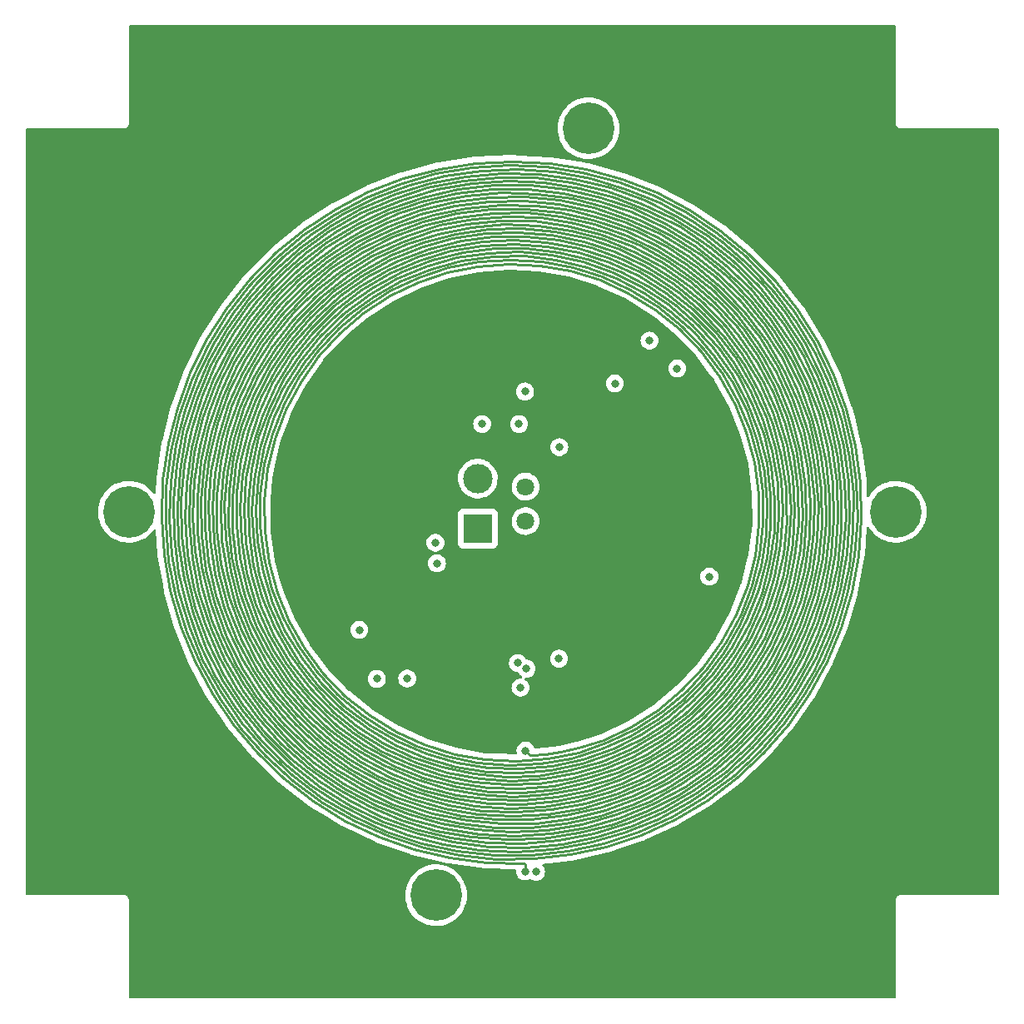
<source format=gbr>
%TF.GenerationSoftware,KiCad,Pcbnew,(6.0.11)*%
%TF.CreationDate,2023-03-22T16:16:07-07:00*%
%TF.ProjectId,solar-panel-side-Z,736f6c61-722d-4706-916e-656c2d736964,3.0*%
%TF.SameCoordinates,Original*%
%TF.FileFunction,Copper,L3,Inr*%
%TF.FilePolarity,Positive*%
%FSLAX46Y46*%
G04 Gerber Fmt 4.6, Leading zero omitted, Abs format (unit mm)*
G04 Created by KiCad (PCBNEW (6.0.11)) date 2023-03-22 16:16:07*
%MOMM*%
%LPD*%
G01*
G04 APERTURE LIST*
%TA.AperFunction,ComponentPad*%
%ADD10C,5.250000*%
%TD*%
%TA.AperFunction,ComponentPad*%
%ADD11C,1.800000*%
%TD*%
%TA.AperFunction,ComponentPad*%
%ADD12R,3.000000X3.000000*%
%TD*%
%TA.AperFunction,ComponentPad*%
%ADD13C,3.000000*%
%TD*%
%TA.AperFunction,ViaPad*%
%ADD14C,0.800000*%
%TD*%
%TA.AperFunction,Conductor*%
%ADD15C,0.250000*%
%TD*%
G04 APERTURE END LIST*
D10*
%TO.N,unconnected-(J4-Pad1)*%
%TO.C,J4*%
X110500000Y-85000000D03*
%TD*%
%TO.N,unconnected-(J5-Pad1)*%
%TO.C,J5*%
X141750000Y-124000000D03*
%TD*%
%TO.N,unconnected-(J6-Pad1)*%
%TO.C,J6*%
X157250000Y-46000000D03*
%TD*%
%TO.N,unconnected-(J7-Pad1)*%
%TO.C,J7*%
X188500000Y-85000000D03*
%TD*%
D11*
%TO.N,Net-(J2-Pad1)*%
%TO.C,J2*%
X150850000Y-82450000D03*
%TO.N,Net-(J2-Pad2)*%
X150850000Y-85950000D03*
%TD*%
D12*
%TO.N,Net-(J2-Pad2)*%
%TO.C,J3*%
X146000000Y-86710000D03*
D13*
%TO.N,Net-(J2-Pad1)*%
X146000000Y-81630000D03*
%TD*%
D14*
%TO.N,GND*%
X169600000Y-74390000D03*
X107150000Y-112590000D03*
X137910000Y-86580000D03*
X153250000Y-68510000D03*
X149060000Y-96220000D03*
X145330000Y-69850000D03*
X145290000Y-102160000D03*
X156977500Y-73697500D03*
%TO.N,+3V3*%
X133940000Y-97020000D03*
X169540000Y-91600000D03*
X150340000Y-102880000D03*
X138815000Y-101955000D03*
X154290000Y-78430000D03*
X154250000Y-99940000D03*
X163460000Y-67590000D03*
%TO.N,VSOLAR*%
X135730000Y-101990000D03*
%TO.N,SDA*%
X146435000Y-76075000D03*
X150185000Y-76075000D03*
X141680000Y-88150000D03*
X150940000Y-100960000D03*
%TO.N,SCL*%
X141840000Y-90240000D03*
X150800000Y-72770000D03*
X150070000Y-100390000D03*
%TO.N,Net-(U2-Pad7)*%
X150800000Y-121570000D03*
X150850000Y-109290000D03*
X151910000Y-121620000D03*
%TO.N,AGND*%
X166270000Y-70430000D03*
X159930000Y-71950000D03*
%TD*%
D15*
%TO.N,Net-(U2-Pad7)*%
X118955000Y-103495000D02*
X117175000Y-100175000D01*
X122065000Y-104595000D02*
X120105000Y-101505000D01*
X180165000Y-83555000D02*
X180115000Y-87085000D01*
X174605000Y-71825000D02*
X175975000Y-74895000D01*
X133595000Y-57135000D02*
X136795000Y-55545000D01*
X115265000Y-78205000D02*
X116185000Y-74595000D01*
X166025000Y-63905000D02*
X168475000Y-66095000D01*
X154995000Y-55875000D02*
X158385000Y-56735000D01*
X173615000Y-108695000D02*
X170855000Y-111195000D01*
X114705000Y-93025000D02*
X114055000Y-89325000D01*
X181765000Y-83465000D02*
X181725000Y-87045000D01*
X181825000Y-72275000D02*
X182985000Y-75795000D01*
X183115000Y-89225000D02*
X182455000Y-92815000D01*
X160805000Y-117665000D02*
X157255000Y-118675000D01*
X163595000Y-60795000D02*
X166385000Y-62665000D01*
X170725000Y-98255000D02*
X168845000Y-100855000D01*
X126965000Y-110085000D02*
X124365000Y-107465000D01*
X172515000Y-67075000D02*
X174445000Y-69905000D01*
X121725000Y-94355000D02*
X120825000Y-91045000D01*
X136855000Y-107395000D02*
X134205000Y-105675000D01*
X176395000Y-74885000D02*
X177395000Y-78145000D01*
X138965000Y-113225000D02*
X135795000Y-111825000D01*
X113945000Y-81765000D02*
X114485000Y-78035000D01*
X127495000Y-105555000D02*
X125295000Y-102915000D01*
X121395000Y-94615000D02*
X120475000Y-91315000D01*
X119445000Y-86815000D02*
X119445000Y-83325000D01*
X149545000Y-115945000D02*
X146015000Y-115745000D01*
X131025000Y-104565000D02*
X128775000Y-102165000D01*
X153015000Y-117365000D02*
X149415000Y-117545000D01*
X172305000Y-112075000D02*
X169335000Y-114305000D01*
X131685000Y-106755000D02*
X129195000Y-104435000D01*
X147895000Y-120305000D02*
X144135000Y-119925000D01*
X132185000Y-54715000D02*
X135545000Y-53035000D01*
X134345000Y-112415000D02*
X131345000Y-110525000D01*
X164015000Y-64425000D02*
X166475000Y-66425000D01*
X127085000Y-65525000D02*
X129485000Y-63075000D01*
X152275000Y-59945000D02*
X155365000Y-60485000D01*
X174415000Y-69085000D02*
X176075000Y-72085000D01*
X178835000Y-93925000D02*
X177605000Y-97225000D01*
X173155000Y-58945000D02*
X175755000Y-61585000D01*
X120495000Y-80845000D02*
X121185000Y-77465000D01*
X154875000Y-52195000D02*
X158445000Y-52995000D01*
X116335000Y-82025000D02*
X116855000Y-78415000D01*
X177745000Y-68415000D02*
X179395000Y-71645000D01*
X119985000Y-73435000D02*
X121465000Y-70205000D01*
X140605000Y-112105000D02*
X137445000Y-110855000D01*
X178665000Y-99655000D02*
X176865000Y-102765000D01*
X142275000Y-111775000D02*
X139125000Y-110715000D01*
X170985000Y-99335000D02*
X169045000Y-101865000D01*
X123195000Y-81725000D02*
X123805000Y-78515000D01*
X137095000Y-56725000D02*
X140445000Y-55485000D01*
X179285000Y-82385000D02*
X179375000Y-85825000D01*
X178815000Y-77225000D02*
X179495000Y-80625000D01*
X140285000Y-118695000D02*
X136715000Y-117505000D01*
X116865000Y-71545000D02*
X118475000Y-68165000D01*
X159775000Y-116745000D02*
X156255000Y-117665000D01*
X146015000Y-115745000D02*
X142575000Y-115145000D01*
X114215000Y-86245000D02*
X114285000Y-82485000D01*
X139875000Y-117745000D02*
X136385000Y-116505000D01*
X163455000Y-112205000D02*
X160255000Y-113615000D01*
X127175000Y-112365000D02*
X124395000Y-109835000D01*
X172015000Y-99225000D02*
X170125000Y-101825000D01*
X121485000Y-100695000D02*
X119915000Y-97475000D01*
X165305000Y-105885000D02*
X162605000Y-107665000D01*
X172865000Y-68915000D02*
X174605000Y-71825000D01*
X124165000Y-68025000D02*
X126235000Y-65285000D01*
X173615000Y-59925000D02*
X176145000Y-62655000D01*
X168365000Y-107025000D02*
X165665000Y-109065000D01*
X123415000Y-103725000D02*
X121485000Y-100695000D01*
X182555000Y-79485000D02*
X182945000Y-83145000D01*
X180315000Y-93115000D02*
X179205000Y-96485000D01*
X141235000Y-60275000D02*
X144315000Y-59455000D01*
X141425000Y-56445000D02*
X144815000Y-55705000D01*
X180595000Y-89875000D02*
X179845000Y-93315000D01*
X136285000Y-108455000D02*
X133525000Y-106665000D01*
X142895000Y-111525000D02*
X139765000Y-110535000D01*
X139895000Y-59045000D02*
X143035000Y-58095000D01*
X150835000Y-119125000D02*
X147125000Y-119055000D01*
X122025000Y-70855000D02*
X123815000Y-67825000D01*
X133435000Y-116455000D02*
X130205000Y-114585000D01*
X149485000Y-112345000D02*
X146175000Y-112135000D01*
X126395000Y-97155000D02*
X125085000Y-94245000D01*
X144875000Y-116395000D02*
X141355000Y-115665000D01*
X119835000Y-79885000D02*
X120615000Y-76525000D01*
X123625000Y-81545000D02*
X124255000Y-78365000D01*
X148955000Y-54945000D02*
X152425000Y-55095000D01*
X150005000Y-115545000D02*
X146465000Y-115385000D01*
X122055000Y-81235000D02*
X122695000Y-78005000D01*
X128325000Y-104685000D02*
X126155000Y-102055000D01*
X129155000Y-66805000D02*
X131515000Y-64475000D01*
X171455000Y-61185000D02*
X173945000Y-63765000D01*
X160625000Y-59285000D02*
X163595000Y-60795000D01*
X154655000Y-52565000D02*
X158175000Y-53335000D01*
X178075000Y-79395000D02*
X178515000Y-82725000D01*
X167345000Y-106315000D02*
X164695000Y-108265000D01*
X125005000Y-92805000D02*
X124225000Y-89695000D01*
X123815000Y-67825000D02*
X125905000Y-65055000D01*
X147565000Y-57005000D02*
X150915000Y-56985000D01*
X166725000Y-109315000D02*
X163755000Y-111145000D01*
X118005000Y-75475000D02*
X119255000Y-72045000D01*
X137225000Y-58855000D02*
X140435000Y-57585000D01*
X162915000Y-53295000D02*
X166265000Y-54945000D01*
X134765000Y-57405000D02*
X138025000Y-55905000D01*
X128885000Y-65335000D02*
X131355000Y-63035000D01*
X118355000Y-90945000D02*
X117885000Y-87425000D01*
X131675000Y-113155000D02*
X128705000Y-111035000D01*
X125275000Y-75285000D02*
X126665000Y-72365000D01*
X171075000Y-106145000D02*
X168505000Y-108465000D01*
X128775000Y-102165000D02*
X126835000Y-99505000D01*
X146205000Y-117775000D02*
X142605000Y-117205000D01*
X157705000Y-55275000D02*
X161055000Y-56425000D01*
X145805000Y-117325000D02*
X142245000Y-116715000D01*
X151307403Y-109747403D02*
X150850000Y-109290000D01*
X175805000Y-99085000D02*
X173995000Y-102015000D01*
X183955000Y-78205000D02*
X184465000Y-81885000D01*
X117885000Y-90605000D02*
X117465000Y-87055000D01*
X124245000Y-83825000D02*
X124595000Y-80625000D01*
X159705000Y-109535000D02*
X156615000Y-110585000D01*
X181725000Y-87045000D02*
X181285000Y-90595000D01*
X183265000Y-81915000D02*
X183395000Y-85555000D01*
X157465000Y-51085000D02*
X161025000Y-52135000D01*
X123545000Y-105885000D02*
X121425000Y-102935000D01*
X137055000Y-62535000D02*
X139965000Y-61165000D01*
X158585000Y-109115000D02*
X155495000Y-110055000D01*
X117485000Y-71105000D02*
X119155000Y-67765000D01*
X141395000Y-54795000D02*
X144835000Y-54085000D01*
X136205000Y-115995000D02*
X132885000Y-114345000D01*
X153515000Y-110845000D02*
X150265000Y-111135000D01*
X126275000Y-71435000D02*
X128135000Y-68665000D01*
X116425000Y-94865000D02*
X115555000Y-91215000D01*
X170015000Y-103175000D02*
X167675000Y-105505000D01*
X121775000Y-74345000D02*
X123205000Y-71195000D01*
X164175000Y-52545000D02*
X167515000Y-54285000D01*
X143685000Y-53465000D02*
X147175000Y-53025000D01*
X117965000Y-73115000D02*
X119455000Y-69745000D01*
X118875000Y-76805000D02*
X119985000Y-73435000D01*
X118145000Y-80305000D02*
X118875000Y-76805000D01*
X178745000Y-72145000D02*
X179985000Y-75505000D01*
X179225000Y-97505000D02*
X177645000Y-100715000D01*
X179075000Y-76665000D02*
X179815000Y-80065000D01*
X116855000Y-78415000D02*
X117775000Y-74875000D01*
X127695000Y-60375000D02*
X130545000Y-58125000D01*
X138235000Y-116365000D02*
X134875000Y-114945000D01*
X182185000Y-71035000D02*
X183465000Y-74565000D01*
X178385000Y-65655000D02*
X180275000Y-68855000D01*
X149685000Y-57745000D02*
X153015000Y-57985000D01*
X139175000Y-114155000D02*
X135945000Y-112795000D01*
X184695000Y-89505000D02*
X184015000Y-93175000D01*
X129195000Y-104435000D02*
X127025000Y-101885000D01*
X162315000Y-117535000D02*
X158755000Y-118715000D01*
X175075000Y-109485000D02*
X172305000Y-112075000D01*
X179675000Y-87575000D02*
X179165000Y-91025000D01*
X119005000Y-84405000D02*
X119255000Y-81025000D01*
X183735000Y-90535000D02*
X182925000Y-94195000D01*
X145755000Y-49535000D02*
X149535000Y-49345000D01*
X135435000Y-114325000D02*
X132285000Y-112595000D01*
X170235000Y-56555000D02*
X173155000Y-58945000D01*
X147825000Y-116295000D02*
X144335000Y-115905000D01*
X133335000Y-115955000D02*
X130115000Y-114045000D01*
X134205000Y-105675000D02*
X131705000Y-103565000D01*
X116865000Y-76595000D02*
X117965000Y-73115000D01*
X121445000Y-97965000D02*
X120165000Y-94735000D01*
X178095000Y-64525000D02*
X180095000Y-67685000D01*
X126685000Y-67925000D02*
X128885000Y-65335000D01*
X170565000Y-71265000D02*
X172125000Y-74075000D01*
X159715000Y-60635000D02*
X162615000Y-62075000D01*
X182465000Y-81975000D02*
X182585000Y-85615000D01*
X180445000Y-94115000D02*
X179225000Y-97505000D01*
X121065000Y-86905000D02*
X121035000Y-83525000D01*
X166475000Y-110445000D02*
X163455000Y-112205000D01*
X139635000Y-117255000D02*
X136205000Y-115995000D01*
X172255000Y-59215000D02*
X174915000Y-61845000D01*
X119935000Y-87885000D02*
X119805000Y-84385000D01*
X121795000Y-84605000D02*
X122055000Y-81235000D01*
X129675000Y-68655000D02*
X131845000Y-66335000D01*
X115335000Y-80165000D02*
X116065000Y-76485000D01*
X119915000Y-97475000D02*
X118705000Y-94085000D01*
X130785000Y-56515000D02*
X133965000Y-54665000D01*
X148865000Y-112735000D02*
X145555000Y-112455000D01*
X178015000Y-69715000D02*
X179515000Y-72955000D01*
X173955000Y-74175000D02*
X175085000Y-77265000D01*
X133525000Y-106665000D02*
X131025000Y-104565000D01*
X173285000Y-64845000D02*
X175415000Y-67695000D01*
X123685000Y-77425000D02*
X124805000Y-74335000D01*
X131345000Y-110525000D02*
X128565000Y-108295000D01*
X158825000Y-55195000D02*
X162105000Y-56435000D01*
X121135000Y-79455000D02*
X121985000Y-76155000D01*
X131245000Y-108455000D02*
X128655000Y-106175000D01*
X157395000Y-59355000D02*
X160485000Y-60535000D01*
X139025000Y-51735000D02*
X142645000Y-50815000D01*
X119285000Y-101675000D02*
X117665000Y-98315000D01*
X144185000Y-116695000D02*
X140715000Y-115905000D01*
X164925000Y-56035000D02*
X167985000Y-57905000D01*
X152085000Y-111825000D02*
X148805000Y-111935000D01*
X171195000Y-98265000D02*
X169355000Y-100865000D01*
X114055000Y-89325000D02*
X113795000Y-85625000D01*
X173765000Y-98635000D02*
X171935000Y-101455000D01*
X168505000Y-108465000D02*
X165655000Y-110495000D01*
X120165000Y-94735000D02*
X119245000Y-91315000D01*
X151895000Y-53845000D02*
X155375000Y-54315000D01*
X125085000Y-94245000D02*
X124125000Y-91135000D01*
X176875000Y-69305000D02*
X178455000Y-72485000D01*
X116475000Y-89325000D02*
X116205000Y-85645000D01*
X180555000Y-97435000D02*
X178995000Y-100755000D01*
X150795000Y-54175000D02*
X154315000Y-54535000D01*
X176025000Y-101105000D02*
X174025000Y-103995000D01*
X117885000Y-87425000D02*
X117815000Y-83855000D01*
X148725000Y-55755000D02*
X152105000Y-55865000D01*
X134335000Y-110095000D02*
X131505000Y-108145000D01*
X126155000Y-102055000D02*
X124315000Y-99195000D01*
X148995000Y-118335000D02*
X145305000Y-118075000D01*
X150800000Y-120860000D02*
X150665000Y-120725000D01*
X134885000Y-61015000D02*
X137845000Y-59455000D01*
X182945000Y-83145000D02*
X182935000Y-86835000D01*
X176815000Y-81765000D02*
X176995000Y-84975000D01*
X181485000Y-100265000D02*
X179715000Y-103515000D01*
X131845000Y-66335000D02*
X134315000Y-64285000D01*
X119455000Y-69745000D02*
X121295000Y-66565000D01*
X125325000Y-59285000D02*
X128245000Y-56835000D01*
X174585000Y-67185000D02*
X176445000Y-70175000D01*
X169355000Y-100865000D02*
X167215000Y-103215000D01*
X169145000Y-108975000D02*
X166225000Y-111085000D01*
X149175000Y-49745000D02*
X152905000Y-49915000D01*
X116995000Y-85455000D02*
X117155000Y-81815000D01*
X122685000Y-97795000D02*
X121395000Y-94615000D01*
X119675000Y-91415000D02*
X119145000Y-87965000D01*
X160255000Y-113615000D02*
X156925000Y-114645000D01*
X169625000Y-58095000D02*
X172405000Y-60425000D01*
X126765000Y-108805000D02*
X124275000Y-106145000D01*
X176135000Y-66615000D02*
X178015000Y-69715000D01*
X140735000Y-109615000D02*
X137755000Y-108335000D01*
X147115000Y-114645000D02*
X143695000Y-114165000D01*
X155535000Y-116175000D02*
X151955000Y-116655000D01*
X136715000Y-109145000D02*
X133935000Y-107455000D01*
X178455000Y-72485000D02*
X179665000Y-75825000D01*
X176835000Y-79325000D02*
X177295000Y-82555000D01*
X170025000Y-110835000D02*
X167045000Y-112935000D01*
X147405000Y-52205000D02*
X151065000Y-52185000D01*
X127755000Y-61395000D02*
X130565000Y-59095000D01*
X159765000Y-109075000D02*
X156645000Y-110165000D01*
X121485000Y-90275000D02*
X121065000Y-86905000D01*
X177185000Y-70715000D02*
X178615000Y-73955000D01*
X133315000Y-107505000D02*
X130705000Y-105375000D01*
X146155000Y-119375000D02*
X142485000Y-118815000D01*
X120825000Y-91045000D02*
X120315000Y-87655000D01*
X153075000Y-115745000D02*
X149545000Y-115945000D01*
X118605000Y-84345000D02*
X118865000Y-80895000D01*
X180325000Y-80775000D02*
X180595000Y-84315000D01*
X168525000Y-110475000D02*
X165515000Y-112455000D01*
X130115000Y-114045000D02*
X127125000Y-111805000D01*
X152945000Y-57575000D02*
X156205000Y-58185000D01*
X120205000Y-84265000D02*
X120495000Y-80845000D01*
X177295000Y-82555000D02*
X177345000Y-84575000D01*
X174555000Y-76905000D02*
X175345000Y-80045000D01*
X170795000Y-63885000D02*
X173075000Y-66495000D01*
X152820000Y-109640000D02*
X151307403Y-109747403D01*
X150075000Y-50155000D02*
X153775000Y-50415000D01*
X134235000Y-58615000D02*
X137385000Y-57035000D01*
X136795000Y-55545000D02*
X140185000Y-54305000D01*
X166475000Y-66425000D02*
X168665000Y-68695000D01*
X135895000Y-118035000D02*
X132475000Y-116405000D01*
X145495000Y-55205000D02*
X148955000Y-54945000D01*
X178215000Y-89585000D02*
X177465000Y-92905000D01*
X158715000Y-111195000D02*
X155505000Y-112105000D01*
X122735000Y-65195000D02*
X125035000Y-62415000D01*
X130565000Y-59095000D02*
X133595000Y-57135000D01*
X177555000Y-106625000D02*
X175075000Y-109485000D01*
X158375000Y-115085000D02*
X154925000Y-115885000D01*
X167345000Y-58915000D02*
X170145000Y-61085000D01*
X143985000Y-52195000D02*
X147655000Y-51795000D01*
X114755000Y-78745000D02*
X115615000Y-75095000D01*
X120555000Y-66975000D02*
X122665000Y-63965000D01*
X164265000Y-106145000D02*
X161525000Y-107805000D01*
X169955000Y-68355000D02*
X171845000Y-71015000D01*
X184465000Y-81885000D02*
X184585000Y-85655000D01*
X164305000Y-57065000D02*
X167345000Y-58915000D01*
X126835000Y-99505000D02*
X125235000Y-96635000D01*
X179925000Y-91305000D02*
X178995000Y-94725000D01*
X135545000Y-53035000D02*
X139025000Y-51735000D01*
X173295000Y-76935000D02*
X174105000Y-79975000D01*
X149805000Y-119545000D02*
X146155000Y-119375000D01*
X158755000Y-108205000D02*
X156232525Y-109012525D01*
X120735000Y-68225000D02*
X122735000Y-65195000D01*
X124315000Y-99195000D02*
X122825000Y-96145000D01*
X126405000Y-100315000D02*
X124745000Y-97455000D01*
X156925000Y-114645000D02*
X153475000Y-115295000D01*
X138025000Y-55905000D02*
X141395000Y-54795000D01*
X165155000Y-55705000D02*
X168295000Y-57625000D01*
X121225000Y-69805000D02*
X123065000Y-66805000D01*
X175675000Y-91875000D02*
X174645000Y-94975000D01*
X116185000Y-74595000D02*
X117485000Y-71105000D01*
X179845000Y-93315000D02*
X178695000Y-96695000D01*
X118565000Y-76425000D02*
X119715000Y-73025000D01*
X177055000Y-89235000D02*
X176335000Y-92495000D01*
X179205000Y-96485000D02*
X177745000Y-99705000D01*
X121915000Y-98035000D02*
X120605000Y-94795000D01*
X156355000Y-52065000D02*
X159925000Y-53025000D01*
X152655000Y-114985000D02*
X149185000Y-115145000D01*
X117015000Y-95395000D02*
X116085000Y-91835000D01*
X128635000Y-60095000D02*
X131575000Y-57915000D01*
X126455000Y-74595000D02*
X127955000Y-71795000D01*
X168115000Y-111265000D02*
X165035000Y-113185000D01*
X169375000Y-103285000D02*
X166985000Y-105575000D01*
X117665000Y-98315000D02*
X116425000Y-94865000D01*
X161065000Y-55565000D02*
X164305000Y-57065000D01*
X119805000Y-103355000D02*
X118015000Y-100075000D01*
X122105000Y-102505000D02*
X120325000Y-99345000D01*
X167515000Y-58545000D02*
X170325000Y-60715000D01*
X173715000Y-105635000D02*
X171225000Y-108225000D01*
X179665000Y-77325000D02*
X180325000Y-80775000D01*
X142645000Y-50815000D02*
X146315000Y-50285000D01*
X136385000Y-116505000D02*
X133065000Y-114905000D01*
X123555000Y-107765000D02*
X121255000Y-104835000D01*
X181815000Y-74655000D02*
X182735000Y-78235000D01*
X119155000Y-67765000D02*
X121175000Y-64615000D01*
X174105000Y-79975000D02*
X174525000Y-83125000D01*
X157365000Y-113705000D02*
X153995000Y-114415000D01*
X184305000Y-89395000D02*
X183625000Y-93075000D01*
X160095000Y-115795000D02*
X156555000Y-116785000D01*
X184875000Y-81945000D02*
X184985000Y-85725000D01*
X135665000Y-58285000D02*
X138795000Y-56895000D01*
X172005000Y-69785000D02*
X173675000Y-72645000D01*
X134405000Y-108725000D02*
X131685000Y-106755000D01*
X116685000Y-82565000D02*
X117155000Y-78965000D01*
X176145000Y-62655000D02*
X178385000Y-65655000D01*
X174725000Y-72965000D02*
X175965000Y-76055000D01*
X124395000Y-109835000D02*
X121905000Y-107035000D01*
X135385000Y-63065000D02*
X138205000Y-61495000D01*
X150335000Y-113135000D02*
X146985000Y-113025000D01*
X128995000Y-61365000D02*
X131795000Y-59205000D01*
X144855000Y-52865000D02*
X148435000Y-52555000D01*
X128095000Y-99955000D02*
X126395000Y-97155000D01*
X143685000Y-112525000D02*
X140425000Y-111625000D01*
X118645000Y-74785000D02*
X119955000Y-71455000D01*
X138685000Y-57795000D02*
X141965000Y-56715000D01*
X129975000Y-63165000D02*
X132775000Y-60965000D01*
X175085000Y-97885000D02*
X173375000Y-100795000D01*
X168255000Y-113585000D02*
X165055000Y-115435000D01*
X125105000Y-103985000D02*
X123115000Y-101105000D01*
X174725000Y-105675000D02*
X172235000Y-108365000D01*
X130115000Y-102495000D02*
X128095000Y-99955000D01*
X122165000Y-76925000D02*
X123315000Y-73745000D01*
X182565000Y-96645000D02*
X181115000Y-100115000D01*
X123065000Y-66805000D02*
X125285000Y-63935000D01*
X118195000Y-96375000D02*
X117135000Y-92865000D01*
X124225000Y-89695000D02*
X123835000Y-86505000D01*
X129055000Y-56735000D02*
X132185000Y-54715000D01*
X133065000Y-114905000D02*
X129955000Y-112965000D01*
X176025000Y-72925000D02*
X177235000Y-76085000D01*
X170835000Y-104655000D02*
X168365000Y-107025000D01*
X122065000Y-100905000D02*
X120455000Y-97725000D01*
X175055000Y-69365000D02*
X176675000Y-72415000D01*
X123565000Y-87985000D02*
X123395000Y-84775000D01*
X172235000Y-108365000D02*
X169565000Y-110685000D01*
X129235000Y-114415000D02*
X126255000Y-112115000D01*
X155495000Y-110055000D02*
X152315000Y-110595000D01*
X123935000Y-94595000D02*
X122965000Y-91455000D01*
X134985000Y-106715000D02*
X132395000Y-104735000D01*
X131925000Y-66845000D02*
X134345000Y-64805000D01*
X117665000Y-93345000D02*
X116945000Y-89795000D01*
X127715000Y-59825000D02*
X130565000Y-57625000D01*
X129905000Y-62165000D02*
X132685000Y-60055000D01*
X123945000Y-73315000D02*
X125515000Y-70365000D01*
X164265000Y-64085000D02*
X166775000Y-66125000D01*
X181895000Y-89315000D02*
X181205000Y-92875000D01*
X143655000Y-109645000D02*
X140505000Y-108665000D01*
X157135000Y-57195000D02*
X160355000Y-58295000D01*
X116365000Y-91175000D02*
X115895000Y-87525000D01*
X171955000Y-111845000D02*
X168945000Y-114085000D01*
X135425000Y-116525000D02*
X132135000Y-114835000D01*
X150435000Y-56165000D02*
X153825000Y-56485000D01*
X132295000Y-64865000D02*
X134875000Y-62925000D01*
X122725000Y-76465000D02*
X123945000Y-73315000D01*
X133965000Y-62085000D02*
X136835000Y-60385000D01*
X157015000Y-50165000D02*
X160635000Y-51155000D01*
X128245000Y-56835000D02*
X131315000Y-54765000D01*
X142065000Y-50115000D02*
X145755000Y-49535000D01*
X174935000Y-63075000D02*
X177145000Y-65965000D01*
X142285000Y-114255000D02*
X138965000Y-113225000D01*
X147175000Y-53025000D02*
X150725000Y-52975000D01*
X155845000Y-51145000D02*
X159455000Y-52035000D01*
X154245000Y-57365000D02*
X157475000Y-58125000D01*
X115015000Y-83835000D02*
X115335000Y-80165000D01*
X160415000Y-111405000D02*
X157235000Y-112495000D01*
X122375000Y-88125000D02*
X122195000Y-84875000D01*
X177065000Y-103905000D02*
X174815000Y-106815000D01*
X152165000Y-50655000D02*
X155845000Y-51145000D01*
X175175000Y-105755000D02*
X172775000Y-108405000D01*
X126145000Y-110415000D02*
X123555000Y-107765000D01*
X161325000Y-116635000D02*
X157775000Y-117735000D01*
X179395000Y-71645000D02*
X180675000Y-75015000D01*
X118235000Y-86555000D02*
X118265000Y-82945000D01*
X168895000Y-63725000D02*
X171265000Y-66175000D01*
X122495000Y-91195000D02*
X121945000Y-87905000D01*
X165305000Y-63855000D02*
X167775000Y-65965000D01*
X154185000Y-118425000D02*
X150545000Y-118735000D01*
X116735000Y-70825000D02*
X118405000Y-67455000D01*
X173585000Y-96385000D02*
X172015000Y-99225000D01*
X132185000Y-62885000D02*
X134885000Y-61015000D01*
X155475000Y-51485000D02*
X159065000Y-52335000D01*
X137015000Y-59405000D02*
X140125000Y-58115000D01*
X159405000Y-59215000D02*
X162405000Y-60585000D01*
X156232525Y-109012525D02*
X154400000Y-109450000D01*
X177925000Y-75615000D02*
X178805000Y-78955000D01*
X153415000Y-56825000D02*
X156715000Y-57495000D01*
X163165000Y-109645000D02*
X160135000Y-111085000D01*
X184145000Y-83145000D02*
X184135000Y-86885000D01*
X150585000Y-113525000D02*
X147185000Y-113445000D01*
X171265000Y-66175000D02*
X173305000Y-68855000D01*
X135625000Y-59215000D02*
X138685000Y-57795000D01*
X155625000Y-60105000D02*
X158655000Y-61065000D01*
X161525000Y-62395000D02*
X164265000Y-64085000D01*
X130205000Y-114585000D02*
X127175000Y-112365000D01*
X143845000Y-110515000D02*
X140735000Y-109615000D01*
X132175000Y-105075000D02*
X129855000Y-102805000D01*
X165245000Y-62325000D02*
X167845000Y-64395000D01*
X136835000Y-60385000D02*
X139895000Y-59045000D01*
X173075000Y-66495000D02*
X175055000Y-69365000D01*
X132795000Y-110065000D02*
X130025000Y-107975000D01*
X177385000Y-75265000D02*
X178305000Y-78555000D01*
X143695000Y-114165000D02*
X140345000Y-113285000D01*
X175385000Y-84125000D02*
X175285000Y-87315000D01*
X149095000Y-51345000D02*
X152715000Y-51505000D01*
X113795000Y-85625000D02*
X113945000Y-81765000D01*
X177255000Y-64735000D02*
X179255000Y-67825000D01*
X166085000Y-116255000D02*
X162625000Y-117845000D01*
X178735000Y-88815000D02*
X178075000Y-92185000D01*
X157475000Y-58125000D02*
X160625000Y-59285000D01*
X119715000Y-73025000D02*
X121225000Y-69805000D01*
X172995000Y-102035000D02*
X170835000Y-104655000D01*
X165515000Y-112455000D02*
X162315000Y-114075000D01*
X117235000Y-94755000D02*
X116365000Y-91175000D01*
X124735000Y-90105000D02*
X124295000Y-86985000D01*
X175745000Y-83255000D02*
X175745000Y-86515000D01*
X132285000Y-112595000D02*
X129335000Y-110515000D01*
X158385000Y-56735000D02*
X161565000Y-57945000D01*
X123145000Y-90425000D02*
X122685000Y-87215000D01*
X143455000Y-118595000D02*
X139875000Y-117745000D01*
X139685000Y-113905000D02*
X136435000Y-112585000D01*
X174445000Y-69905000D02*
X176025000Y-72925000D01*
X129205000Y-105025000D02*
X126985000Y-102495000D01*
X120105000Y-101505000D02*
X118475000Y-98185000D01*
X119635000Y-99755000D02*
X118195000Y-96375000D01*
X119715000Y-103965000D02*
X117865000Y-100685000D01*
X117175000Y-72945000D02*
X118655000Y-69545000D01*
X149895000Y-110345000D02*
X146715000Y-110175000D01*
X132885000Y-114345000D02*
X129815000Y-112375000D01*
X125285000Y-63935000D02*
X127755000Y-61395000D01*
X139995000Y-59435000D02*
X143175000Y-58475000D01*
X173665000Y-76745000D02*
X174495000Y-79855000D01*
X124255000Y-78365000D02*
X125275000Y-75285000D01*
X121185000Y-77465000D02*
X122235000Y-74275000D01*
X167105000Y-54505000D02*
X170235000Y-56555000D01*
X117465000Y-87055000D02*
X117435000Y-83465000D01*
X147075000Y-56245000D02*
X150435000Y-56165000D01*
X169335000Y-114305000D02*
X166085000Y-116255000D01*
X119545000Y-77395000D02*
X120605000Y-74045000D01*
X173795000Y-97755000D02*
X172075000Y-100575000D01*
X135055000Y-59065000D02*
X138185000Y-57565000D01*
X182935000Y-96795000D02*
X181485000Y-100265000D01*
X184585000Y-85655000D02*
X184305000Y-89395000D01*
X124745000Y-97455000D02*
X123435000Y-94395000D01*
X165405000Y-59555000D02*
X168225000Y-61565000D01*
X158655000Y-61065000D02*
X161525000Y-62395000D01*
X179165000Y-91025000D02*
X178275000Y-94355000D01*
X136905000Y-118005000D02*
X133435000Y-116455000D01*
X144055000Y-55025000D02*
X147515000Y-54605000D01*
X162605000Y-107665000D02*
X159765000Y-109075000D01*
X149625000Y-57345000D02*
X152945000Y-57575000D01*
X169045000Y-101865000D02*
X166795000Y-104145000D01*
X130785000Y-107045000D02*
X128325000Y-104685000D01*
X159165000Y-56565000D02*
X162385000Y-57885000D01*
X166695000Y-108835000D02*
X163805000Y-110665000D01*
X155505000Y-112105000D02*
X152195000Y-112615000D01*
X156655000Y-59555000D02*
X159715000Y-60635000D01*
X118725000Y-87855000D02*
X118605000Y-84345000D01*
X177235000Y-76085000D02*
X178075000Y-79395000D01*
X166335000Y-108105000D02*
X163505000Y-109915000D01*
X142795000Y-109845000D02*
X139775000Y-108815000D01*
X174695000Y-109305000D02*
X171955000Y-111845000D01*
X114285000Y-82485000D02*
X114755000Y-78745000D01*
X123505000Y-96705000D02*
X122305000Y-93555000D01*
X170995000Y-103275000D02*
X168665000Y-105695000D01*
X143175000Y-58475000D02*
X146395000Y-57915000D01*
X179785000Y-84075000D02*
X179675000Y-87575000D01*
X178615000Y-73955000D02*
X179665000Y-77325000D01*
X176855000Y-64865000D02*
X178855000Y-67935000D01*
X180345000Y-99875000D02*
X178555000Y-103095000D01*
X170045000Y-63705000D02*
X172385000Y-66265000D01*
X173845000Y-92455000D02*
X172715000Y-95425000D01*
X167175000Y-60265000D02*
X169945000Y-62515000D01*
X152495000Y-59535000D02*
X155625000Y-60105000D01*
X131675000Y-56415000D02*
X134905000Y-54645000D01*
X153115000Y-110095000D02*
X149895000Y-110345000D01*
X179985000Y-75505000D02*
X180835000Y-78945000D01*
X122695000Y-78005000D02*
X123725000Y-74855000D01*
X154515000Y-118785000D02*
X150835000Y-119125000D01*
X143035000Y-58095000D02*
X146385000Y-57515000D01*
X124225000Y-66545000D02*
X126455000Y-63825000D01*
X161965000Y-58575000D02*
X164955000Y-60215000D01*
X177035000Y-95445000D02*
X175635000Y-98555000D01*
X126015000Y-62545000D02*
X128635000Y-60095000D01*
X131705000Y-103565000D02*
X129545000Y-101215000D01*
X138285000Y-53245000D02*
X141825000Y-52215000D01*
X120505000Y-66315000D02*
X122695000Y-63295000D01*
X128415000Y-102985000D02*
X126405000Y-100315000D01*
X127405000Y-67645000D02*
X129635000Y-65135000D01*
X175175000Y-65945000D02*
X177135000Y-68955000D01*
X121615000Y-68305000D02*
X123665000Y-65295000D01*
X172265000Y-109445000D02*
X169485000Y-111755000D01*
X141735000Y-117415000D02*
X138235000Y-116365000D01*
X182315000Y-89255000D02*
X181625000Y-92825000D01*
X166385000Y-62665000D02*
X168915000Y-64845000D01*
X128905000Y-105865000D02*
X126615000Y-103315000D01*
X162935000Y-62725000D02*
X165595000Y-64585000D01*
X126235000Y-65285000D02*
X128635000Y-62765000D01*
X132135000Y-114835000D02*
X129005000Y-112775000D01*
X137695000Y-107365000D02*
X134995000Y-105705000D01*
X137045000Y-63025000D02*
X139895000Y-61645000D01*
X175345000Y-80045000D02*
X175745000Y-83255000D01*
X170625000Y-112395000D02*
X167545000Y-114505000D01*
X120005000Y-102135000D02*
X118315000Y-98815000D01*
X123205000Y-71195000D02*
X124975000Y-68255000D01*
X144495000Y-58605000D02*
X147695000Y-58205000D01*
X168665000Y-68695000D02*
X170565000Y-71265000D01*
X160245000Y-51445000D02*
X163755000Y-52795000D01*
X153905000Y-59335000D02*
X157055000Y-60095000D01*
X176865000Y-102765000D02*
X174725000Y-105675000D01*
X162625000Y-117845000D02*
X159055000Y-119045000D01*
X130275000Y-101425000D02*
X128365000Y-98885000D01*
X128965000Y-64675000D02*
X131475000Y-62425000D01*
X181725000Y-94015000D02*
X180555000Y-97435000D01*
X123315000Y-70155000D02*
X125215000Y-67225000D01*
X175635000Y-98555000D02*
X173875000Y-101485000D01*
X140845000Y-52045000D02*
X144485000Y-51305000D01*
X123835000Y-86505000D02*
X123855000Y-83285000D01*
X122745000Y-61985000D02*
X125325000Y-59285000D01*
X168475000Y-66095000D02*
X170625000Y-68555000D01*
X168845000Y-100855000D02*
X166625000Y-103175000D01*
X117155000Y-78965000D02*
X118005000Y-75475000D01*
X180535000Y-67655000D02*
X182185000Y-71035000D01*
X134905000Y-54645000D02*
X138285000Y-53245000D01*
X127905000Y-61805000D02*
X130645000Y-59535000D01*
X174835000Y-93305000D02*
X173585000Y-96385000D01*
X163805000Y-110665000D02*
X160695000Y-112155000D01*
X151655000Y-55425000D02*
X154995000Y-55875000D01*
X144135000Y-119925000D02*
X140485000Y-119165000D01*
X178165000Y-102975000D02*
X176035000Y-105965000D01*
X132685000Y-60055000D02*
X135665000Y-58285000D01*
X176075000Y-72085000D02*
X177385000Y-75265000D01*
X129335000Y-110515000D02*
X126645000Y-108125000D01*
X146315000Y-50285000D02*
X150075000Y-50155000D01*
X173135000Y-105695000D02*
X170685000Y-108175000D01*
X125085000Y-61205000D02*
X127825000Y-58685000D01*
X129955000Y-112965000D02*
X127035000Y-110675000D01*
X175345000Y-89715000D02*
X174555000Y-92865000D01*
X141695000Y-50605000D02*
X145425000Y-49975000D01*
X125555000Y-103905000D02*
X123565000Y-101075000D01*
X161815000Y-114725000D02*
X158455000Y-115895000D01*
X123875000Y-102995000D02*
X122025000Y-100015000D01*
X122375000Y-71055000D02*
X124165000Y-68025000D01*
X168945000Y-105975000D02*
X166335000Y-108105000D01*
X146895000Y-111405000D02*
X143695000Y-110895000D01*
X124385000Y-109255000D02*
X121935000Y-106425000D01*
X173405000Y-92485000D02*
X172235000Y-95475000D01*
X167485000Y-61495000D02*
X170045000Y-63705000D01*
X123115000Y-101105000D02*
X121445000Y-97965000D01*
X123435000Y-94395000D02*
X122495000Y-91195000D01*
X127415000Y-64555000D02*
X129905000Y-62165000D01*
X177745000Y-73935000D02*
X178815000Y-77225000D01*
X143045000Y-114845000D02*
X139685000Y-113905000D01*
X126455000Y-63825000D02*
X128995000Y-61365000D01*
X124775000Y-75455000D02*
X126145000Y-72475000D01*
X123435000Y-63655000D02*
X125915000Y-60935000D01*
X179765000Y-71485000D02*
X181055000Y-74895000D01*
X131695000Y-111255000D02*
X128875000Y-109095000D01*
X136125000Y-109285000D02*
X133315000Y-107505000D01*
X138205000Y-61495000D02*
X141235000Y-60275000D01*
X136895000Y-54635000D02*
X140285000Y-53445000D01*
X177795000Y-84745000D02*
X177605000Y-88145000D01*
X119085000Y-71445000D02*
X120735000Y-68225000D01*
X171235000Y-111405000D02*
X168255000Y-113585000D01*
X154245000Y-53715000D02*
X157705000Y-54445000D01*
X133705000Y-55705000D02*
X136975000Y-54175000D01*
X149135000Y-110745000D02*
X145935000Y-110485000D01*
X178515000Y-82725000D02*
X178565000Y-86195000D01*
X119215000Y-94395000D02*
X118355000Y-90945000D01*
X177325000Y-102795000D02*
X175175000Y-105755000D01*
X180115000Y-87085000D02*
X179665000Y-90555000D01*
X156245000Y-58615000D02*
X159365000Y-59625000D01*
X181035000Y-89645000D02*
X180315000Y-93115000D01*
X175755000Y-65395000D02*
X177745000Y-68415000D01*
X125905000Y-65055000D02*
X128375000Y-62465000D01*
X152965000Y-113745000D02*
X149535000Y-113945000D01*
X122195000Y-84875000D02*
X122415000Y-81555000D01*
X156965000Y-112155000D02*
X153665000Y-112845000D01*
X152315000Y-110595000D02*
X149135000Y-110745000D01*
X117355000Y-73615000D02*
X118775000Y-70205000D01*
X182985000Y-75795000D02*
X183765000Y-79435000D01*
X115895000Y-87525000D02*
X115815000Y-83875000D01*
X153445000Y-117715000D02*
X149835000Y-117945000D01*
X134805000Y-107075000D02*
X132175000Y-105075000D01*
X175085000Y-80895000D02*
X175385000Y-84125000D01*
X162625000Y-108115000D02*
X159705000Y-109535000D01*
X146465000Y-115385000D02*
X143045000Y-114845000D01*
X119925000Y-77545000D02*
X120965000Y-74225000D01*
X175975000Y-74895000D02*
X176975000Y-78125000D01*
X177605000Y-88145000D02*
X177035000Y-91405000D01*
X175415000Y-67695000D02*
X177185000Y-70715000D01*
X121465000Y-70205000D02*
X123295000Y-67165000D01*
X180835000Y-78945000D02*
X181305000Y-82495000D01*
X121175000Y-64615000D02*
X123485000Y-61745000D01*
X155375000Y-54315000D02*
X158825000Y-55195000D01*
X129005000Y-112775000D02*
X126145000Y-110415000D01*
X137325000Y-110355000D02*
X134405000Y-108725000D01*
X137445000Y-110855000D02*
X134465000Y-109235000D01*
X166585000Y-112745000D02*
X163415000Y-114455000D01*
X166265000Y-54945000D02*
X169385000Y-56925000D01*
X122695000Y-63295000D02*
X125165000Y-60555000D01*
X183765000Y-79435000D02*
X184145000Y-83145000D01*
X183145000Y-78225000D02*
X183665000Y-81895000D01*
X174975000Y-75655000D02*
X175905000Y-78795000D01*
X120625000Y-86245000D02*
X120675000Y-82845000D01*
X154465000Y-54965000D02*
X157855000Y-55735000D01*
X161525000Y-107805000D02*
X158585000Y-109115000D01*
X176215000Y-61505000D02*
X178525000Y-64445000D01*
X176175000Y-91545000D02*
X175175000Y-94715000D01*
X121905000Y-107035000D02*
X119715000Y-103965000D01*
X125585000Y-93215000D02*
X124735000Y-90105000D01*
X174705000Y-97735000D02*
X173015000Y-100615000D01*
X116135000Y-80215000D02*
X116865000Y-76595000D01*
X155415000Y-119855000D02*
X151645000Y-120285000D01*
X181755000Y-71055000D02*
X183055000Y-74595000D01*
X125965000Y-108575000D02*
X123545000Y-105885000D01*
X174385000Y-77735000D02*
X175085000Y-80895000D01*
X130255000Y-66215000D02*
X132665000Y-64035000D01*
X147655000Y-51795000D02*
X151265000Y-51795000D01*
X145415000Y-51585000D02*
X149095000Y-51345000D01*
X123525000Y-109505000D02*
X121075000Y-106615000D01*
X171845000Y-71015000D02*
X173375000Y-73865000D01*
X129545000Y-101215000D02*
X127685000Y-98605000D01*
X171905000Y-59435000D02*
X174495000Y-61975000D01*
X120315000Y-87655000D02*
X120205000Y-84265000D01*
X174495000Y-61975000D02*
X176855000Y-64865000D01*
X177145000Y-65965000D02*
X179065000Y-69135000D01*
X155365000Y-60485000D02*
X158435000Y-61445000D01*
X120055000Y-81035000D02*
X120735000Y-77615000D01*
X167215000Y-103215000D02*
X164775000Y-105285000D01*
X172405000Y-60425000D02*
X174935000Y-63075000D01*
X176775000Y-88345000D02*
X176175000Y-91545000D01*
X120735000Y-77615000D02*
X121775000Y-74345000D01*
X127935000Y-58085000D02*
X130975000Y-55915000D01*
X122235000Y-74275000D02*
X123665000Y-71175000D01*
X169005000Y-57145000D02*
X171905000Y-59435000D01*
X168945000Y-114085000D02*
X165715000Y-115995000D01*
X138895000Y-117865000D02*
X135425000Y-116525000D01*
X127805000Y-71235000D02*
X129675000Y-68655000D01*
X157855000Y-55735000D02*
X161125000Y-56885000D01*
X128385000Y-69665000D02*
X130465000Y-67155000D01*
X125455000Y-58625000D02*
X128385000Y-56235000D01*
X118695000Y-79445000D02*
X119525000Y-75995000D01*
X166775000Y-66125000D02*
X168985000Y-68435000D01*
X137385000Y-57035000D02*
X140665000Y-55835000D01*
X150045000Y-56555000D02*
X153415000Y-56825000D01*
X167695000Y-64795000D02*
X170025000Y-67185000D01*
X160485000Y-60535000D02*
X163365000Y-62055000D01*
X118605000Y-90065000D02*
X118235000Y-86555000D01*
X118265000Y-82945000D02*
X118695000Y-79445000D01*
X169565000Y-110685000D02*
X166585000Y-112745000D01*
X161675000Y-116925000D02*
X158125000Y-118055000D01*
X146735000Y-56675000D02*
X150045000Y-56555000D01*
X170685000Y-108175000D02*
X167885000Y-110445000D01*
X143385000Y-57195000D02*
X146735000Y-56675000D01*
X131015000Y-111265000D02*
X128205000Y-109045000D01*
X161875000Y-54165000D02*
X165155000Y-55705000D01*
X179065000Y-89305000D02*
X178355000Y-92695000D01*
X176975000Y-78125000D02*
X177585000Y-81435000D01*
X124265000Y-80125000D02*
X125065000Y-77035000D01*
X124825000Y-70745000D02*
X126685000Y-67925000D01*
X177465000Y-92905000D02*
X176335000Y-96125000D01*
X145905000Y-60015000D02*
X149165000Y-59765000D01*
X126155000Y-95765000D02*
X125005000Y-92805000D01*
X144315000Y-59455000D02*
X147525000Y-59015000D01*
X179065000Y-69135000D02*
X180605000Y-72455000D01*
X147055000Y-111025000D02*
X143845000Y-110515000D01*
X123775000Y-91395000D02*
X123185000Y-88205000D01*
X145315000Y-56035000D02*
X148725000Y-55755000D01*
X158455000Y-115895000D02*
X154855000Y-116705000D01*
X177155000Y-106485000D02*
X174695000Y-109305000D01*
X177035000Y-91405000D02*
X176055000Y-94655000D01*
X118785000Y-96815000D02*
X117665000Y-93345000D01*
X141125000Y-51565000D02*
X144755000Y-50865000D01*
X120415000Y-64995000D02*
X122745000Y-61985000D01*
X159075000Y-54015000D02*
X162455000Y-55275000D01*
X181625000Y-92825000D02*
X180555000Y-96315000D01*
X150225000Y-58555000D02*
X153465000Y-58855000D01*
X170905000Y-109055000D02*
X168115000Y-111265000D01*
X134875000Y-114945000D02*
X131675000Y-113155000D01*
X115815000Y-83875000D02*
X116135000Y-80215000D01*
X161715000Y-113895000D02*
X158375000Y-115085000D01*
X118405000Y-67455000D02*
X120435000Y-64275000D01*
X122685000Y-87215000D02*
X122625000Y-83835000D01*
X122415000Y-81555000D02*
X123025000Y-78335000D01*
X125185000Y-99105000D02*
X123685000Y-96125000D01*
X140485000Y-119165000D02*
X136905000Y-118005000D01*
X184015000Y-93175000D02*
X182935000Y-96795000D01*
X154855000Y-116705000D02*
X151335000Y-117095000D01*
X125235000Y-96635000D02*
X124005000Y-93605000D01*
X116305000Y-77175000D02*
X117355000Y-73615000D01*
X176285000Y-70725000D02*
X177745000Y-73935000D01*
X125165000Y-60555000D02*
X127935000Y-58085000D01*
X130015000Y-109005000D02*
X127425000Y-106645000D01*
X161125000Y-56885000D02*
X164275000Y-58415000D01*
X134075000Y-61055000D02*
X137015000Y-59405000D01*
X162455000Y-55275000D02*
X165645000Y-56885000D01*
X121935000Y-106425000D02*
X119805000Y-103355000D01*
X173385000Y-95875000D02*
X171835000Y-98765000D01*
X152105000Y-55865000D02*
X155505000Y-56385000D01*
X178555000Y-103095000D02*
X176415000Y-106135000D01*
X122095000Y-103225000D02*
X120275000Y-100125000D01*
X146875000Y-120645000D02*
X143105000Y-120155000D01*
X129785000Y-69175000D02*
X131925000Y-66845000D01*
X123185000Y-88205000D02*
X122995000Y-84955000D01*
X146385000Y-57515000D02*
X149625000Y-57345000D01*
X117885000Y-92575000D02*
X117245000Y-89025000D01*
X171835000Y-98765000D02*
X169995000Y-101355000D01*
X181115000Y-100115000D02*
X179305000Y-103415000D01*
X177405000Y-91565000D02*
X176435000Y-94775000D01*
X147335000Y-54215000D02*
X150795000Y-54175000D01*
X125295000Y-102915000D02*
X123395000Y-100005000D01*
X140505000Y-108665000D02*
X137695000Y-107365000D01*
X160485000Y-116085000D02*
X156995000Y-117095000D01*
X163415000Y-59765000D02*
X166275000Y-61585000D01*
X120675000Y-82845000D02*
X121135000Y-79455000D01*
X174605000Y-89335000D02*
X173845000Y-92455000D01*
X149835000Y-117945000D02*
X146205000Y-117775000D01*
X125035000Y-62415000D02*
X127715000Y-59825000D01*
X151365000Y-116295000D02*
X147825000Y-116295000D01*
X130545000Y-58125000D02*
X133565000Y-56235000D01*
X178255000Y-104295000D02*
X176025000Y-107245000D01*
X127815000Y-100255000D02*
X126115000Y-97485000D01*
X172125000Y-74075000D02*
X173295000Y-76935000D01*
X119145000Y-87965000D02*
X119005000Y-84405000D01*
X181285000Y-90595000D02*
X180445000Y-94115000D01*
X180555000Y-96315000D02*
X179125000Y-99625000D01*
X115535000Y-93055000D02*
X114865000Y-89345000D01*
X142345000Y-110965000D02*
X139265000Y-109905000D01*
X175875000Y-102805000D02*
X173715000Y-105635000D01*
X150555000Y-114725000D02*
X147115000Y-114645000D01*
X136995000Y-60755000D02*
X139995000Y-59435000D01*
X114485000Y-78035000D02*
X115405000Y-74405000D01*
X144275000Y-57425000D02*
X147565000Y-57005000D01*
X155105000Y-119505000D02*
X151395000Y-119895000D01*
X156555000Y-115145000D02*
X153075000Y-115745000D01*
X127595000Y-65555000D02*
X129975000Y-63165000D01*
X175345000Y-100685000D02*
X173385000Y-103515000D01*
X172685000Y-63555000D02*
X174965000Y-66345000D01*
X134465000Y-109235000D02*
X131705000Y-107285000D01*
X127125000Y-111805000D02*
X124385000Y-109255000D01*
X150265000Y-111135000D02*
X147055000Y-111025000D01*
X167885000Y-110445000D02*
X164895000Y-112345000D01*
X175665000Y-90185000D02*
X174835000Y-93305000D01*
X159435000Y-113485000D02*
X156065000Y-114435000D01*
X152775000Y-112155000D02*
X149485000Y-112345000D01*
X141355000Y-53565000D02*
X144855000Y-52865000D01*
X123025000Y-78335000D02*
X124035000Y-75165000D01*
X178195000Y-84805000D02*
X178005000Y-88215000D01*
X159915000Y-114165000D02*
X156555000Y-115145000D01*
X184365000Y-78215000D02*
X184875000Y-81945000D01*
X127025000Y-101885000D02*
X125185000Y-99105000D01*
X126745000Y-67195000D02*
X128965000Y-64675000D01*
X157235000Y-112495000D02*
X153945000Y-113205000D01*
X174495000Y-79855000D02*
X174925000Y-82985000D01*
X144815000Y-55705000D02*
X148215000Y-55375000D01*
X137895000Y-54665000D02*
X141355000Y-53565000D01*
X180925000Y-82765000D02*
X180955000Y-86395000D01*
X171175000Y-67315000D02*
X173105000Y-70015000D01*
X177745000Y-99705000D02*
X175875000Y-102805000D01*
X131505000Y-108145000D02*
X128905000Y-105865000D01*
X130975000Y-55915000D02*
X134185000Y-54105000D01*
X123805000Y-78515000D02*
X124775000Y-75455000D01*
X119805000Y-84385000D02*
X120055000Y-81035000D01*
X158755000Y-118715000D02*
X155105000Y-119505000D01*
X165085000Y-107525000D02*
X162195000Y-109255000D01*
X123205000Y-73005000D02*
X124805000Y-69995000D01*
X134055000Y-113165000D02*
X131015000Y-111265000D01*
X124295000Y-86985000D02*
X124245000Y-83825000D01*
X159365000Y-59625000D02*
X162355000Y-61015000D01*
X171225000Y-108225000D02*
X168525000Y-110475000D01*
X143915000Y-119485000D02*
X140285000Y-118695000D01*
X114735000Y-81905000D02*
X115265000Y-78205000D01*
X142245000Y-116715000D02*
X138795000Y-115715000D01*
X164475000Y-53565000D02*
X167735000Y-55355000D01*
X142115000Y-55855000D02*
X145495000Y-55205000D01*
X131575000Y-57915000D02*
X134645000Y-56115000D01*
X155835000Y-55635000D02*
X159165000Y-56565000D01*
X178275000Y-94355000D02*
X176995000Y-97605000D01*
X116205000Y-85645000D02*
X116335000Y-82025000D01*
X138795000Y-56895000D02*
X142115000Y-55855000D01*
X119245000Y-91315000D02*
X118725000Y-87855000D01*
X123485000Y-61745000D02*
X126175000Y-59055000D01*
X118015000Y-100075000D02*
X116585000Y-96635000D01*
X170805000Y-66255000D02*
X172865000Y-68915000D01*
X140565000Y-112935000D02*
X137335000Y-111685000D01*
X178305000Y-78555000D02*
X178845000Y-81955000D01*
X135945000Y-112795000D02*
X132875000Y-111075000D01*
X126975000Y-100445000D02*
X125285000Y-97625000D01*
X120965000Y-89615000D02*
X120625000Y-86245000D01*
X174165000Y-89435000D02*
X173405000Y-92485000D01*
X120325000Y-99345000D02*
X118925000Y-96045000D01*
X118315000Y-98815000D02*
X117015000Y-95395000D01*
X137305000Y-114725000D02*
X134055000Y-113165000D01*
X151335000Y-117095000D02*
X147745000Y-117095000D01*
X126985000Y-102495000D02*
X125075000Y-99705000D01*
X160135000Y-111085000D02*
X156965000Y-112155000D01*
X164235000Y-57935000D02*
X167195000Y-59785000D01*
X172455000Y-73795000D02*
X173665000Y-76745000D01*
X125065000Y-77035000D02*
X126255000Y-74045000D01*
X124175000Y-105385000D02*
X122105000Y-102505000D01*
X176025000Y-100325000D02*
X174085000Y-103255000D01*
X174915000Y-61845000D02*
X177255000Y-64735000D01*
X177945000Y-73345000D02*
X179075000Y-76665000D01*
X137335000Y-111685000D02*
X134335000Y-110095000D01*
X164895000Y-112345000D02*
X161715000Y-113895000D01*
X151395000Y-119895000D02*
X147655000Y-119895000D01*
X120475000Y-91315000D02*
X119935000Y-87885000D01*
X140565000Y-109975000D02*
X137585000Y-108695000D01*
X167675000Y-105505000D02*
X165085000Y-107525000D01*
X118475000Y-98185000D02*
X117235000Y-94755000D01*
X169435000Y-107155000D02*
X166725000Y-109315000D01*
X173305000Y-68855000D02*
X175035000Y-71785000D01*
X118775000Y-70205000D02*
X120555000Y-66975000D01*
X142775000Y-113145000D02*
X139535000Y-112155000D01*
X164285000Y-116255000D02*
X160805000Y-117665000D01*
X151645000Y-120285000D02*
X147895000Y-120305000D01*
X146715000Y-110175000D02*
X143655000Y-109645000D01*
X126255000Y-74045000D02*
X127805000Y-71235000D01*
X162355000Y-61015000D02*
X165145000Y-62745000D01*
X143215000Y-118145000D02*
X139635000Y-117255000D01*
X172385000Y-66265000D02*
X174415000Y-69085000D01*
X178075000Y-92185000D02*
X177035000Y-95445000D01*
X167925000Y-104195000D02*
X165395000Y-106325000D01*
X150945000Y-58185000D02*
X154215000Y-58575000D01*
X172215000Y-69385000D02*
X173865000Y-72145000D01*
X147255000Y-114255000D02*
X143805000Y-113775000D01*
X121985000Y-76155000D02*
X123205000Y-73005000D01*
X170125000Y-101825000D02*
X167925000Y-104195000D01*
X170805000Y-57485000D02*
X173615000Y-59925000D01*
X121405000Y-80205000D02*
X122165000Y-76925000D01*
X137585000Y-108695000D02*
X134805000Y-107075000D01*
X178095000Y-68215000D02*
X179765000Y-71485000D01*
X136825000Y-55965000D02*
X140155000Y-54735000D01*
X177645000Y-100715000D02*
X175705000Y-103755000D01*
X126145000Y-72475000D02*
X127885000Y-69675000D01*
X160635000Y-51155000D02*
X164175000Y-52545000D01*
X159065000Y-52335000D02*
X162545000Y-53575000D01*
X134145000Y-62445000D02*
X136995000Y-60755000D01*
X144755000Y-50865000D02*
X148485000Y-50555000D01*
X124645000Y-100535000D02*
X122985000Y-97485000D01*
X165055000Y-115435000D02*
X161675000Y-116925000D01*
X161055000Y-56425000D02*
X164235000Y-57935000D01*
X181785000Y-96455000D02*
X180345000Y-99875000D01*
X133565000Y-56235000D02*
X136895000Y-54635000D01*
X167705000Y-62175000D02*
X170265000Y-64495000D01*
X176035000Y-105965000D02*
X173615000Y-108695000D01*
X168185000Y-60015000D02*
X170905000Y-62315000D01*
X115395000Y-84485000D02*
X115655000Y-80795000D01*
X180095000Y-67685000D02*
X181755000Y-71055000D01*
X137125000Y-112025000D02*
X134105000Y-110425000D01*
X126665000Y-72365000D02*
X128385000Y-69665000D01*
X126645000Y-108125000D02*
X124175000Y-105385000D01*
X147185000Y-113445000D02*
X143875000Y-112975000D01*
X181205000Y-92875000D02*
X180135000Y-96295000D01*
X150800000Y-121570000D02*
X150800000Y-120860000D01*
X122795000Y-61315000D02*
X125455000Y-58625000D01*
X143795000Y-54665000D02*
X147335000Y-54215000D01*
X166795000Y-104145000D02*
X164265000Y-106145000D01*
X127825000Y-58685000D02*
X130785000Y-56515000D01*
X148445000Y-116725000D02*
X144875000Y-116395000D01*
X169955000Y-61985000D02*
X172415000Y-64455000D01*
X180655000Y-76375000D02*
X181415000Y-79935000D01*
X167975000Y-66725000D02*
X170085000Y-69165000D01*
X173875000Y-101485000D02*
X171745000Y-104245000D01*
X168665000Y-105695000D02*
X166015000Y-107845000D01*
X125215000Y-67225000D02*
X127415000Y-64555000D01*
X129635000Y-65135000D02*
X132185000Y-62885000D01*
X127895000Y-106545000D02*
X125555000Y-103905000D01*
X172415000Y-64455000D02*
X174585000Y-67185000D01*
X162545000Y-53575000D02*
X165795000Y-55145000D01*
X114865000Y-89345000D02*
X114605000Y-85645000D01*
X117155000Y-81815000D02*
X117695000Y-78295000D01*
X131345000Y-60505000D02*
X134235000Y-58615000D01*
X147655000Y-119895000D02*
X143915000Y-119485000D01*
X127885000Y-69675000D02*
X129925000Y-67145000D01*
X178525000Y-64445000D02*
X180535000Y-67655000D01*
X173445000Y-62605000D02*
X175755000Y-65395000D01*
X123565000Y-101075000D02*
X121915000Y-98035000D01*
X170885000Y-70995000D02*
X172455000Y-73795000D01*
X150915000Y-56985000D02*
X154245000Y-57365000D01*
X162705000Y-110795000D02*
X159565000Y-112165000D01*
X171745000Y-104245000D02*
X169365000Y-106675000D01*
X149165000Y-59765000D02*
X152275000Y-59945000D01*
X154215000Y-58575000D02*
X157395000Y-59355000D01*
X174025000Y-103995000D02*
X171685000Y-106665000D01*
X173325000Y-74735000D02*
X174385000Y-77735000D01*
X147745000Y-117095000D02*
X144185000Y-116695000D01*
X128205000Y-109045000D02*
X125655000Y-106515000D01*
X173375000Y-100795000D02*
X171325000Y-103505000D01*
X161265000Y-62725000D02*
X164015000Y-64425000D01*
X131375000Y-64065000D02*
X133965000Y-62085000D01*
X145685000Y-114895000D02*
X142285000Y-114255000D01*
X143605000Y-53885000D02*
X147125000Y-53425000D01*
X166225000Y-111085000D02*
X163155000Y-112805000D01*
X156715000Y-57495000D02*
X159915000Y-58545000D01*
X129815000Y-112375000D02*
X126965000Y-110085000D01*
X131515000Y-54175000D02*
X134855000Y-52465000D01*
X162105000Y-56435000D02*
X165235000Y-58045000D01*
X117245000Y-89025000D02*
X116995000Y-85455000D01*
X177275000Y-95935000D02*
X175805000Y-99085000D01*
X169995000Y-101355000D02*
X167795000Y-103765000D01*
X147695000Y-58205000D02*
X150945000Y-58185000D01*
X149185000Y-115145000D02*
X145685000Y-114895000D01*
X175175000Y-94715000D02*
X173795000Y-97755000D01*
X166015000Y-107845000D02*
X163165000Y-109645000D01*
X128135000Y-68665000D02*
X130255000Y-66215000D01*
X180135000Y-96295000D02*
X178665000Y-99655000D01*
X148435000Y-52555000D02*
X152015000Y-52645000D01*
X125515000Y-70365000D02*
X127405000Y-67645000D01*
X153405000Y-111265000D02*
X150165000Y-111535000D01*
X172775000Y-108405000D02*
X170025000Y-110835000D01*
X177985000Y-81435000D02*
X178195000Y-84805000D01*
X164275000Y-105175000D02*
X161605000Y-106855000D01*
X116065000Y-76485000D02*
X117175000Y-72945000D01*
X115755000Y-96675000D02*
X114705000Y-93025000D01*
X156255000Y-117665000D02*
X152615000Y-118205000D01*
X155355000Y-111315000D02*
X152085000Y-111825000D01*
X164695000Y-108265000D02*
X161765000Y-109925000D01*
X164775000Y-105285000D02*
X162095000Y-107035000D01*
X122965000Y-91455000D02*
X122375000Y-88125000D01*
X184985000Y-85725000D02*
X184695000Y-89505000D01*
X163505000Y-109915000D02*
X160415000Y-111405000D01*
X167905000Y-113335000D02*
X164705000Y-115165000D01*
X175255000Y-75255000D02*
X176225000Y-78425000D01*
X172715000Y-95425000D02*
X171195000Y-98265000D01*
X135725000Y-114905000D02*
X132505000Y-113195000D01*
X181375000Y-86055000D02*
X181035000Y-89645000D01*
X184135000Y-86885000D02*
X183735000Y-90535000D01*
X150695000Y-53375000D02*
X154245000Y-53715000D01*
X126095000Y-105805000D02*
X123875000Y-102995000D01*
X162615000Y-62075000D02*
X165305000Y-63855000D01*
X128875000Y-109095000D02*
X126295000Y-106615000D01*
X152425000Y-55095000D02*
X155835000Y-55635000D01*
X152015000Y-52645000D02*
X155595000Y-53135000D01*
X114605000Y-85645000D02*
X114735000Y-81905000D01*
X120655000Y-93625000D02*
X119855000Y-90255000D01*
X175035000Y-71785000D02*
X176395000Y-74885000D01*
X161765000Y-109925000D02*
X158715000Y-111195000D01*
X122995000Y-84955000D02*
X123195000Y-81725000D01*
X115405000Y-74405000D02*
X116735000Y-70825000D01*
X159915000Y-58545000D02*
X162975000Y-59985000D01*
X176445000Y-82045000D02*
X176585000Y-85425000D01*
X156615000Y-110585000D02*
X153405000Y-111265000D01*
X171325000Y-103505000D02*
X168945000Y-105975000D01*
X173435000Y-106555000D02*
X170905000Y-109055000D01*
X166275000Y-61585000D02*
X168895000Y-63725000D01*
X123315000Y-73745000D02*
X124825000Y-70745000D01*
X180955000Y-86395000D02*
X180595000Y-89875000D01*
X167515000Y-54285000D02*
X170675000Y-56385000D01*
X175225000Y-95665000D02*
X173765000Y-98635000D01*
X178805000Y-78955000D02*
X179285000Y-82385000D01*
X174845000Y-99165000D02*
X172995000Y-102035000D01*
X136415000Y-110795000D02*
X133495000Y-109085000D01*
X122665000Y-63965000D02*
X125085000Y-61205000D01*
X125355000Y-77535000D02*
X126455000Y-74595000D01*
X120615000Y-76525000D02*
X121775000Y-73275000D01*
X149535000Y-113945000D02*
X146155000Y-113745000D01*
X116615000Y-86115000D02*
X116685000Y-82565000D01*
X122025000Y-100015000D02*
X120505000Y-96815000D01*
X167775000Y-65965000D02*
X169955000Y-68355000D01*
X163315000Y-54345000D02*
X166535000Y-56025000D01*
X142575000Y-115145000D02*
X139175000Y-114155000D01*
X167195000Y-59785000D02*
X169955000Y-61985000D01*
X166535000Y-56025000D02*
X169625000Y-58095000D01*
X131705000Y-107285000D02*
X129205000Y-105025000D01*
X132145000Y-60915000D02*
X135055000Y-59065000D01*
X136975000Y-54175000D02*
X140405000Y-52995000D01*
X174485000Y-67745000D02*
X176285000Y-70725000D01*
X121945000Y-87905000D02*
X121795000Y-84605000D01*
X127035000Y-110675000D02*
X124385000Y-108085000D01*
X153265000Y-49555000D02*
X157015000Y-50165000D01*
X173375000Y-73865000D02*
X174555000Y-76905000D01*
X138015000Y-114575000D02*
X134735000Y-113075000D01*
X137515000Y-113945000D02*
X134345000Y-112415000D01*
X151265000Y-51795000D02*
X154875000Y-52195000D01*
X174525000Y-83125000D02*
X174545000Y-86315000D01*
X149415000Y-117545000D02*
X145805000Y-117325000D01*
X140875000Y-115125000D02*
X137515000Y-113945000D01*
X122545000Y-92965000D02*
X121795000Y-89725000D01*
X140155000Y-54735000D02*
X143605000Y-53885000D01*
X137345000Y-53165000D02*
X140845000Y-52045000D01*
X169385000Y-56925000D02*
X172255000Y-59215000D01*
X150545000Y-118735000D02*
X146925000Y-118645000D01*
X137655000Y-61315000D02*
X140655000Y-60045000D01*
X171865000Y-104705000D02*
X169435000Y-107155000D01*
X137845000Y-59455000D02*
X140995000Y-58245000D01*
X138795000Y-115715000D02*
X135435000Y-114325000D01*
X117815000Y-83855000D02*
X118145000Y-80305000D01*
X159925000Y-53025000D02*
X163315000Y-54345000D01*
X164705000Y-115165000D02*
X161325000Y-116635000D01*
X125485000Y-68225000D02*
X127595000Y-65555000D01*
X183665000Y-81895000D02*
X183785000Y-85615000D01*
X145545000Y-111645000D02*
X142345000Y-110965000D01*
X155505000Y-56385000D02*
X158785000Y-57285000D01*
X121465000Y-83025000D02*
X121905000Y-79685000D01*
X152615000Y-118205000D02*
X148995000Y-118335000D01*
X120875000Y-68785000D02*
X122845000Y-65715000D01*
X158125000Y-118055000D02*
X154515000Y-118785000D01*
X161195000Y-55185000D02*
X164445000Y-56685000D01*
X156995000Y-117095000D02*
X153445000Y-117715000D01*
X171825000Y-105945000D02*
X169285000Y-108345000D01*
X133375000Y-110915000D02*
X130505000Y-108885000D01*
X128385000Y-56235000D02*
X131515000Y-54175000D01*
X129525000Y-111165000D02*
X126765000Y-108805000D01*
X152715000Y-51505000D02*
X156355000Y-52065000D01*
X173755000Y-62355000D02*
X176095000Y-65175000D01*
X118705000Y-94085000D02*
X117885000Y-90605000D01*
X123685000Y-96125000D02*
X122545000Y-92965000D01*
X177375000Y-85925000D02*
X177055000Y-89235000D01*
X176675000Y-72415000D02*
X177925000Y-75615000D01*
X177345000Y-84575000D02*
X177375000Y-85925000D01*
X121775000Y-73275000D02*
X123315000Y-70155000D01*
X140665000Y-55835000D02*
X144055000Y-55025000D01*
X170025000Y-67185000D02*
X172005000Y-69785000D01*
X154925000Y-115885000D02*
X151365000Y-116295000D01*
X165655000Y-110495000D02*
X162625000Y-112175000D01*
X179515000Y-72955000D02*
X180655000Y-76375000D01*
X170855000Y-111195000D02*
X167905000Y-113335000D01*
X119855000Y-90255000D02*
X119445000Y-86815000D01*
X170835000Y-60095000D02*
X173445000Y-62605000D01*
X150665000Y-120725000D02*
X146875000Y-120645000D01*
X132775000Y-60965000D02*
X135625000Y-59215000D01*
X129925000Y-67145000D02*
X132295000Y-64865000D01*
X177135000Y-68955000D02*
X178745000Y-72145000D01*
X163195000Y-115435000D02*
X159775000Y-116745000D01*
X139125000Y-110715000D02*
X136125000Y-109285000D01*
X165395000Y-106325000D02*
X162625000Y-108115000D01*
X182925000Y-94195000D02*
X181735000Y-97705000D01*
X138185000Y-57565000D02*
X141425000Y-56445000D01*
X146155000Y-113745000D02*
X142775000Y-113145000D01*
X134315000Y-64285000D02*
X137055000Y-62535000D01*
X163155000Y-112805000D02*
X159915000Y-114165000D01*
X159565000Y-112165000D02*
X156325000Y-113145000D01*
X121905000Y-79685000D02*
X122725000Y-76465000D01*
X176335000Y-96125000D02*
X174845000Y-99165000D01*
X122955000Y-80615000D02*
X123685000Y-77425000D01*
X175085000Y-77265000D02*
X175825000Y-80465000D01*
X134735000Y-113075000D02*
X131695000Y-111255000D01*
X175745000Y-86515000D02*
X175345000Y-89715000D01*
X133665000Y-57555000D02*
X136825000Y-55965000D01*
X130505000Y-108885000D02*
X127895000Y-106545000D01*
X162625000Y-112175000D02*
X159435000Y-113485000D01*
X151955000Y-116655000D02*
X148445000Y-116725000D01*
X180925000Y-71145000D02*
X182225000Y-74635000D01*
X180675000Y-75015000D02*
X181575000Y-78525000D01*
X121705000Y-92945000D02*
X120965000Y-89615000D01*
X143105000Y-120155000D02*
X139445000Y-119285000D01*
X173995000Y-102015000D02*
X171865000Y-104705000D01*
X126885000Y-69015000D02*
X128965000Y-66415000D01*
X173675000Y-72645000D02*
X174975000Y-75655000D01*
X122825000Y-96145000D02*
X121705000Y-92945000D01*
X148805000Y-111935000D02*
X145545000Y-111645000D01*
X122315000Y-69495000D02*
X124225000Y-66545000D01*
X144485000Y-51305000D02*
X148125000Y-50965000D01*
X139535000Y-112155000D02*
X136415000Y-110795000D01*
X176025000Y-107245000D02*
X173455000Y-109975000D01*
X145425000Y-49975000D02*
X149175000Y-49745000D01*
X171485000Y-100715000D02*
X169375000Y-103285000D01*
X165645000Y-56885000D02*
X168685000Y-58895000D01*
X116585000Y-96635000D02*
X115535000Y-93055000D01*
X153465000Y-58855000D02*
X156655000Y-59555000D01*
X168295000Y-57625000D02*
X171155000Y-59845000D01*
X139765000Y-110535000D02*
X136715000Y-109145000D01*
X175825000Y-80465000D02*
X176165000Y-83675000D01*
X173385000Y-103515000D02*
X171075000Y-106145000D01*
X173555000Y-58775000D02*
X176215000Y-61505000D01*
X171935000Y-101455000D02*
X169805000Y-104005000D01*
X121035000Y-83525000D02*
X121405000Y-80205000D01*
X160695000Y-112155000D02*
X157455000Y-113265000D01*
X163365000Y-62055000D02*
X166025000Y-63905000D01*
X148365000Y-53765000D02*
X151895000Y-53845000D01*
X123395000Y-100005000D02*
X121845000Y-96905000D01*
X143835000Y-52625000D02*
X147405000Y-52205000D01*
X124125000Y-91135000D02*
X123565000Y-87985000D01*
X183785000Y-85615000D02*
X183515000Y-89255000D01*
X123665000Y-65295000D02*
X126015000Y-62545000D01*
X175285000Y-87315000D02*
X174775000Y-90505000D01*
X156645000Y-110165000D02*
X153515000Y-110845000D01*
X130705000Y-105375000D02*
X128415000Y-102985000D01*
X180525000Y-71225000D02*
X181815000Y-74655000D01*
X159055000Y-119045000D02*
X155415000Y-119855000D01*
X137575000Y-52655000D02*
X141125000Y-51565000D01*
X174645000Y-94975000D02*
X173235000Y-97945000D01*
X135335000Y-62155000D02*
X138265000Y-60585000D01*
X123725000Y-74855000D02*
X125125000Y-71835000D01*
X121425000Y-102935000D02*
X119635000Y-99755000D01*
X156625000Y-50485000D02*
X160245000Y-51445000D01*
X172615000Y-96555000D02*
X170985000Y-99335000D01*
X161595000Y-54485000D02*
X164925000Y-56035000D01*
X124035000Y-75165000D02*
X125405000Y-72165000D01*
X120605000Y-74045000D02*
X122025000Y-70855000D01*
X179665000Y-75825000D02*
X180495000Y-79305000D01*
X141355000Y-115665000D02*
X138015000Y-114575000D01*
X120435000Y-64275000D02*
X122795000Y-61315000D01*
X172465000Y-71265000D02*
X173955000Y-74175000D01*
X142875000Y-60625000D02*
X145905000Y-60015000D01*
X140425000Y-111625000D02*
X137325000Y-110355000D01*
X179375000Y-85825000D02*
X179065000Y-89305000D01*
X172235000Y-95475000D02*
X170725000Y-98255000D01*
X179815000Y-80065000D02*
X180165000Y-83555000D01*
X167545000Y-114505000D02*
X164285000Y-116255000D01*
X170145000Y-61085000D02*
X172685000Y-63555000D01*
X146395000Y-57915000D02*
X149685000Y-57745000D01*
X125915000Y-60935000D02*
X128685000Y-58515000D01*
X169285000Y-108345000D02*
X166475000Y-110445000D01*
X181305000Y-82495000D02*
X181375000Y-86055000D01*
X134645000Y-56115000D02*
X137895000Y-54665000D01*
X139965000Y-61165000D02*
X142995000Y-60175000D01*
X150735000Y-58975000D02*
X153905000Y-59335000D01*
X120725000Y-72685000D02*
X122315000Y-69495000D01*
X134855000Y-52465000D02*
X138375000Y-51105000D01*
X157705000Y-54445000D02*
X161065000Y-55565000D01*
X139775000Y-108815000D02*
X136855000Y-107395000D01*
X149535000Y-49345000D02*
X153265000Y-49555000D01*
X157775000Y-117735000D02*
X154185000Y-118425000D01*
X153825000Y-56485000D02*
X157135000Y-57195000D01*
X162405000Y-60585000D02*
X165245000Y-62325000D01*
X124765000Y-94525000D02*
X123775000Y-91395000D01*
X124805000Y-74335000D02*
X126275000Y-71435000D01*
X176335000Y-88635000D02*
X175675000Y-91875000D01*
X139265000Y-109905000D02*
X136285000Y-108455000D01*
X175965000Y-76055000D02*
X176835000Y-79325000D01*
X141325000Y-59405000D02*
X144495000Y-58605000D01*
X153475000Y-115295000D02*
X150005000Y-115545000D01*
X147515000Y-54605000D02*
X150995000Y-54585000D01*
X151815000Y-51025000D02*
X155475000Y-51485000D01*
X130645000Y-59535000D02*
X133665000Y-57555000D01*
X130465000Y-67155000D02*
X132785000Y-64965000D01*
X163415000Y-114455000D02*
X160095000Y-115795000D01*
X165795000Y-55145000D02*
X169005000Y-57145000D01*
X178355000Y-92695000D02*
X177275000Y-95935000D01*
X128965000Y-66415000D02*
X131375000Y-64065000D01*
X124275000Y-106145000D02*
X122095000Y-103225000D01*
X123665000Y-71175000D02*
X125485000Y-68225000D01*
X124365000Y-107465000D02*
X122065000Y-104595000D01*
X166625000Y-103175000D02*
X164275000Y-105175000D01*
X167045000Y-112935000D02*
X163855000Y-114685000D01*
X165235000Y-58045000D02*
X168185000Y-60015000D01*
X171875000Y-71845000D02*
X173325000Y-74735000D01*
X154085000Y-113995000D02*
X150685000Y-114325000D01*
X128635000Y-62765000D02*
X131345000Y-60505000D01*
X154295000Y-53315000D02*
X157805000Y-54065000D01*
X125405000Y-72165000D02*
X127125000Y-69365000D01*
X136715000Y-117505000D02*
X133335000Y-115955000D01*
X150995000Y-54585000D02*
X154465000Y-54965000D01*
X131045000Y-60235000D02*
X133995000Y-58295000D01*
X161025000Y-52135000D02*
X164475000Y-53565000D01*
X138065000Y-51635000D02*
X141695000Y-50605000D01*
X163755000Y-111145000D02*
X160645000Y-112605000D01*
X173235000Y-97945000D02*
X171485000Y-100715000D01*
X176995000Y-97605000D02*
X175345000Y-100685000D01*
X134185000Y-54105000D02*
X137575000Y-52655000D01*
X123855000Y-83285000D02*
X124265000Y-80125000D01*
X177605000Y-97225000D02*
X176025000Y-100325000D01*
X165665000Y-109065000D02*
X162705000Y-110795000D01*
X133965000Y-54665000D02*
X137345000Y-53165000D01*
X125655000Y-106515000D02*
X123415000Y-103725000D01*
X173945000Y-63765000D02*
X176135000Y-66615000D01*
X126115000Y-97485000D02*
X124765000Y-94525000D01*
X167735000Y-55355000D02*
X170805000Y-57485000D01*
X153775000Y-50415000D02*
X157465000Y-51085000D01*
X153015000Y-57985000D02*
X156245000Y-58615000D01*
X119955000Y-71455000D02*
X121615000Y-68305000D01*
X116385000Y-97245000D02*
X115265000Y-93645000D01*
X178845000Y-81955000D02*
X178985000Y-85385000D01*
X140285000Y-53445000D02*
X143835000Y-52625000D01*
X156205000Y-58185000D02*
X159405000Y-59215000D01*
X170175000Y-66745000D02*
X172215000Y-69385000D01*
X119255000Y-81025000D02*
X119925000Y-77545000D01*
X129485000Y-63075000D02*
X132145000Y-60915000D01*
X146985000Y-113025000D02*
X143685000Y-112525000D01*
X138265000Y-60585000D02*
X141325000Y-59405000D01*
X169365000Y-106675000D02*
X166695000Y-108835000D01*
X164445000Y-56685000D02*
X167515000Y-58545000D01*
X143875000Y-112975000D02*
X140605000Y-112105000D01*
X176995000Y-84975000D02*
X176775000Y-88345000D01*
X176585000Y-85425000D02*
X176335000Y-88635000D01*
X167795000Y-103765000D02*
X165305000Y-105885000D01*
X183465000Y-74565000D02*
X184365000Y-78215000D01*
X121845000Y-96905000D02*
X120655000Y-93625000D01*
X153995000Y-114415000D02*
X150555000Y-114725000D01*
X173015000Y-100615000D02*
X170995000Y-103275000D01*
X157055000Y-60095000D02*
X160075000Y-61225000D01*
X174815000Y-106815000D02*
X172265000Y-109445000D01*
X119445000Y-83325000D02*
X119835000Y-79885000D01*
X159455000Y-52035000D02*
X162915000Y-53295000D01*
X141965000Y-56715000D02*
X145315000Y-56035000D01*
X168685000Y-58895000D02*
X171455000Y-61185000D01*
X142605000Y-117205000D02*
X139105000Y-116245000D01*
X179305000Y-103415000D02*
X177155000Y-106485000D01*
X168915000Y-64845000D02*
X171175000Y-67315000D01*
X174085000Y-103255000D02*
X171825000Y-105945000D01*
X156065000Y-114435000D02*
X152655000Y-114985000D01*
X173885000Y-93595000D02*
X172615000Y-96555000D01*
X176115000Y-86955000D02*
X175665000Y-90185000D01*
X150165000Y-111535000D02*
X146895000Y-111405000D01*
X124385000Y-108085000D02*
X122025000Y-105215000D01*
X182845000Y-92895000D02*
X181785000Y-96455000D01*
X148485000Y-50555000D02*
X152165000Y-50655000D01*
X182935000Y-86835000D02*
X182535000Y-90415000D01*
X162095000Y-107035000D02*
X159245000Y-108425000D01*
X159225000Y-110585000D02*
X156045000Y-111565000D01*
X133495000Y-109085000D02*
X130785000Y-107045000D01*
X180275000Y-68855000D02*
X181825000Y-72275000D01*
X118655000Y-69545000D02*
X120505000Y-66315000D01*
X179255000Y-67825000D02*
X180925000Y-71145000D01*
X174965000Y-66345000D02*
X176875000Y-69305000D01*
X143695000Y-110895000D02*
X140565000Y-109975000D01*
X144835000Y-54085000D02*
X148365000Y-53765000D01*
X145935000Y-110485000D02*
X142795000Y-109845000D01*
X156555000Y-116785000D02*
X153015000Y-117365000D01*
X128565000Y-108295000D02*
X126095000Y-105805000D01*
X147125000Y-53425000D02*
X150695000Y-53375000D01*
X128705000Y-111035000D02*
X125965000Y-108575000D01*
X177395000Y-78145000D02*
X177985000Y-81435000D01*
X181575000Y-78525000D02*
X182075000Y-82095000D01*
X118925000Y-96045000D02*
X117885000Y-92575000D01*
X158995000Y-115315000D02*
X155535000Y-116175000D01*
X146925000Y-118645000D02*
X143215000Y-118145000D01*
X175325000Y-102905000D02*
X173135000Y-105695000D01*
X165825000Y-61755000D02*
X168435000Y-63845000D01*
X164635000Y-59545000D02*
X167485000Y-61495000D01*
X165145000Y-62745000D02*
X167695000Y-64795000D01*
X126325000Y-103595000D02*
X124345000Y-100805000D01*
X128375000Y-62465000D02*
X131045000Y-60235000D01*
X122625000Y-83835000D02*
X122955000Y-80615000D01*
X170265000Y-64495000D02*
X172515000Y-67075000D01*
X161535000Y-109145000D02*
X158515000Y-110415000D01*
X131315000Y-54765000D02*
X134655000Y-52995000D01*
X145555000Y-112455000D02*
X142275000Y-111775000D01*
X178565000Y-86195000D02*
X178215000Y-89585000D01*
X144335000Y-115905000D02*
X140875000Y-115125000D01*
X181735000Y-97705000D02*
X180175000Y-101095000D01*
X138375000Y-51105000D02*
X142065000Y-50115000D01*
X126255000Y-112115000D02*
X123525000Y-109505000D01*
X179715000Y-103515000D02*
X177555000Y-106625000D01*
X152905000Y-49915000D02*
X156625000Y-50485000D01*
X170905000Y-62315000D02*
X173285000Y-64845000D01*
X174555000Y-92865000D02*
X173385000Y-95875000D01*
X180595000Y-84315000D02*
X180455000Y-87825000D01*
X132505000Y-113195000D02*
X129525000Y-111165000D01*
X127685000Y-98605000D02*
X126155000Y-95765000D01*
X178695000Y-96695000D02*
X177185000Y-99895000D01*
X130025000Y-107975000D02*
X127495000Y-105555000D01*
X132495000Y-103715000D02*
X130275000Y-101425000D01*
X119365000Y-93485000D02*
X118605000Y-90065000D01*
X117865000Y-100685000D02*
X116385000Y-97245000D01*
X133995000Y-58295000D02*
X137095000Y-56725000D01*
X117775000Y-74875000D02*
X119085000Y-71445000D01*
X123395000Y-84775000D02*
X123625000Y-81545000D01*
X132785000Y-64965000D02*
X135385000Y-63065000D01*
X167845000Y-64395000D02*
X170175000Y-66745000D01*
X121255000Y-104835000D02*
X119285000Y-101675000D01*
X163855000Y-114685000D02*
X160485000Y-116085000D01*
X182225000Y-74635000D02*
X183145000Y-78225000D01*
X120505000Y-96815000D02*
X119365000Y-93485000D01*
X142995000Y-60175000D02*
X146095000Y-59565000D01*
X182455000Y-92815000D02*
X181395000Y-96355000D01*
X163755000Y-52795000D02*
X167105000Y-54505000D01*
X175705000Y-103755000D02*
X173435000Y-106555000D01*
X124005000Y-93605000D02*
X123145000Y-90425000D01*
X143775000Y-59155000D02*
X147045000Y-58655000D01*
X142485000Y-118815000D02*
X138895000Y-117865000D01*
X153665000Y-112845000D02*
X150335000Y-113135000D01*
X121075000Y-106615000D02*
X118955000Y-103495000D01*
X175755000Y-61585000D02*
X178095000Y-64525000D01*
X146175000Y-112135000D02*
X142895000Y-111525000D01*
X182535000Y-90415000D02*
X181725000Y-94015000D01*
X143685000Y-56725000D02*
X147075000Y-56245000D01*
X176435000Y-94775000D02*
X175085000Y-97885000D01*
X147525000Y-59015000D02*
X150735000Y-58975000D01*
X155595000Y-53135000D02*
X159075000Y-54015000D01*
X169945000Y-62515000D02*
X172355000Y-64985000D01*
X127425000Y-106645000D02*
X125105000Y-103985000D01*
X122985000Y-97485000D02*
X121725000Y-94355000D01*
X136435000Y-112585000D02*
X133375000Y-110915000D01*
X174925000Y-82985000D02*
X174965000Y-86175000D01*
X120965000Y-74225000D02*
X122375000Y-71055000D01*
X181055000Y-74895000D02*
X181955000Y-78405000D01*
X162385000Y-57885000D02*
X165405000Y-59555000D01*
X162315000Y-114075000D02*
X158995000Y-115315000D01*
X173105000Y-70015000D02*
X174725000Y-72965000D01*
X179955000Y-99755000D02*
X178165000Y-102975000D01*
X115085000Y-87525000D02*
X115015000Y-83835000D01*
X134995000Y-105705000D02*
X132495000Y-103715000D01*
X147125000Y-119055000D02*
X143455000Y-118595000D01*
X125075000Y-99705000D02*
X123505000Y-96705000D01*
X140405000Y-52995000D02*
X143985000Y-52195000D01*
X157805000Y-54065000D02*
X161195000Y-55185000D01*
X126795000Y-96135000D02*
X125585000Y-93215000D01*
X162975000Y-59985000D02*
X165825000Y-61755000D01*
X160645000Y-112605000D02*
X157365000Y-113705000D01*
X128365000Y-98885000D02*
X126795000Y-96135000D01*
X128685000Y-58515000D02*
X131675000Y-56415000D01*
X181395000Y-96355000D02*
X179955000Y-99755000D01*
X151065000Y-52185000D02*
X154655000Y-52565000D01*
X180495000Y-79305000D02*
X180925000Y-82765000D01*
X128975000Y-103015000D02*
X126975000Y-100445000D01*
X170625000Y-68555000D02*
X172465000Y-71265000D01*
X131355000Y-63035000D02*
X134075000Y-61055000D01*
X177185000Y-99895000D02*
X175325000Y-102905000D01*
X170085000Y-69165000D02*
X171875000Y-71845000D01*
X182075000Y-82095000D02*
X182185000Y-85695000D01*
X164405000Y-107505000D02*
X161535000Y-109145000D01*
X170675000Y-56385000D02*
X173555000Y-58775000D01*
X131475000Y-62425000D02*
X134275000Y-60455000D01*
X122845000Y-65715000D02*
X125085000Y-62955000D01*
X140655000Y-60045000D02*
X143775000Y-59155000D01*
X171155000Y-59845000D02*
X173755000Y-62355000D01*
X182185000Y-85695000D02*
X181895000Y-89315000D01*
X156325000Y-113145000D02*
X152965000Y-113745000D01*
X149295000Y-59345000D02*
X152495000Y-59535000D01*
X125085000Y-62955000D02*
X127695000Y-60375000D01*
X139105000Y-116245000D02*
X135725000Y-114905000D01*
X116945000Y-89795000D02*
X116615000Y-86115000D01*
X168225000Y-61565000D02*
X170795000Y-63885000D01*
X173455000Y-109975000D02*
X170625000Y-112395000D01*
X168435000Y-63845000D02*
X170805000Y-66255000D01*
X169805000Y-104005000D02*
X167345000Y-106315000D01*
X120455000Y-97725000D02*
X119215000Y-94395000D01*
X160355000Y-58295000D02*
X163415000Y-59765000D01*
X152195000Y-112615000D02*
X148865000Y-112735000D01*
X121295000Y-66565000D02*
X123435000Y-63655000D01*
X183055000Y-74595000D02*
X183955000Y-78205000D01*
X127955000Y-71795000D02*
X129785000Y-69175000D01*
X153945000Y-113205000D02*
X150585000Y-113525000D01*
X162195000Y-109255000D02*
X159225000Y-110585000D01*
X118475000Y-68165000D02*
X120415000Y-64995000D01*
X183395000Y-85555000D02*
X183115000Y-89225000D01*
X140715000Y-115905000D02*
X137305000Y-114725000D01*
X161565000Y-57945000D02*
X164635000Y-59545000D01*
X139895000Y-61645000D02*
X142875000Y-60625000D01*
X165715000Y-115995000D02*
X162315000Y-117535000D01*
X153555000Y-119315000D02*
X149805000Y-119545000D01*
X177585000Y-81435000D02*
X177795000Y-84745000D01*
X154315000Y-54535000D02*
X157705000Y-55275000D01*
X134345000Y-64805000D02*
X137045000Y-63025000D01*
X168985000Y-68435000D02*
X170885000Y-70995000D01*
X176055000Y-94655000D02*
X174705000Y-97735000D01*
X139445000Y-119285000D02*
X135895000Y-118035000D01*
X117135000Y-92865000D02*
X116475000Y-89325000D01*
X124015000Y-103875000D02*
X122065000Y-100905000D01*
X156215000Y-109455000D02*
X153115000Y-110095000D01*
X182585000Y-85615000D02*
X182315000Y-89255000D01*
X124595000Y-80625000D02*
X125355000Y-77535000D01*
X123295000Y-67165000D02*
X125475000Y-64325000D01*
X146095000Y-59565000D02*
X149295000Y-59345000D01*
X158785000Y-57285000D02*
X161965000Y-58575000D01*
X141825000Y-52215000D02*
X145415000Y-51585000D01*
X125475000Y-64325000D02*
X127905000Y-61805000D01*
X176225000Y-78425000D02*
X176815000Y-81765000D01*
X157455000Y-113265000D02*
X154085000Y-113995000D01*
X158435000Y-61445000D02*
X161265000Y-62725000D01*
X121795000Y-89725000D02*
X121425000Y-86355000D01*
X166425000Y-113775000D02*
X163195000Y-115435000D01*
X128655000Y-106175000D02*
X126325000Y-103595000D01*
X161605000Y-106855000D02*
X158755000Y-108205000D01*
X140345000Y-113285000D02*
X137125000Y-112025000D01*
X159245000Y-108425000D02*
X156215000Y-109455000D01*
X165035000Y-113185000D02*
X161815000Y-114725000D01*
X180605000Y-72455000D02*
X181775000Y-75915000D01*
X140185000Y-54305000D02*
X143685000Y-53465000D01*
X183625000Y-93075000D02*
X182565000Y-96645000D01*
X131335000Y-105405000D02*
X128975000Y-103015000D01*
X132875000Y-111075000D02*
X130015000Y-109005000D01*
X176095000Y-65175000D02*
X178095000Y-68215000D01*
X174775000Y-90505000D02*
X173885000Y-93595000D01*
X158445000Y-52995000D02*
X161875000Y-54165000D01*
X115265000Y-93645000D02*
X114545000Y-89995000D01*
X140445000Y-55485000D02*
X143795000Y-54665000D01*
X140435000Y-57585000D02*
X143685000Y-56725000D01*
X176165000Y-83675000D02*
X176115000Y-86955000D01*
X126295000Y-106615000D02*
X124015000Y-103875000D01*
X116085000Y-91835000D02*
X115545000Y-88205000D01*
X124345000Y-100805000D02*
X122685000Y-97795000D01*
X175905000Y-78795000D02*
X176445000Y-82045000D01*
X132395000Y-104735000D02*
X130115000Y-102495000D01*
X174965000Y-86175000D02*
X174605000Y-89335000D01*
X173965000Y-108905000D02*
X171235000Y-111405000D01*
X134655000Y-52995000D02*
X138065000Y-51635000D01*
X176445000Y-70175000D02*
X177945000Y-73345000D01*
X178005000Y-88215000D02*
X177405000Y-91565000D01*
X172905000Y-63205000D02*
X175175000Y-65945000D01*
X156045000Y-111565000D02*
X152775000Y-112155000D01*
X145305000Y-118075000D02*
X141735000Y-117415000D01*
X179125000Y-99625000D02*
X177325000Y-102795000D01*
X164275000Y-58415000D02*
X167175000Y-60265000D01*
X150725000Y-52975000D02*
X154295000Y-53315000D01*
X115555000Y-91215000D02*
X115085000Y-87525000D01*
X181775000Y-75915000D02*
X182555000Y-79485000D01*
X173865000Y-72145000D02*
X175255000Y-75255000D01*
X154400000Y-109450000D02*
X152820000Y-109640000D01*
X133935000Y-107455000D02*
X131335000Y-105405000D01*
X178855000Y-67935000D02*
X180525000Y-71225000D01*
X157255000Y-118675000D02*
X153555000Y-119315000D01*
X148215000Y-55375000D02*
X151655000Y-55425000D01*
X130565000Y-57625000D02*
X133705000Y-55705000D01*
X125285000Y-97625000D02*
X123935000Y-94595000D01*
X172355000Y-64985000D02*
X174485000Y-67745000D01*
X115655000Y-80795000D02*
X116305000Y-77175000D01*
X131795000Y-59205000D02*
X134765000Y-57405000D01*
X171685000Y-106665000D02*
X169145000Y-108975000D01*
X165595000Y-64585000D02*
X167975000Y-66725000D01*
X114545000Y-89995000D02*
X114215000Y-86245000D01*
X117435000Y-83465000D02*
X117805000Y-79905000D01*
X158515000Y-110415000D02*
X155355000Y-111315000D01*
X124805000Y-69995000D02*
X126745000Y-67195000D01*
X164955000Y-60215000D02*
X167705000Y-62175000D01*
X181415000Y-79935000D02*
X181765000Y-83465000D01*
X148125000Y-50965000D02*
X151815000Y-51025000D01*
X181955000Y-78405000D02*
X182465000Y-81975000D01*
X134875000Y-62925000D02*
X137655000Y-61315000D01*
X122305000Y-93555000D02*
X121485000Y-90275000D01*
X122025000Y-105215000D02*
X120005000Y-102135000D01*
X180175000Y-101095000D02*
X178255000Y-104295000D01*
X134275000Y-60455000D02*
X137225000Y-58855000D01*
X118865000Y-80895000D02*
X119545000Y-77395000D01*
X126615000Y-103315000D02*
X124645000Y-100535000D01*
X183515000Y-89255000D02*
X182845000Y-92895000D01*
X120605000Y-94795000D02*
X119675000Y-91415000D01*
X150685000Y-114325000D02*
X147255000Y-114255000D01*
X178985000Y-85385000D02*
X178735000Y-88815000D01*
X180455000Y-87825000D02*
X179925000Y-91305000D01*
X140125000Y-58115000D02*
X143385000Y-57195000D01*
X182735000Y-78235000D02*
X183265000Y-81915000D01*
X117175000Y-100175000D02*
X115755000Y-96675000D01*
X176415000Y-106135000D02*
X173965000Y-108905000D01*
X117695000Y-78295000D02*
X118645000Y-74785000D01*
X127125000Y-69365000D02*
X129155000Y-66805000D01*
X166985000Y-105575000D02*
X164405000Y-107505000D01*
X147045000Y-58655000D02*
X150225000Y-58555000D01*
X169485000Y-111755000D02*
X166425000Y-113775000D01*
X115545000Y-88205000D02*
X115395000Y-84485000D01*
X174545000Y-86315000D02*
X174165000Y-89435000D01*
X134105000Y-110425000D02*
X131245000Y-108455000D01*
X176335000Y-92495000D02*
X175225000Y-95665000D01*
X132475000Y-116405000D02*
X129235000Y-114415000D01*
X179495000Y-80625000D02*
X179785000Y-84075000D01*
X137755000Y-108335000D02*
X134985000Y-106715000D01*
X172075000Y-100575000D02*
X170015000Y-103175000D01*
X119525000Y-75995000D02*
X120725000Y-72685000D01*
X140995000Y-58245000D02*
X144275000Y-57425000D01*
X170325000Y-60715000D02*
X172905000Y-63205000D01*
X131515000Y-64475000D02*
X134145000Y-62445000D01*
X160075000Y-61225000D02*
X162935000Y-62725000D01*
X117805000Y-79905000D02*
X118565000Y-76425000D01*
X143805000Y-113775000D02*
X140565000Y-112935000D01*
X124975000Y-68255000D02*
X127085000Y-65525000D01*
X120275000Y-100125000D02*
X118785000Y-96815000D01*
X179665000Y-90555000D02*
X178835000Y-93925000D01*
X178995000Y-94725000D02*
X177695000Y-97995000D01*
X119255000Y-72045000D02*
X120875000Y-68785000D01*
X121425000Y-86355000D02*
X121465000Y-83025000D01*
X132665000Y-64035000D02*
X135335000Y-62155000D01*
X115615000Y-75095000D02*
X116865000Y-71545000D01*
X126175000Y-59055000D02*
X129055000Y-56735000D01*
X135795000Y-111825000D02*
X132795000Y-110065000D01*
X178995000Y-100755000D02*
X177065000Y-103905000D01*
X129855000Y-102805000D02*
X127815000Y-100255000D01*
X167985000Y-57905000D02*
X170835000Y-60095000D01*
X158175000Y-53335000D02*
X161595000Y-54485000D01*
X177695000Y-97995000D02*
X176025000Y-101105000D01*
X125125000Y-71835000D02*
X126885000Y-69015000D01*
%TD*%
%TA.AperFunction,Conductor*%
%TO.N,GND*%
G36*
X188433621Y-35528502D02*
G01*
X188480114Y-35582158D01*
X188491500Y-35634500D01*
X188491500Y-45491377D01*
X188491498Y-45492147D01*
X188491024Y-45569721D01*
X188493491Y-45578352D01*
X188499150Y-45598153D01*
X188502728Y-45614915D01*
X188506920Y-45644187D01*
X188510634Y-45652355D01*
X188510634Y-45652356D01*
X188517548Y-45667562D01*
X188523996Y-45685086D01*
X188531051Y-45709771D01*
X188535843Y-45717365D01*
X188535844Y-45717368D01*
X188546830Y-45734780D01*
X188554969Y-45749863D01*
X188567208Y-45776782D01*
X188573069Y-45783584D01*
X188583970Y-45796235D01*
X188595073Y-45811239D01*
X188608776Y-45832958D01*
X188615501Y-45838897D01*
X188615504Y-45838901D01*
X188630938Y-45852532D01*
X188642982Y-45864724D01*
X188656427Y-45880327D01*
X188656430Y-45880329D01*
X188662287Y-45887127D01*
X188669816Y-45892007D01*
X188669817Y-45892008D01*
X188683835Y-45901094D01*
X188698709Y-45912385D01*
X188711217Y-45923431D01*
X188717951Y-45929378D01*
X188744711Y-45941942D01*
X188759691Y-45950263D01*
X188776983Y-45961471D01*
X188776988Y-45961473D01*
X188784515Y-45966352D01*
X188793108Y-45968922D01*
X188793113Y-45968924D01*
X188809120Y-45973711D01*
X188826564Y-45980372D01*
X188841676Y-45987467D01*
X188841678Y-45987468D01*
X188849800Y-45991281D01*
X188858667Y-45992662D01*
X188858668Y-45992662D01*
X188861353Y-45993080D01*
X188879017Y-45995830D01*
X188895732Y-45999613D01*
X188915466Y-46005515D01*
X188915472Y-46005516D01*
X188924066Y-46008086D01*
X188933037Y-46008141D01*
X188933038Y-46008141D01*
X188943097Y-46008202D01*
X188958506Y-46008296D01*
X188959289Y-46008329D01*
X188960386Y-46008500D01*
X188991377Y-46008500D01*
X188992147Y-46008502D01*
X189065785Y-46008952D01*
X189065786Y-46008952D01*
X189069721Y-46008976D01*
X189071065Y-46008592D01*
X189072410Y-46008500D01*
X198865500Y-46008500D01*
X198933621Y-46028502D01*
X198980114Y-46082158D01*
X198991500Y-46134500D01*
X198991500Y-123865500D01*
X198971498Y-123933621D01*
X198917842Y-123980114D01*
X198865500Y-123991500D01*
X189008623Y-123991500D01*
X189007853Y-123991498D01*
X189007037Y-123991493D01*
X188930279Y-123991024D01*
X188907918Y-123997415D01*
X188901847Y-123999150D01*
X188885085Y-124002728D01*
X188855813Y-124006920D01*
X188847645Y-124010634D01*
X188847644Y-124010634D01*
X188832438Y-124017548D01*
X188814914Y-124023996D01*
X188790229Y-124031051D01*
X188782635Y-124035843D01*
X188782632Y-124035844D01*
X188765220Y-124046830D01*
X188750137Y-124054969D01*
X188723218Y-124067208D01*
X188716416Y-124073069D01*
X188703765Y-124083970D01*
X188688761Y-124095073D01*
X188667042Y-124108776D01*
X188661103Y-124115501D01*
X188661099Y-124115504D01*
X188647468Y-124130938D01*
X188635276Y-124142982D01*
X188619673Y-124156427D01*
X188619671Y-124156430D01*
X188612873Y-124162287D01*
X188607993Y-124169816D01*
X188607992Y-124169817D01*
X188598906Y-124183835D01*
X188587615Y-124198709D01*
X188576569Y-124211217D01*
X188570622Y-124217951D01*
X188564312Y-124231391D01*
X188558058Y-124244711D01*
X188549737Y-124259691D01*
X188538529Y-124276983D01*
X188538527Y-124276988D01*
X188533648Y-124284515D01*
X188531078Y-124293108D01*
X188531076Y-124293113D01*
X188526289Y-124309120D01*
X188519628Y-124326564D01*
X188512533Y-124341676D01*
X188508719Y-124349800D01*
X188507338Y-124358667D01*
X188507338Y-124358668D01*
X188504170Y-124379015D01*
X188500387Y-124395732D01*
X188494485Y-124415466D01*
X188494484Y-124415472D01*
X188491914Y-124424066D01*
X188491859Y-124433037D01*
X188491859Y-124433038D01*
X188491704Y-124458497D01*
X188491671Y-124459289D01*
X188491500Y-124460386D01*
X188491500Y-124491377D01*
X188491498Y-124492147D01*
X188491024Y-124569721D01*
X188491408Y-124571065D01*
X188491500Y-124572410D01*
X188491500Y-134365500D01*
X188471498Y-134433621D01*
X188417842Y-134480114D01*
X188365500Y-134491500D01*
X110634500Y-134491500D01*
X110566379Y-134471498D01*
X110519886Y-134417842D01*
X110508500Y-134365500D01*
X110508500Y-124508623D01*
X110508502Y-124507853D01*
X110508800Y-124459102D01*
X110508976Y-124430279D01*
X110500850Y-124401847D01*
X110497272Y-124385085D01*
X110494352Y-124364698D01*
X110493080Y-124355813D01*
X110482451Y-124332436D01*
X110476004Y-124314913D01*
X110471416Y-124298862D01*
X110468949Y-124290229D01*
X110464156Y-124282632D01*
X110453170Y-124265220D01*
X110445030Y-124250135D01*
X110442564Y-124244711D01*
X110432792Y-124223218D01*
X110416030Y-124203765D01*
X110404927Y-124188761D01*
X110391224Y-124167042D01*
X110384499Y-124161103D01*
X110384496Y-124161099D01*
X110369062Y-124147468D01*
X110357018Y-124135276D01*
X110343573Y-124119673D01*
X110343570Y-124119671D01*
X110337713Y-124112873D01*
X110324009Y-124103990D01*
X110316165Y-124098906D01*
X110301291Y-124087615D01*
X110288783Y-124076569D01*
X110288782Y-124076568D01*
X110282049Y-124070622D01*
X110255287Y-124058057D01*
X110240309Y-124049737D01*
X110223017Y-124038529D01*
X110223012Y-124038527D01*
X110215485Y-124033648D01*
X110206892Y-124031078D01*
X110206887Y-124031076D01*
X110190880Y-124026289D01*
X110173436Y-124019628D01*
X110158324Y-124012533D01*
X110158322Y-124012532D01*
X110150200Y-124008719D01*
X110141333Y-124007338D01*
X110141332Y-124007338D01*
X110130478Y-124005648D01*
X110120983Y-124004170D01*
X110104268Y-124000387D01*
X110084534Y-123994485D01*
X110084528Y-123994484D01*
X110075934Y-123991914D01*
X110066963Y-123991859D01*
X110066962Y-123991859D01*
X110056903Y-123991798D01*
X110041494Y-123991704D01*
X110040711Y-123991671D01*
X110039614Y-123991500D01*
X110008623Y-123991500D01*
X110007853Y-123991498D01*
X109934215Y-123991048D01*
X109934214Y-123991048D01*
X109930279Y-123991024D01*
X109928935Y-123991408D01*
X109927590Y-123991500D01*
X100134500Y-123991500D01*
X100066379Y-123971498D01*
X100053107Y-123956181D01*
X138611869Y-123956181D01*
X138626542Y-124306258D01*
X138647131Y-124439254D01*
X138667328Y-124569721D01*
X138680145Y-124652518D01*
X138772012Y-124990645D01*
X138773302Y-124993904D01*
X138773304Y-124993909D01*
X138822316Y-125117698D01*
X138900998Y-125316424D01*
X139065493Y-125625795D01*
X139067483Y-125628701D01*
X139067484Y-125628703D01*
X139141490Y-125736785D01*
X139263449Y-125914902D01*
X139492397Y-126180142D01*
X139749485Y-126418207D01*
X140031507Y-126626132D01*
X140034544Y-126627886D01*
X140034548Y-126627888D01*
X140195060Y-126720559D01*
X140334949Y-126801324D01*
X140338170Y-126802731D01*
X140652807Y-126940193D01*
X140652817Y-126940197D01*
X140656029Y-126941600D01*
X140659387Y-126942639D01*
X140659391Y-126942641D01*
X140795685Y-126984831D01*
X140990743Y-127045212D01*
X140994199Y-127045871D01*
X140994198Y-127045871D01*
X141331471Y-127110210D01*
X141331477Y-127110211D01*
X141334922Y-127110868D01*
X141566253Y-127128668D01*
X141680777Y-127137480D01*
X141680778Y-127137480D01*
X141684274Y-127137749D01*
X141916291Y-127129646D01*
X142030929Y-127125643D01*
X142030933Y-127125643D01*
X142034445Y-127125520D01*
X142037924Y-127125006D01*
X142037927Y-127125006D01*
X142377578Y-127074851D01*
X142377584Y-127074850D01*
X142381070Y-127074335D01*
X142384474Y-127073436D01*
X142384477Y-127073435D01*
X142716439Y-126985727D01*
X142716440Y-126985727D01*
X142719830Y-126984831D01*
X143046502Y-126858123D01*
X143357014Y-126695792D01*
X143647496Y-126499859D01*
X143914327Y-126272768D01*
X143999069Y-126182527D01*
X144151771Y-126019916D01*
X144151775Y-126019911D01*
X144154182Y-126017348D01*
X144364071Y-125736785D01*
X144541377Y-125434573D01*
X144542809Y-125431357D01*
X144682459Y-125117698D01*
X144682461Y-125117693D01*
X144683891Y-125114481D01*
X144789837Y-124780498D01*
X144857894Y-124436786D01*
X144877886Y-124198709D01*
X144887030Y-124089814D01*
X144887031Y-124089803D01*
X144887213Y-124087630D01*
X144887265Y-124083970D01*
X144888407Y-124002178D01*
X144888407Y-124002166D01*
X144888437Y-124000000D01*
X144888074Y-123993491D01*
X144869074Y-123653671D01*
X144868878Y-123650162D01*
X144810445Y-123304684D01*
X144713866Y-122967873D01*
X144666818Y-122853726D01*
X144581683Y-122647171D01*
X144581679Y-122647163D01*
X144580345Y-122643926D01*
X144411546Y-122336882D01*
X144209573Y-122050567D01*
X144162262Y-121997279D01*
X143979274Y-121791175D01*
X143979270Y-121791171D01*
X143976943Y-121788550D01*
X143974342Y-121786208D01*
X143974337Y-121786203D01*
X143719167Y-121556447D01*
X143719166Y-121556447D01*
X143716557Y-121554097D01*
X143678538Y-121526878D01*
X143434513Y-121352173D01*
X143434510Y-121352171D01*
X143431659Y-121350130D01*
X143125800Y-121179192D01*
X142802794Y-121043412D01*
X142799425Y-121042421D01*
X142799421Y-121042419D01*
X142651053Y-120998752D01*
X142466665Y-120944484D01*
X142190895Y-120895858D01*
X142125063Y-120884250D01*
X142125061Y-120884250D01*
X142121603Y-120883640D01*
X142118094Y-120883419D01*
X142118092Y-120883419D01*
X141775428Y-120861860D01*
X141775422Y-120861860D01*
X141771910Y-120861639D01*
X141674516Y-120866403D01*
X141425451Y-120878584D01*
X141425443Y-120878585D01*
X141421944Y-120878756D01*
X141418476Y-120879318D01*
X141418473Y-120879318D01*
X141079542Y-120934213D01*
X141079539Y-120934214D01*
X141076067Y-120934776D01*
X141072684Y-120935721D01*
X141072682Y-120935721D01*
X141037747Y-120945475D01*
X140738589Y-121029001D01*
X140735341Y-121030313D01*
X140735333Y-121030316D01*
X140416983Y-121158938D01*
X140416979Y-121158940D01*
X140413719Y-121160257D01*
X140410632Y-121161926D01*
X140410628Y-121161928D01*
X140381220Y-121177829D01*
X140105503Y-121326909D01*
X139817785Y-121526878D01*
X139815143Y-121529191D01*
X139815139Y-121529194D01*
X139776026Y-121563435D01*
X139554151Y-121757673D01*
X139317886Y-122016416D01*
X139111935Y-122299883D01*
X138938865Y-122604541D01*
X138800834Y-122926591D01*
X138699562Y-123262021D01*
X138636311Y-123606650D01*
X138611869Y-123956181D01*
X100053107Y-123956181D01*
X100019886Y-123917842D01*
X100008500Y-123865500D01*
X100008500Y-84956181D01*
X107361869Y-84956181D01*
X107376542Y-85306258D01*
X107430145Y-85652518D01*
X107522012Y-85990645D01*
X107523302Y-85993904D01*
X107523304Y-85993909D01*
X107572316Y-86117698D01*
X107650998Y-86316424D01*
X107652653Y-86319536D01*
X107652655Y-86319541D01*
X107683434Y-86377428D01*
X107815493Y-86625795D01*
X107817483Y-86628701D01*
X107817484Y-86628703D01*
X108006722Y-86905077D01*
X108013449Y-86914902D01*
X108242397Y-87180142D01*
X108499485Y-87418207D01*
X108502311Y-87420290D01*
X108502314Y-87420293D01*
X108571273Y-87471134D01*
X108781507Y-87626132D01*
X108784544Y-87627886D01*
X108784548Y-87627888D01*
X108945060Y-87720559D01*
X109084949Y-87801324D01*
X109088170Y-87802731D01*
X109402807Y-87940193D01*
X109402817Y-87940197D01*
X109406029Y-87941600D01*
X109409387Y-87942639D01*
X109409391Y-87942641D01*
X109545685Y-87984831D01*
X109740743Y-88045212D01*
X109744199Y-88045871D01*
X109744198Y-88045871D01*
X110081471Y-88110210D01*
X110081477Y-88110211D01*
X110084922Y-88110868D01*
X110316253Y-88128668D01*
X110430777Y-88137480D01*
X110430778Y-88137480D01*
X110434274Y-88137749D01*
X110666291Y-88129646D01*
X110780929Y-88125643D01*
X110780933Y-88125643D01*
X110784445Y-88125520D01*
X110787924Y-88125006D01*
X110787927Y-88125006D01*
X111127578Y-88074851D01*
X111127584Y-88074850D01*
X111131070Y-88074335D01*
X111134474Y-88073436D01*
X111134477Y-88073435D01*
X111466439Y-87985727D01*
X111466440Y-87985727D01*
X111469830Y-87984831D01*
X111796502Y-87858123D01*
X112107014Y-87695792D01*
X112397496Y-87499859D01*
X112425478Y-87476045D01*
X112661654Y-87275043D01*
X112661655Y-87275042D01*
X112664327Y-87272768D01*
X112749069Y-87182527D01*
X112901771Y-87019916D01*
X112901775Y-87019911D01*
X112904182Y-87017348D01*
X112974714Y-86923067D01*
X113024571Y-86856422D01*
X113081394Y-86813857D01*
X113152208Y-86808770D01*
X113214531Y-86842776D01*
X113248575Y-86905077D01*
X113251152Y-86923063D01*
X113330007Y-88045212D01*
X113419123Y-89313403D01*
X113419056Y-89331972D01*
X113417208Y-89355789D01*
X113418580Y-89363599D01*
X113418580Y-89363601D01*
X113424231Y-89395772D01*
X113424913Y-89401304D01*
X113425048Y-89401286D01*
X113425574Y-89405217D01*
X113425852Y-89409165D01*
X113431993Y-89440122D01*
X113432487Y-89442760D01*
X113971063Y-92508500D01*
X114071503Y-93080238D01*
X114073351Y-93098410D01*
X114074065Y-93123226D01*
X114076257Y-93130845D01*
X114076257Y-93130847D01*
X114085236Y-93162059D01*
X114086633Y-93167341D01*
X114087263Y-93169953D01*
X114087951Y-93173867D01*
X114089123Y-93177661D01*
X114097528Y-93204874D01*
X114098229Y-93207224D01*
X115130833Y-96796751D01*
X115134613Y-96814740D01*
X115137886Y-96839006D01*
X115153032Y-96876338D01*
X115154928Y-96881313D01*
X115156113Y-96884631D01*
X115157209Y-96888440D01*
X115169862Y-96917891D01*
X115170850Y-96920256D01*
X115362063Y-97391556D01*
X116567296Y-100362197D01*
X116572899Y-100379504D01*
X116578867Y-100403807D01*
X116582614Y-100410795D01*
X116582614Y-100410796D01*
X116597999Y-100439493D01*
X116600502Y-100444418D01*
X116601473Y-100446436D01*
X116602958Y-100450097D01*
X116604892Y-100453546D01*
X116604894Y-100453550D01*
X116618919Y-100478560D01*
X116620046Y-100480614D01*
X118267802Y-103553955D01*
X118370323Y-103745174D01*
X118377830Y-103762039D01*
X118386039Y-103784845D01*
X118390495Y-103791403D01*
X118408651Y-103818123D01*
X118411408Y-103822695D01*
X118411554Y-103822605D01*
X118413647Y-103825980D01*
X118415515Y-103829465D01*
X118417806Y-103832690D01*
X118417808Y-103832692D01*
X118433988Y-103855460D01*
X118435497Y-103857632D01*
X120096340Y-106301891D01*
X120520023Y-106925425D01*
X120529159Y-106941223D01*
X120540024Y-106963608D01*
X120545150Y-106969655D01*
X120545151Y-106969656D01*
X120566167Y-106994446D01*
X120569623Y-106998707D01*
X120571192Y-107000730D01*
X120573417Y-107004005D01*
X120576028Y-107006967D01*
X120576035Y-107006976D01*
X120594933Y-107028413D01*
X120596495Y-107030220D01*
X122057030Y-108753056D01*
X123005697Y-109872096D01*
X123016571Y-109887015D01*
X123025188Y-109900865D01*
X123025190Y-109900868D01*
X123029378Y-109907599D01*
X123035107Y-109913076D01*
X123058462Y-109935404D01*
X123062123Y-109939291D01*
X123062241Y-109939178D01*
X123064983Y-109942028D01*
X123067548Y-109945055D01*
X123070470Y-109947733D01*
X123070481Y-109947745D01*
X123091050Y-109966600D01*
X123092979Y-109968405D01*
X123111227Y-109985851D01*
X125775624Y-112533130D01*
X125777155Y-112534594D01*
X125789457Y-112548203D01*
X125799704Y-112561348D01*
X125799708Y-112561352D01*
X125804581Y-112567603D01*
X125810856Y-112572446D01*
X125810858Y-112572448D01*
X125836487Y-112592228D01*
X125840686Y-112595615D01*
X125843172Y-112597710D01*
X125846033Y-112600445D01*
X125871990Y-112619661D01*
X125873946Y-112621140D01*
X128804325Y-114882842D01*
X128817912Y-114894995D01*
X128835255Y-114912927D01*
X128842009Y-114917075D01*
X128842010Y-114917076D01*
X128869723Y-114934097D01*
X128874351Y-114937080D01*
X128876349Y-114938430D01*
X128879487Y-114940853D01*
X128907606Y-114957391D01*
X128909590Y-114958583D01*
X130692907Y-116053892D01*
X132096353Y-116915885D01*
X132111201Y-116926563D01*
X132130198Y-116942437D01*
X132166689Y-116959829D01*
X132171536Y-116962269D01*
X132174029Y-116963593D01*
X132177411Y-116965670D01*
X132181016Y-116967302D01*
X132181029Y-116967309D01*
X132206930Y-116979035D01*
X132209173Y-116980077D01*
X133939579Y-117804802D01*
X135572605Y-118583116D01*
X135588482Y-118592150D01*
X135602523Y-118601550D01*
X135602527Y-118601552D01*
X135609112Y-118605960D01*
X135616588Y-118608592D01*
X135616591Y-118608594D01*
X135647221Y-118619379D01*
X135652330Y-118621303D01*
X135654847Y-118622314D01*
X135658421Y-118624017D01*
X135662178Y-118625258D01*
X135662180Y-118625259D01*
X135689210Y-118634189D01*
X135691532Y-118634981D01*
X139182160Y-119864076D01*
X139199020Y-119871436D01*
X139220636Y-119882819D01*
X139228344Y-119884651D01*
X139228346Y-119884652D01*
X139259763Y-119892120D01*
X139264927Y-119893463D01*
X139268451Y-119894460D01*
X139272192Y-119895777D01*
X139276065Y-119896614D01*
X139276075Y-119896617D01*
X139303590Y-119902565D01*
X139306107Y-119903136D01*
X141513465Y-120427836D01*
X142904008Y-120758375D01*
X142921671Y-120763974D01*
X142936620Y-120769955D01*
X142936627Y-120769957D01*
X142943986Y-120772901D01*
X142951846Y-120773923D01*
X142951848Y-120773923D01*
X142984097Y-120778114D01*
X142989488Y-120779103D01*
X142989513Y-120778955D01*
X142993418Y-120779628D01*
X142997272Y-120780544D01*
X143001206Y-120780969D01*
X143001210Y-120780970D01*
X143028762Y-120783949D01*
X143031456Y-120784270D01*
X146739332Y-121266195D01*
X146756996Y-121269791D01*
X146773980Y-121274536D01*
X146773982Y-121274536D01*
X146781619Y-121276670D01*
X146812553Y-121277323D01*
X146822273Y-121277528D01*
X146827978Y-121277778D01*
X146828944Y-121277842D01*
X146832872Y-121278353D01*
X146864947Y-121278468D01*
X146866063Y-121278472D01*
X146868270Y-121278499D01*
X149773413Y-121339822D01*
X149841097Y-121361257D01*
X149886447Y-121415882D01*
X149896064Y-121478964D01*
X149886496Y-121570000D01*
X149906458Y-121759928D01*
X149965473Y-121941556D01*
X150060960Y-122106944D01*
X150065378Y-122111851D01*
X150065379Y-122111852D01*
X150105980Y-122156944D01*
X150188747Y-122248866D01*
X150343248Y-122361118D01*
X150349276Y-122363802D01*
X150349278Y-122363803D01*
X150358020Y-122367695D01*
X150517712Y-122438794D01*
X150611113Y-122458647D01*
X150698056Y-122477128D01*
X150698061Y-122477128D01*
X150704513Y-122478500D01*
X150895487Y-122478500D01*
X150901939Y-122477128D01*
X150901944Y-122477128D01*
X150988887Y-122458647D01*
X151082288Y-122438794D01*
X151241980Y-122367695D01*
X151250722Y-122363803D01*
X151250724Y-122363802D01*
X151256752Y-122361118D01*
X151258167Y-122360090D01*
X151325411Y-122343773D01*
X151393482Y-122367695D01*
X151453248Y-122411118D01*
X151459276Y-122413802D01*
X151459278Y-122413803D01*
X151604591Y-122478500D01*
X151627712Y-122488794D01*
X151721113Y-122508647D01*
X151808056Y-122527128D01*
X151808061Y-122527128D01*
X151814513Y-122528500D01*
X152005487Y-122528500D01*
X152011939Y-122527128D01*
X152011944Y-122527128D01*
X152098887Y-122508647D01*
X152192288Y-122488794D01*
X152215409Y-122478500D01*
X152360722Y-122413803D01*
X152360724Y-122413802D01*
X152366752Y-122411118D01*
X152521253Y-122298866D01*
X152649040Y-122156944D01*
X152744527Y-121991556D01*
X152803542Y-121809928D01*
X152823504Y-121620000D01*
X152803542Y-121430072D01*
X152744527Y-121248444D01*
X152649040Y-121083056D01*
X152613345Y-121043412D01*
X152588190Y-121015475D01*
X152557472Y-120951468D01*
X152566237Y-120881014D01*
X152611700Y-120826483D01*
X152667547Y-120805977D01*
X152860677Y-120783949D01*
X153324090Y-120731093D01*
X155431627Y-120490711D01*
X155449981Y-120489965D01*
X155466564Y-120490502D01*
X155466567Y-120490502D01*
X155474486Y-120490758D01*
X155482219Y-120489037D01*
X155482222Y-120489037D01*
X155513795Y-120482011D01*
X155519042Y-120480960D01*
X155522463Y-120480350D01*
X155526389Y-120479902D01*
X155530229Y-120478965D01*
X155530231Y-120478965D01*
X155535369Y-120477712D01*
X155557628Y-120472282D01*
X155560041Y-120471719D01*
X159138387Y-119675440D01*
X159156569Y-119672767D01*
X159165281Y-119672131D01*
X159173077Y-119671561D01*
X159173078Y-119671561D01*
X159180984Y-119670983D01*
X159188502Y-119668456D01*
X159219136Y-119658159D01*
X159224242Y-119656562D01*
X159227647Y-119655576D01*
X159231510Y-119654717D01*
X159261802Y-119643844D01*
X159264150Y-119643028D01*
X160658621Y-119174298D01*
X162774613Y-118463041D01*
X162792270Y-118458497D01*
X162816804Y-118454047D01*
X162853580Y-118437147D01*
X162858629Y-118434959D01*
X162860857Y-118434051D01*
X162864623Y-118432785D01*
X162893976Y-118418608D01*
X162896108Y-118417604D01*
X166300555Y-116853133D01*
X166317246Y-116846852D01*
X166334707Y-116841659D01*
X166334716Y-116841655D01*
X166342308Y-116839397D01*
X166377316Y-116818392D01*
X166382218Y-116815605D01*
X166385738Y-116813988D01*
X166414397Y-116796163D01*
X166416117Y-116795112D01*
X169478004Y-114957979D01*
X169612746Y-114877134D01*
X169629353Y-114868770D01*
X169644052Y-114862682D01*
X169644057Y-114862679D01*
X169651375Y-114859648D01*
X169683876Y-114835244D01*
X169688530Y-114832116D01*
X169688451Y-114832002D01*
X169691721Y-114829749D01*
X169695110Y-114827716D01*
X169719954Y-114808191D01*
X169722034Y-114806594D01*
X172641703Y-112614384D01*
X172656892Y-112604599D01*
X172672255Y-112596196D01*
X172679208Y-112592393D01*
X172684994Y-112586982D01*
X172685002Y-112586977D01*
X172708892Y-112564638D01*
X172713124Y-112560855D01*
X172714066Y-112560050D01*
X172717245Y-112557664D01*
X172740988Y-112534654D01*
X172742556Y-112533162D01*
X175466901Y-109985851D01*
X175481274Y-109974264D01*
X175501188Y-109960490D01*
X175527576Y-109930058D01*
X175531291Y-109926211D01*
X175531170Y-109926097D01*
X175533881Y-109923223D01*
X175536778Y-109920514D01*
X175539311Y-109917465D01*
X175539318Y-109917458D01*
X175557147Y-109896001D01*
X175558863Y-109893978D01*
X177997732Y-107081412D01*
X178010559Y-107068610D01*
X178029663Y-107052109D01*
X178052804Y-107018790D01*
X178056093Y-107014273D01*
X178057135Y-107012906D01*
X178059730Y-107009914D01*
X178078042Y-106982488D01*
X178079309Y-106980628D01*
X178086930Y-106969656D01*
X180204290Y-103921050D01*
X180215581Y-103907044D01*
X180233066Y-103888276D01*
X180236857Y-103881316D01*
X180252526Y-103852546D01*
X180255382Y-103847575D01*
X180255798Y-103846888D01*
X180258052Y-103843642D01*
X180273462Y-103814142D01*
X180274489Y-103812217D01*
X182014336Y-100617584D01*
X182024464Y-100601884D01*
X182033884Y-100589418D01*
X182038663Y-100583094D01*
X182042729Y-100573365D01*
X182054438Y-100545342D01*
X182056950Y-100540107D01*
X182056841Y-100540056D01*
X182058510Y-100536472D01*
X182060406Y-100532991D01*
X182071801Y-100503874D01*
X182072872Y-100501228D01*
X182082344Y-100478560D01*
X183498188Y-97090300D01*
X183506451Y-97073973D01*
X183519179Y-97052801D01*
X183530709Y-97014153D01*
X183532371Y-97008992D01*
X183533362Y-97006127D01*
X183534887Y-97002477D01*
X183543532Y-96971257D01*
X183544222Y-96968858D01*
X183558723Y-96920256D01*
X184606332Y-93408827D01*
X184612783Y-93391806D01*
X184619979Y-93376302D01*
X184619982Y-93376293D01*
X184623318Y-93369105D01*
X184630694Y-93329300D01*
X184631818Y-93323897D01*
X184632323Y-93321710D01*
X184633454Y-93317919D01*
X184638798Y-93285680D01*
X184639210Y-93283334D01*
X184805244Y-92387237D01*
X185307869Y-89674540D01*
X185312473Y-89656918D01*
X185317969Y-89640762D01*
X185317970Y-89640756D01*
X185320522Y-89633255D01*
X185323618Y-89592905D01*
X185324159Y-89587424D01*
X185324437Y-89585122D01*
X185325159Y-89581225D01*
X185327034Y-89548675D01*
X185327193Y-89546299D01*
X185338317Y-89401304D01*
X185551383Y-86624101D01*
X185576538Y-86557711D01*
X185633592Y-86515458D01*
X185704433Y-86510760D01*
X185766569Y-86545106D01*
X185788264Y-86574585D01*
X185815493Y-86625795D01*
X185817483Y-86628701D01*
X185817484Y-86628703D01*
X186006722Y-86905077D01*
X186013449Y-86914902D01*
X186242397Y-87180142D01*
X186499485Y-87418207D01*
X186502311Y-87420290D01*
X186502314Y-87420293D01*
X186571273Y-87471134D01*
X186781507Y-87626132D01*
X186784544Y-87627886D01*
X186784548Y-87627888D01*
X186945060Y-87720559D01*
X187084949Y-87801324D01*
X187088170Y-87802731D01*
X187402807Y-87940193D01*
X187402817Y-87940197D01*
X187406029Y-87941600D01*
X187409387Y-87942639D01*
X187409391Y-87942641D01*
X187545685Y-87984831D01*
X187740743Y-88045212D01*
X187744199Y-88045871D01*
X187744198Y-88045871D01*
X188081471Y-88110210D01*
X188081477Y-88110211D01*
X188084922Y-88110868D01*
X188316253Y-88128668D01*
X188430777Y-88137480D01*
X188430778Y-88137480D01*
X188434274Y-88137749D01*
X188666291Y-88129646D01*
X188780929Y-88125643D01*
X188780933Y-88125643D01*
X188784445Y-88125520D01*
X188787924Y-88125006D01*
X188787927Y-88125006D01*
X189127578Y-88074851D01*
X189127584Y-88074850D01*
X189131070Y-88074335D01*
X189134474Y-88073436D01*
X189134477Y-88073435D01*
X189466439Y-87985727D01*
X189466440Y-87985727D01*
X189469830Y-87984831D01*
X189796502Y-87858123D01*
X190107014Y-87695792D01*
X190397496Y-87499859D01*
X190425478Y-87476045D01*
X190661654Y-87275043D01*
X190661655Y-87275042D01*
X190664327Y-87272768D01*
X190749069Y-87182527D01*
X190901771Y-87019916D01*
X190901775Y-87019911D01*
X190904182Y-87017348D01*
X191114071Y-86736785D01*
X191291377Y-86434573D01*
X191316820Y-86377428D01*
X191432459Y-86117698D01*
X191432461Y-86117693D01*
X191433891Y-86114481D01*
X191539837Y-85780498D01*
X191607894Y-85436786D01*
X191623778Y-85247623D01*
X191637030Y-85089814D01*
X191637031Y-85089803D01*
X191637213Y-85087630D01*
X191637532Y-85064837D01*
X191638407Y-85002178D01*
X191638407Y-85002166D01*
X191638437Y-85000000D01*
X191636185Y-84959708D01*
X191621748Y-84701500D01*
X191618878Y-84650162D01*
X191610931Y-84603177D01*
X191561032Y-84308153D01*
X191561031Y-84308148D01*
X191560445Y-84304684D01*
X191463866Y-83967873D01*
X191396885Y-83805364D01*
X191331683Y-83647171D01*
X191331679Y-83647163D01*
X191330345Y-83643926D01*
X191161546Y-83336882D01*
X190985441Y-83087237D01*
X190961609Y-83053453D01*
X190961603Y-83053445D01*
X190959573Y-83050567D01*
X190848958Y-82925978D01*
X190729274Y-82791175D01*
X190729270Y-82791171D01*
X190726943Y-82788550D01*
X190724342Y-82786208D01*
X190724337Y-82786203D01*
X190469167Y-82556447D01*
X190469166Y-82556447D01*
X190466557Y-82554097D01*
X190428538Y-82526878D01*
X190184513Y-82352173D01*
X190184510Y-82352171D01*
X190181659Y-82350130D01*
X189875800Y-82179192D01*
X189552794Y-82043412D01*
X189549425Y-82042421D01*
X189549421Y-82042419D01*
X189386717Y-81994533D01*
X189216665Y-81944484D01*
X188923149Y-81892729D01*
X188875063Y-81884250D01*
X188875061Y-81884250D01*
X188871603Y-81883640D01*
X188868094Y-81883419D01*
X188868092Y-81883419D01*
X188525428Y-81861860D01*
X188525422Y-81861860D01*
X188521910Y-81861639D01*
X188424516Y-81866403D01*
X188175451Y-81878584D01*
X188175443Y-81878585D01*
X188171944Y-81878756D01*
X188168476Y-81879318D01*
X188168473Y-81879318D01*
X187829542Y-81934213D01*
X187829539Y-81934214D01*
X187826067Y-81934776D01*
X187822684Y-81935721D01*
X187822682Y-81935721D01*
X187787747Y-81945475D01*
X187488589Y-82029001D01*
X187485341Y-82030313D01*
X187485333Y-82030316D01*
X187166983Y-82158938D01*
X187166979Y-82158940D01*
X187163719Y-82160257D01*
X187160632Y-82161926D01*
X187160628Y-82161928D01*
X187125520Y-82180911D01*
X186855503Y-82326909D01*
X186567785Y-82526878D01*
X186565143Y-82529191D01*
X186565139Y-82529194D01*
X186364370Y-82704955D01*
X186304151Y-82757673D01*
X186067886Y-83016416D01*
X185861935Y-83299883D01*
X185860193Y-83302949D01*
X185860192Y-83302951D01*
X185785890Y-83433746D01*
X185734851Y-83483097D01*
X185665233Y-83497019D01*
X185599139Y-83471093D01*
X185557554Y-83413550D01*
X185550387Y-83375174D01*
X185509831Y-81981525D01*
X185510617Y-81963347D01*
X185510776Y-81961981D01*
X185513502Y-81938473D01*
X185508018Y-81898366D01*
X185507388Y-81892859D01*
X185507188Y-81890687D01*
X185507073Y-81886733D01*
X185502029Y-81854402D01*
X185501685Y-81852049D01*
X185000157Y-78184007D01*
X184999001Y-78165734D01*
X184999161Y-78148969D01*
X184999237Y-78141040D01*
X184989574Y-78101851D01*
X184988395Y-78096585D01*
X184987799Y-78093626D01*
X184987261Y-78089692D01*
X184978896Y-78058441D01*
X184978275Y-78056026D01*
X184322411Y-75396134D01*
X184093301Y-74466967D01*
X184090227Y-74448964D01*
X184087837Y-74424284D01*
X184074067Y-74386309D01*
X184072318Y-74381140D01*
X184071486Y-74378493D01*
X184070536Y-74374640D01*
X184058881Y-74344360D01*
X184058019Y-74342053D01*
X182799368Y-70870926D01*
X182794404Y-70853354D01*
X182790995Y-70836775D01*
X182790992Y-70836766D01*
X182789397Y-70829010D01*
X182771659Y-70792674D01*
X182769380Y-70787737D01*
X182768321Y-70785304D01*
X182766970Y-70781579D01*
X182752139Y-70752637D01*
X182751077Y-70750512D01*
X181128657Y-67427008D01*
X181121820Y-67409947D01*
X181118677Y-67400072D01*
X181114398Y-67386625D01*
X181093036Y-67352510D01*
X181090302Y-67347929D01*
X181088543Y-67344835D01*
X181086805Y-67341276D01*
X181069178Y-67314360D01*
X181067835Y-67312264D01*
X181065934Y-67309227D01*
X179091157Y-64155479D01*
X179082626Y-64139370D01*
X179075769Y-64123792D01*
X179072577Y-64116539D01*
X179067680Y-64110307D01*
X179067678Y-64110303D01*
X179047578Y-64084721D01*
X179044272Y-64080320D01*
X179042878Y-64078377D01*
X179040773Y-64075015D01*
X179020171Y-64049802D01*
X179018668Y-64047927D01*
X178863200Y-63850058D01*
X177589860Y-62229444D01*
X176747186Y-61156950D01*
X176736986Y-61141831D01*
X176728531Y-61127101D01*
X176728527Y-61127096D01*
X176724582Y-61120223D01*
X176719046Y-61114541D01*
X176696361Y-61091258D01*
X176692614Y-61087242D01*
X176690953Y-61085381D01*
X176688509Y-61082271D01*
X176665306Y-61059356D01*
X176663656Y-61057694D01*
X174047397Y-58372586D01*
X174035594Y-58358561D01*
X174025793Y-58345028D01*
X174025791Y-58345026D01*
X174021143Y-58338608D01*
X174015047Y-58333549D01*
X174015043Y-58333545D01*
X173990097Y-58312844D01*
X173986011Y-58309303D01*
X173983681Y-58307195D01*
X173980917Y-58304357D01*
X173977821Y-58301890D01*
X173977815Y-58301885D01*
X173955680Y-58284250D01*
X173953730Y-58282664D01*
X171122059Y-55932771D01*
X171108879Y-55920111D01*
X171103801Y-55914470D01*
X171092285Y-55901678D01*
X171058613Y-55879301D01*
X171054156Y-55876198D01*
X171051943Y-55874585D01*
X171048886Y-55872048D01*
X171045542Y-55869918D01*
X171045537Y-55869915D01*
X171021526Y-55854626D01*
X171019498Y-55853307D01*
X167911586Y-53787922D01*
X167897160Y-53776747D01*
X167878667Y-53760144D01*
X167842797Y-53741457D01*
X167838024Y-53738837D01*
X167835739Y-53737517D01*
X167832437Y-53735323D01*
X167828894Y-53733564D01*
X167828884Y-53733558D01*
X167803327Y-53720868D01*
X167801149Y-53719760D01*
X164516680Y-52008689D01*
X164501125Y-51999091D01*
X164487457Y-51989220D01*
X164481031Y-51984579D01*
X164473653Y-51981682D01*
X164473651Y-51981681D01*
X164443448Y-51969822D01*
X164438410Y-51967717D01*
X164435860Y-51966586D01*
X164432344Y-51964754D01*
X164401931Y-51953493D01*
X164399631Y-51952616D01*
X160917568Y-50585365D01*
X160901202Y-50577535D01*
X160886198Y-50568979D01*
X160886196Y-50568978D01*
X160879308Y-50565050D01*
X160840195Y-50554353D01*
X160834839Y-50552760D01*
X160833128Y-50552209D01*
X160829439Y-50550761D01*
X160825605Y-50549788D01*
X160825589Y-50549783D01*
X160797584Y-50542677D01*
X160795337Y-50542085D01*
X157235550Y-49568553D01*
X157218263Y-49562442D01*
X157202971Y-49555748D01*
X157202965Y-49555746D01*
X157195704Y-49552568D01*
X157162319Y-49547137D01*
X157155923Y-49546097D01*
X157150616Y-49545117D01*
X157147490Y-49544470D01*
X157143669Y-49543425D01*
X157111702Y-49538878D01*
X157109221Y-49538500D01*
X156838189Y-49494412D01*
X154645590Y-49137749D01*
X153421653Y-48938655D01*
X153403738Y-48934377D01*
X153388071Y-48929401D01*
X153388072Y-48929401D01*
X153380513Y-48927000D01*
X153372602Y-48926555D01*
X153372599Y-48926554D01*
X153349906Y-48925277D01*
X153340379Y-48924740D01*
X153335093Y-48924331D01*
X153331285Y-48923955D01*
X153327374Y-48923319D01*
X153314829Y-48922872D01*
X153295405Y-48922181D01*
X153292805Y-48922062D01*
X150264800Y-48751584D01*
X149625632Y-48715599D01*
X149607547Y-48713259D01*
X149594522Y-48710604D01*
X149583127Y-48708281D01*
X149575208Y-48708679D01*
X149571317Y-48708875D01*
X149542733Y-48710311D01*
X149537252Y-48710467D01*
X149534769Y-48710483D01*
X149530817Y-48710261D01*
X149526863Y-48710536D01*
X149498345Y-48712519D01*
X149495929Y-48712664D01*
X145778538Y-48899517D01*
X145760210Y-48899103D01*
X145743582Y-48897512D01*
X145743581Y-48897512D01*
X145735693Y-48896757D01*
X145695833Y-48903022D01*
X145690513Y-48903741D01*
X145687339Y-48904101D01*
X145683392Y-48904300D01*
X145651633Y-48909945D01*
X145649168Y-48910357D01*
X142021163Y-49480612D01*
X142002961Y-49482133D01*
X142000000Y-49482165D01*
X141986058Y-49482315D01*
X141986054Y-49482315D01*
X141978138Y-49482401D01*
X141970486Y-49484454D01*
X141939122Y-49492869D01*
X141933807Y-49494172D01*
X141931174Y-49494757D01*
X141927261Y-49495372D01*
X141923458Y-49496472D01*
X141923445Y-49496475D01*
X141896028Y-49504406D01*
X141893686Y-49505059D01*
X138264018Y-50478871D01*
X138246130Y-50482306D01*
X138235502Y-50483560D01*
X138229215Y-50484301D01*
X138229214Y-50484301D01*
X138221338Y-50485230D01*
X138183593Y-50499814D01*
X138178434Y-50501678D01*
X138176170Y-50502441D01*
X138172347Y-50503466D01*
X138168693Y-50504959D01*
X138168680Y-50504963D01*
X138142132Y-50515808D01*
X138139895Y-50516697D01*
X134678791Y-51853940D01*
X134661109Y-51859318D01*
X134645276Y-51862890D01*
X134645274Y-51862891D01*
X134637537Y-51864636D01*
X134630477Y-51868251D01*
X134630476Y-51868251D01*
X134601663Y-51883003D01*
X134596739Y-51885200D01*
X134596807Y-51885349D01*
X134593197Y-51887011D01*
X134589509Y-51888436D01*
X134561435Y-51903568D01*
X134559149Y-51904769D01*
X131274525Y-53586418D01*
X131258039Y-53593427D01*
X131233576Y-53601827D01*
X131226961Y-53606180D01*
X131226954Y-53606184D01*
X131199538Y-53624228D01*
X131194616Y-53627308D01*
X131194355Y-53627463D01*
X131190824Y-53629271D01*
X131163148Y-53648158D01*
X131161425Y-53649313D01*
X130950812Y-53787927D01*
X128084133Y-55674623D01*
X128067722Y-55683749D01*
X128046589Y-55693516D01*
X128040447Y-55698526D01*
X128014660Y-55719560D01*
X128009839Y-55723099D01*
X128009901Y-55723181D01*
X128006741Y-55725558D01*
X128003432Y-55727736D01*
X128000421Y-55730312D01*
X128000416Y-55730316D01*
X127979925Y-55747848D01*
X127977659Y-55749742D01*
X127784166Y-55907574D01*
X125097193Y-58099338D01*
X125082295Y-58109794D01*
X125060815Y-58122660D01*
X125055242Y-58128296D01*
X125032339Y-58151457D01*
X125028359Y-58155309D01*
X125026762Y-58156788D01*
X125023690Y-58159294D01*
X125020957Y-58162165D01*
X125020952Y-58162169D01*
X125001147Y-58182968D01*
X124999491Y-58184675D01*
X122383232Y-60830441D01*
X122369529Y-60842428D01*
X122355886Y-60852722D01*
X122355884Y-60852724D01*
X122349558Y-60857497D01*
X122344617Y-60863694D01*
X122344613Y-60863698D01*
X122324310Y-60889162D01*
X122320773Y-60893404D01*
X122319295Y-60895099D01*
X122316519Y-60897907D01*
X122314117Y-60901040D01*
X122314116Y-60901041D01*
X122296647Y-60923825D01*
X122295175Y-60925707D01*
X120184247Y-63573312D01*
X119974386Y-63836527D01*
X119961883Y-63850049D01*
X119944087Y-63866672D01*
X119922454Y-63900561D01*
X119919506Y-63904971D01*
X119917293Y-63908135D01*
X119914821Y-63911236D01*
X119898169Y-63938552D01*
X119896840Y-63940683D01*
X118146324Y-66682872D01*
X117900347Y-67068195D01*
X117889581Y-67082662D01*
X117872908Y-67102005D01*
X117869390Y-67109103D01*
X117869388Y-67109107D01*
X117854859Y-67138427D01*
X117852214Y-67143474D01*
X117851706Y-67144392D01*
X117849579Y-67147724D01*
X117847889Y-67151290D01*
X117847885Y-67151298D01*
X117835379Y-67177694D01*
X117834411Y-67179691D01*
X116192195Y-70493624D01*
X116182785Y-70509553D01*
X116169027Y-70529362D01*
X116166267Y-70536792D01*
X116166262Y-70536801D01*
X116154969Y-70567199D01*
X116152825Y-70572170D01*
X116152965Y-70572229D01*
X116151434Y-70575878D01*
X116149676Y-70579425D01*
X116148380Y-70583155D01*
X116148375Y-70583167D01*
X116139254Y-70609421D01*
X116138354Y-70611927D01*
X114999097Y-73678500D01*
X114830212Y-74133092D01*
X114822704Y-74149565D01*
X114810577Y-74171787D01*
X114808630Y-74179470D01*
X114800605Y-74211135D01*
X114799099Y-74216564D01*
X114798657Y-74218028D01*
X114797277Y-74221743D01*
X114796375Y-74225594D01*
X114796374Y-74225598D01*
X114789764Y-74253825D01*
X114789221Y-74256050D01*
X113884644Y-77825195D01*
X113878799Y-77842736D01*
X113872554Y-77857711D01*
X113872553Y-77857716D01*
X113869503Y-77865029D01*
X113868368Y-77872868D01*
X113868367Y-77872872D01*
X113863724Y-77904946D01*
X113862677Y-77910241D01*
X113862827Y-77910269D01*
X113862097Y-77914161D01*
X113861124Y-77917999D01*
X113860641Y-77921924D01*
X113860640Y-77921927D01*
X113857237Y-77949559D01*
X113856882Y-77952209D01*
X113326017Y-81619106D01*
X113322050Y-81637102D01*
X113317353Y-81652835D01*
X113315085Y-81660431D01*
X113314777Y-81668346D01*
X113314777Y-81668349D01*
X113313524Y-81700601D01*
X113313207Y-81705890D01*
X113312893Y-81709762D01*
X113312326Y-81713678D01*
X113312254Y-81717638D01*
X113312254Y-81717642D01*
X113311748Y-81745600D01*
X113311674Y-81748211D01*
X113262281Y-83019264D01*
X113259767Y-83083945D01*
X113237135Y-83151237D01*
X113181714Y-83195612D01*
X113111101Y-83202979D01*
X113047714Y-83171001D01*
X113030902Y-83151683D01*
X113030588Y-83151237D01*
X112959573Y-83050567D01*
X112848958Y-82925978D01*
X112729274Y-82791175D01*
X112729270Y-82791171D01*
X112726943Y-82788550D01*
X112724342Y-82786208D01*
X112724337Y-82786203D01*
X112469167Y-82556447D01*
X112469166Y-82556447D01*
X112466557Y-82554097D01*
X112428538Y-82526878D01*
X112184513Y-82352173D01*
X112184510Y-82352171D01*
X112181659Y-82350130D01*
X111875800Y-82179192D01*
X111552794Y-82043412D01*
X111549425Y-82042421D01*
X111549421Y-82042419D01*
X111386717Y-81994533D01*
X111216665Y-81944484D01*
X110923149Y-81892729D01*
X110875063Y-81884250D01*
X110875061Y-81884250D01*
X110871603Y-81883640D01*
X110868094Y-81883419D01*
X110868092Y-81883419D01*
X110525428Y-81861860D01*
X110525422Y-81861860D01*
X110521910Y-81861639D01*
X110424516Y-81866403D01*
X110175451Y-81878584D01*
X110175443Y-81878585D01*
X110171944Y-81878756D01*
X110168476Y-81879318D01*
X110168473Y-81879318D01*
X109829542Y-81934213D01*
X109829539Y-81934214D01*
X109826067Y-81934776D01*
X109822684Y-81935721D01*
X109822682Y-81935721D01*
X109787747Y-81945475D01*
X109488589Y-82029001D01*
X109485341Y-82030313D01*
X109485333Y-82030316D01*
X109166983Y-82158938D01*
X109166979Y-82158940D01*
X109163719Y-82160257D01*
X109160632Y-82161926D01*
X109160628Y-82161928D01*
X109125520Y-82180911D01*
X108855503Y-82326909D01*
X108567785Y-82526878D01*
X108565143Y-82529191D01*
X108565139Y-82529194D01*
X108364370Y-82704955D01*
X108304151Y-82757673D01*
X108067886Y-83016416D01*
X107861935Y-83299883D01*
X107688865Y-83604541D01*
X107671985Y-83643926D01*
X107578573Y-83861872D01*
X107550834Y-83926591D01*
X107449562Y-84262021D01*
X107441732Y-84304684D01*
X107390232Y-84585288D01*
X107386311Y-84606650D01*
X107361869Y-84956181D01*
X100008500Y-84956181D01*
X100008500Y-46134500D01*
X100028502Y-46066379D01*
X100082158Y-46019886D01*
X100134500Y-46008500D01*
X109991377Y-46008500D01*
X109992148Y-46008502D01*
X110069721Y-46008976D01*
X110098152Y-46000850D01*
X110114915Y-45997272D01*
X110115753Y-45997152D01*
X110144187Y-45993080D01*
X110167564Y-45982451D01*
X110185087Y-45976004D01*
X110209771Y-45968949D01*
X110217365Y-45964157D01*
X110217368Y-45964156D01*
X110230008Y-45956181D01*
X154111869Y-45956181D01*
X154126542Y-46306258D01*
X154180145Y-46652518D01*
X154272012Y-46990645D01*
X154273302Y-46993904D01*
X154273304Y-46993909D01*
X154322316Y-47117698D01*
X154400998Y-47316424D01*
X154565493Y-47625795D01*
X154567483Y-47628701D01*
X154567484Y-47628703D01*
X154641490Y-47736785D01*
X154763449Y-47914902D01*
X154992397Y-48180142D01*
X155249485Y-48418207D01*
X155531507Y-48626132D01*
X155534544Y-48627886D01*
X155534548Y-48627888D01*
X155674483Y-48708679D01*
X155834949Y-48801324D01*
X155838170Y-48802731D01*
X156152807Y-48940193D01*
X156152817Y-48940197D01*
X156156029Y-48941600D01*
X156159387Y-48942639D01*
X156159391Y-48942641D01*
X156295685Y-48984831D01*
X156490743Y-49045212D01*
X156494199Y-49045871D01*
X156494198Y-49045871D01*
X156831471Y-49110210D01*
X156831477Y-49110211D01*
X156834922Y-49110868D01*
X157066253Y-49128668D01*
X157180777Y-49137480D01*
X157180778Y-49137480D01*
X157184274Y-49137749D01*
X157416291Y-49129646D01*
X157530929Y-49125643D01*
X157530933Y-49125643D01*
X157534445Y-49125520D01*
X157537924Y-49125006D01*
X157537927Y-49125006D01*
X157877578Y-49074851D01*
X157877584Y-49074850D01*
X157881070Y-49074335D01*
X157884474Y-49073436D01*
X157884477Y-49073435D01*
X158216439Y-48985727D01*
X158216440Y-48985727D01*
X158219830Y-48984831D01*
X158546502Y-48858123D01*
X158857014Y-48695792D01*
X159147496Y-48499859D01*
X159414327Y-48272768D01*
X159499069Y-48182527D01*
X159651771Y-48019916D01*
X159651775Y-48019911D01*
X159654182Y-48017348D01*
X159864071Y-47736785D01*
X160041377Y-47434573D01*
X160042809Y-47431357D01*
X160182459Y-47117698D01*
X160182461Y-47117693D01*
X160183891Y-47114481D01*
X160289837Y-46780498D01*
X160357894Y-46436786D01*
X160371274Y-46277442D01*
X160387030Y-46089814D01*
X160387031Y-46089803D01*
X160387213Y-46087630D01*
X160387290Y-46082158D01*
X160388407Y-46002178D01*
X160388407Y-46002166D01*
X160388437Y-46000000D01*
X160388285Y-45997272D01*
X160371154Y-45690880D01*
X160368878Y-45650162D01*
X160363943Y-45620985D01*
X160311032Y-45308153D01*
X160311031Y-45308148D01*
X160310445Y-45304684D01*
X160213866Y-44967873D01*
X160166818Y-44853726D01*
X160081683Y-44647171D01*
X160081679Y-44647163D01*
X160080345Y-44643926D01*
X159911546Y-44336882D01*
X159709573Y-44050567D01*
X159476943Y-43788550D01*
X159474342Y-43786208D01*
X159474337Y-43786203D01*
X159219167Y-43556447D01*
X159219166Y-43556447D01*
X159216557Y-43554097D01*
X159178538Y-43526878D01*
X158934513Y-43352173D01*
X158934510Y-43352171D01*
X158931659Y-43350130D01*
X158625800Y-43179192D01*
X158302794Y-43043412D01*
X158299425Y-43042421D01*
X158299421Y-43042419D01*
X158151053Y-42998752D01*
X157966665Y-42944484D01*
X157690895Y-42895858D01*
X157625063Y-42884250D01*
X157625061Y-42884250D01*
X157621603Y-42883640D01*
X157618094Y-42883419D01*
X157618092Y-42883419D01*
X157275428Y-42861860D01*
X157275422Y-42861860D01*
X157271910Y-42861639D01*
X157174516Y-42866403D01*
X156925451Y-42878584D01*
X156925443Y-42878585D01*
X156921944Y-42878756D01*
X156918476Y-42879318D01*
X156918473Y-42879318D01*
X156579542Y-42934213D01*
X156579539Y-42934214D01*
X156576067Y-42934776D01*
X156572684Y-42935721D01*
X156572682Y-42935721D01*
X156537747Y-42945475D01*
X156238589Y-43029001D01*
X156235341Y-43030313D01*
X156235333Y-43030316D01*
X155916983Y-43158938D01*
X155916979Y-43158940D01*
X155913719Y-43160257D01*
X155910632Y-43161926D01*
X155910628Y-43161928D01*
X155881220Y-43177829D01*
X155605503Y-43326909D01*
X155317785Y-43526878D01*
X155315143Y-43529191D01*
X155315139Y-43529194D01*
X155076206Y-43738365D01*
X155054151Y-43757673D01*
X154817886Y-44016416D01*
X154611935Y-44299883D01*
X154438865Y-44604541D01*
X154300834Y-44926591D01*
X154281112Y-44991914D01*
X154200789Y-45257958D01*
X154199562Y-45262021D01*
X154183452Y-45349800D01*
X154141505Y-45578352D01*
X154136311Y-45606650D01*
X154111869Y-45956181D01*
X110230008Y-45956181D01*
X110234780Y-45953170D01*
X110249865Y-45945030D01*
X110276782Y-45932792D01*
X110296235Y-45916030D01*
X110311239Y-45904927D01*
X110332958Y-45891224D01*
X110338897Y-45884499D01*
X110338901Y-45884496D01*
X110352532Y-45869062D01*
X110364724Y-45857018D01*
X110380327Y-45843573D01*
X110380329Y-45843570D01*
X110387127Y-45837713D01*
X110401094Y-45816165D01*
X110412385Y-45801291D01*
X110423431Y-45788783D01*
X110423432Y-45788782D01*
X110429378Y-45782049D01*
X110441943Y-45755287D01*
X110450263Y-45740309D01*
X110461471Y-45723017D01*
X110461473Y-45723012D01*
X110466352Y-45715485D01*
X110468922Y-45706892D01*
X110468924Y-45706887D01*
X110473711Y-45690880D01*
X110480372Y-45673436D01*
X110487467Y-45658324D01*
X110487468Y-45658322D01*
X110491281Y-45650200D01*
X110495830Y-45620983D01*
X110499613Y-45604268D01*
X110505515Y-45584534D01*
X110505516Y-45584528D01*
X110508086Y-45575934D01*
X110508296Y-45541494D01*
X110508329Y-45540711D01*
X110508500Y-45539614D01*
X110508500Y-45508623D01*
X110508502Y-45507853D01*
X110508952Y-45434215D01*
X110508952Y-45434214D01*
X110508976Y-45430279D01*
X110508592Y-45428935D01*
X110508500Y-45427590D01*
X110508500Y-35634500D01*
X110528502Y-35566379D01*
X110582158Y-35519886D01*
X110634500Y-35508500D01*
X188365500Y-35508500D01*
X188433621Y-35528502D01*
G37*
%TD.AperFunction*%
%TA.AperFunction,Conductor*%
G36*
X152194677Y-60574912D02*
G01*
X152209088Y-60576582D01*
X155207221Y-61100528D01*
X155223135Y-61104389D01*
X158201777Y-62035821D01*
X158216097Y-62041276D01*
X160959263Y-63282002D01*
X160973592Y-63289630D01*
X163640183Y-64938068D01*
X163653414Y-64947477D01*
X164103487Y-65313390D01*
X165838404Y-66723891D01*
X166039757Y-66887593D01*
X166050949Y-66897874D01*
X168174541Y-69099040D01*
X168185172Y-69111609D01*
X169485834Y-70870926D01*
X170026248Y-71601907D01*
X170035092Y-71615653D01*
X171549263Y-74343102D01*
X171555720Y-74356552D01*
X172690249Y-77129844D01*
X172695382Y-77145111D01*
X173480338Y-80091124D01*
X173483481Y-80106912D01*
X173890711Y-83161125D01*
X173891814Y-83176987D01*
X173910489Y-86155608D01*
X173911209Y-86270506D01*
X173910287Y-86286524D01*
X173705658Y-87966635D01*
X173541800Y-89311993D01*
X173538985Y-89327224D01*
X173379108Y-89968835D01*
X172837635Y-92141852D01*
X172802138Y-92284305D01*
X172797215Y-92299750D01*
X171662320Y-95200039D01*
X171655706Y-95214262D01*
X170247291Y-97807237D01*
X170191637Y-97909700D01*
X170183021Y-97923387D01*
X168379117Y-100418148D01*
X168362251Y-100441474D01*
X168351184Y-100454755D01*
X167222812Y-101633955D01*
X166194173Y-102708929D01*
X166184800Y-102717771D01*
X163905984Y-104657189D01*
X163891424Y-104667880D01*
X161305999Y-106294665D01*
X161292835Y-106301891D01*
X158529366Y-107610902D01*
X158513845Y-107617031D01*
X156066682Y-108400446D01*
X156057533Y-108402999D01*
X155981266Y-108421206D01*
X154295305Y-108823692D01*
X154281090Y-108826235D01*
X152762764Y-109008818D01*
X152756645Y-109009403D01*
X151956865Y-109066192D01*
X151835896Y-109074782D01*
X151766530Y-109059655D01*
X151716354Y-109009427D01*
X151707139Y-108988035D01*
X151686568Y-108924725D01*
X151686567Y-108924724D01*
X151684527Y-108918444D01*
X151589040Y-108753056D01*
X151461253Y-108611134D01*
X151306752Y-108498882D01*
X151300724Y-108496198D01*
X151300722Y-108496197D01*
X151138319Y-108423891D01*
X151138318Y-108423891D01*
X151132288Y-108421206D01*
X151034616Y-108400445D01*
X150951944Y-108382872D01*
X150951939Y-108382872D01*
X150945487Y-108381500D01*
X150754513Y-108381500D01*
X150748061Y-108382872D01*
X150748056Y-108382872D01*
X150665384Y-108400445D01*
X150567712Y-108421206D01*
X150561682Y-108423891D01*
X150561681Y-108423891D01*
X150399278Y-108496197D01*
X150399276Y-108496198D01*
X150393248Y-108498882D01*
X150238747Y-108611134D01*
X150110960Y-108753056D01*
X150015473Y-108918444D01*
X149956458Y-109100072D01*
X149936496Y-109290000D01*
X149956458Y-109479928D01*
X149958497Y-109486203D01*
X149977102Y-109543462D01*
X149979130Y-109614430D01*
X149942467Y-109675228D01*
X149878755Y-109706554D01*
X149850543Y-109708219D01*
X148096134Y-109614430D01*
X146793659Y-109544801D01*
X146778885Y-109543133D01*
X146322798Y-109464138D01*
X143811873Y-109029239D01*
X143795946Y-109025399D01*
X141726270Y-108381500D01*
X140741010Y-108074974D01*
X140725542Y-108069020D01*
X138590789Y-107081412D01*
X138001686Y-106808873D01*
X137988599Y-106801854D01*
X135365998Y-105189442D01*
X135353529Y-105180695D01*
X132927792Y-103249807D01*
X132915805Y-103238935D01*
X132567842Y-102880000D01*
X131705047Y-101990000D01*
X134816496Y-101990000D01*
X134817186Y-101996565D01*
X134832090Y-102138365D01*
X134836458Y-102179928D01*
X134895473Y-102361556D01*
X134990960Y-102526944D01*
X135118747Y-102668866D01*
X135273248Y-102781118D01*
X135279276Y-102783802D01*
X135279278Y-102783803D01*
X135441681Y-102856109D01*
X135447712Y-102858794D01*
X135541112Y-102878647D01*
X135628056Y-102897128D01*
X135628061Y-102897128D01*
X135634513Y-102898500D01*
X135825487Y-102898500D01*
X135831939Y-102897128D01*
X135831944Y-102897128D01*
X135918888Y-102878647D01*
X136012288Y-102858794D01*
X136018319Y-102856109D01*
X136180722Y-102783803D01*
X136180724Y-102783802D01*
X136186752Y-102781118D01*
X136341253Y-102668866D01*
X136469040Y-102526944D01*
X136564527Y-102361556D01*
X136623542Y-102179928D01*
X136627911Y-102138365D01*
X136642814Y-101996565D01*
X136643504Y-101990000D01*
X136641347Y-101969477D01*
X136639825Y-101955000D01*
X137901496Y-101955000D01*
X137921458Y-102144928D01*
X137980473Y-102326556D01*
X137983776Y-102332278D01*
X137983777Y-102332279D01*
X137997052Y-102355271D01*
X138075960Y-102491944D01*
X138080378Y-102496851D01*
X138080379Y-102496852D01*
X138107474Y-102526944D01*
X138203747Y-102633866D01*
X138358248Y-102746118D01*
X138364276Y-102748802D01*
X138364278Y-102748803D01*
X138442890Y-102783803D01*
X138532712Y-102823794D01*
X138626113Y-102843647D01*
X138713056Y-102862128D01*
X138713061Y-102862128D01*
X138719513Y-102863500D01*
X138910487Y-102863500D01*
X138916939Y-102862128D01*
X138916944Y-102862128D01*
X139003887Y-102843647D01*
X139097288Y-102823794D01*
X139187110Y-102783803D01*
X139265722Y-102748803D01*
X139265724Y-102748802D01*
X139271752Y-102746118D01*
X139426253Y-102633866D01*
X139522526Y-102526944D01*
X139549621Y-102496852D01*
X139549622Y-102496851D01*
X139554040Y-102491944D01*
X139632948Y-102355271D01*
X139646223Y-102332279D01*
X139646224Y-102332278D01*
X139649527Y-102326556D01*
X139708542Y-102144928D01*
X139728504Y-101955000D01*
X139715384Y-101830166D01*
X139709232Y-101771635D01*
X139709232Y-101771633D01*
X139708542Y-101765072D01*
X139649527Y-101583444D01*
X139554040Y-101418056D01*
X139446392Y-101298500D01*
X139430675Y-101281045D01*
X139430674Y-101281044D01*
X139426253Y-101276134D01*
X139271752Y-101163882D01*
X139265724Y-101161198D01*
X139265722Y-101161197D01*
X139103319Y-101088891D01*
X139103318Y-101088891D01*
X139097288Y-101086206D01*
X138992606Y-101063955D01*
X138916944Y-101047872D01*
X138916939Y-101047872D01*
X138910487Y-101046500D01*
X138719513Y-101046500D01*
X138713061Y-101047872D01*
X138713056Y-101047872D01*
X138637394Y-101063955D01*
X138532712Y-101086206D01*
X138526682Y-101088891D01*
X138526681Y-101088891D01*
X138364278Y-101161197D01*
X138364276Y-101161198D01*
X138358248Y-101163882D01*
X138203747Y-101276134D01*
X138199326Y-101281044D01*
X138199325Y-101281045D01*
X138183609Y-101298500D01*
X138075960Y-101418056D01*
X137980473Y-101583444D01*
X137921458Y-101765072D01*
X137920768Y-101771633D01*
X137920768Y-101771635D01*
X137914616Y-101830166D01*
X137901496Y-101955000D01*
X136639825Y-101955000D01*
X136624232Y-101806635D01*
X136624232Y-101806633D01*
X136623542Y-101800072D01*
X136564527Y-101618444D01*
X136469040Y-101453056D01*
X136442675Y-101423774D01*
X136345675Y-101316045D01*
X136345674Y-101316044D01*
X136341253Y-101311134D01*
X136186752Y-101198882D01*
X136180724Y-101196198D01*
X136180722Y-101196197D01*
X136018319Y-101123891D01*
X136018318Y-101123891D01*
X136012288Y-101121206D01*
X135918888Y-101101353D01*
X135831944Y-101082872D01*
X135831939Y-101082872D01*
X135825487Y-101081500D01*
X135634513Y-101081500D01*
X135628061Y-101082872D01*
X135628056Y-101082872D01*
X135541112Y-101101353D01*
X135447712Y-101121206D01*
X135441682Y-101123891D01*
X135441681Y-101123891D01*
X135279278Y-101196197D01*
X135279276Y-101196198D01*
X135273248Y-101198882D01*
X135118747Y-101311134D01*
X135114326Y-101316044D01*
X135114325Y-101316045D01*
X135017326Y-101423774D01*
X134990960Y-101453056D01*
X134895473Y-101618444D01*
X134836458Y-101800072D01*
X134835768Y-101806633D01*
X134835768Y-101806635D01*
X134818653Y-101969477D01*
X134816496Y-101990000D01*
X131705047Y-101990000D01*
X130762965Y-101018212D01*
X130752737Y-101006249D01*
X130289337Y-100390000D01*
X149156496Y-100390000D01*
X149157186Y-100396565D01*
X149172194Y-100539355D01*
X149176458Y-100579928D01*
X149235473Y-100761556D01*
X149330960Y-100926944D01*
X149335378Y-100931851D01*
X149335379Y-100931852D01*
X149439844Y-101047872D01*
X149458747Y-101068866D01*
X149613248Y-101181118D01*
X149619276Y-101183802D01*
X149619278Y-101183803D01*
X149781681Y-101256109D01*
X149787712Y-101258794D01*
X149869290Y-101276134D01*
X149968056Y-101297128D01*
X149968061Y-101297128D01*
X149974513Y-101298500D01*
X150013642Y-101298500D01*
X150081763Y-101318502D01*
X150122761Y-101361500D01*
X150200960Y-101496944D01*
X150328747Y-101638866D01*
X150334089Y-101642747D01*
X150334091Y-101642749D01*
X150472851Y-101743564D01*
X150516205Y-101799786D01*
X150522280Y-101870523D01*
X150489148Y-101933314D01*
X150427328Y-101968226D01*
X150398790Y-101971500D01*
X150244513Y-101971500D01*
X150238061Y-101972872D01*
X150238056Y-101972872D01*
X150157478Y-101990000D01*
X150057712Y-102011206D01*
X150051682Y-102013891D01*
X150051681Y-102013891D01*
X149889278Y-102086197D01*
X149889276Y-102086198D01*
X149883248Y-102088882D01*
X149728747Y-102201134D01*
X149724326Y-102206044D01*
X149724325Y-102206045D01*
X149610664Y-102332279D01*
X149600960Y-102343056D01*
X149597659Y-102348774D01*
X149512166Y-102496852D01*
X149505473Y-102508444D01*
X149446458Y-102690072D01*
X149445768Y-102696633D01*
X149445768Y-102696635D01*
X149432686Y-102821109D01*
X149426496Y-102880000D01*
X149446458Y-103069928D01*
X149505473Y-103251556D01*
X149600960Y-103416944D01*
X149728747Y-103558866D01*
X149883248Y-103671118D01*
X149889276Y-103673802D01*
X149889278Y-103673803D01*
X150049581Y-103745174D01*
X150057712Y-103748794D01*
X150151112Y-103768647D01*
X150238056Y-103787128D01*
X150238061Y-103787128D01*
X150244513Y-103788500D01*
X150435487Y-103788500D01*
X150441939Y-103787128D01*
X150441944Y-103787128D01*
X150528888Y-103768647D01*
X150622288Y-103748794D01*
X150630419Y-103745174D01*
X150790722Y-103673803D01*
X150790724Y-103673802D01*
X150796752Y-103671118D01*
X150951253Y-103558866D01*
X151079040Y-103416944D01*
X151174527Y-103251556D01*
X151233542Y-103069928D01*
X151253504Y-102880000D01*
X151247314Y-102821109D01*
X151234232Y-102696635D01*
X151234232Y-102696633D01*
X151233542Y-102690072D01*
X151174527Y-102508444D01*
X151167835Y-102496852D01*
X151082341Y-102348774D01*
X151079040Y-102343056D01*
X151069337Y-102332279D01*
X150955675Y-102206045D01*
X150955674Y-102206044D01*
X150951253Y-102201134D01*
X150930707Y-102186206D01*
X150807149Y-102096436D01*
X150763795Y-102040214D01*
X150757720Y-101969477D01*
X150790852Y-101906686D01*
X150852672Y-101871774D01*
X150881210Y-101868500D01*
X151035487Y-101868500D01*
X151041939Y-101867128D01*
X151041944Y-101867128D01*
X151128887Y-101848647D01*
X151222288Y-101828794D01*
X151228319Y-101826109D01*
X151390722Y-101753803D01*
X151390724Y-101753802D01*
X151396752Y-101751118D01*
X151551253Y-101638866D01*
X151679040Y-101496944D01*
X151774527Y-101331556D01*
X151833542Y-101149928D01*
X151840240Y-101086206D01*
X151852814Y-100966565D01*
X151853504Y-100960000D01*
X151833542Y-100770072D01*
X151774527Y-100588444D01*
X151679040Y-100423056D01*
X151655188Y-100396565D01*
X151555675Y-100286045D01*
X151555674Y-100286044D01*
X151551253Y-100281134D01*
X151396752Y-100168882D01*
X151390724Y-100166198D01*
X151390722Y-100166197D01*
X151228319Y-100093891D01*
X151228318Y-100093891D01*
X151222288Y-100091206D01*
X151128888Y-100071353D01*
X151041944Y-100052872D01*
X151041939Y-100052872D01*
X151035487Y-100051500D01*
X150996358Y-100051500D01*
X150928237Y-100031498D01*
X150887239Y-99988500D01*
X150859237Y-99940000D01*
X153336496Y-99940000D01*
X153356458Y-100129928D01*
X153415473Y-100311556D01*
X153510960Y-100476944D01*
X153515378Y-100481851D01*
X153515379Y-100481852D01*
X153535221Y-100503889D01*
X153638747Y-100618866D01*
X153793248Y-100731118D01*
X153799276Y-100733802D01*
X153799278Y-100733803D01*
X153895481Y-100776635D01*
X153967712Y-100808794D01*
X154061112Y-100828647D01*
X154148056Y-100847128D01*
X154148061Y-100847128D01*
X154154513Y-100848500D01*
X154345487Y-100848500D01*
X154351939Y-100847128D01*
X154351944Y-100847128D01*
X154438887Y-100828647D01*
X154532288Y-100808794D01*
X154604519Y-100776635D01*
X154700722Y-100733803D01*
X154700724Y-100733802D01*
X154706752Y-100731118D01*
X154861253Y-100618866D01*
X154964779Y-100503889D01*
X154984621Y-100481852D01*
X154984622Y-100481851D01*
X154989040Y-100476944D01*
X155084527Y-100311556D01*
X155143542Y-100129928D01*
X155163504Y-99940000D01*
X155143542Y-99750072D01*
X155084527Y-99568444D01*
X154989040Y-99403056D01*
X154861253Y-99261134D01*
X154706752Y-99148882D01*
X154700724Y-99146198D01*
X154700722Y-99146197D01*
X154538319Y-99073891D01*
X154538318Y-99073891D01*
X154532288Y-99071206D01*
X154438888Y-99051353D01*
X154351944Y-99032872D01*
X154351939Y-99032872D01*
X154345487Y-99031500D01*
X154154513Y-99031500D01*
X154148061Y-99032872D01*
X154148056Y-99032872D01*
X154061112Y-99051353D01*
X153967712Y-99071206D01*
X153961682Y-99073891D01*
X153961681Y-99073891D01*
X153799278Y-99146197D01*
X153799276Y-99146198D01*
X153793248Y-99148882D01*
X153638747Y-99261134D01*
X153510960Y-99403056D01*
X153415473Y-99568444D01*
X153356458Y-99750072D01*
X153336496Y-99940000D01*
X150859237Y-99940000D01*
X150812341Y-99858774D01*
X150809040Y-99853056D01*
X150681253Y-99711134D01*
X150526752Y-99598882D01*
X150520724Y-99596198D01*
X150520722Y-99596197D01*
X150358319Y-99523891D01*
X150358318Y-99523891D01*
X150352288Y-99521206D01*
X150258888Y-99501353D01*
X150171944Y-99482872D01*
X150171939Y-99482872D01*
X150165487Y-99481500D01*
X149974513Y-99481500D01*
X149968061Y-99482872D01*
X149968056Y-99482872D01*
X149881112Y-99501353D01*
X149787712Y-99521206D01*
X149781682Y-99523891D01*
X149781681Y-99523891D01*
X149619278Y-99596197D01*
X149619276Y-99596198D01*
X149613248Y-99598882D01*
X149458747Y-99711134D01*
X149330960Y-99853056D01*
X149235473Y-100018444D01*
X149176458Y-100200072D01*
X149156496Y-100390000D01*
X130289337Y-100390000D01*
X128900116Y-98542557D01*
X128891402Y-98529306D01*
X128547614Y-97927128D01*
X128029726Y-97020000D01*
X133026496Y-97020000D01*
X133046458Y-97209928D01*
X133105473Y-97391556D01*
X133200960Y-97556944D01*
X133328747Y-97698866D01*
X133483248Y-97811118D01*
X133489276Y-97813802D01*
X133489278Y-97813803D01*
X133651681Y-97886109D01*
X133657712Y-97888794D01*
X133751113Y-97908647D01*
X133838056Y-97927128D01*
X133838061Y-97927128D01*
X133844513Y-97928500D01*
X134035487Y-97928500D01*
X134041939Y-97927128D01*
X134041944Y-97927128D01*
X134128887Y-97908647D01*
X134222288Y-97888794D01*
X134228319Y-97886109D01*
X134390722Y-97813803D01*
X134390724Y-97813802D01*
X134396752Y-97811118D01*
X134551253Y-97698866D01*
X134679040Y-97556944D01*
X134774527Y-97391556D01*
X134833542Y-97209928D01*
X134853504Y-97020000D01*
X134833542Y-96830072D01*
X134774527Y-96648444D01*
X134679040Y-96483056D01*
X134551253Y-96341134D01*
X134396752Y-96228882D01*
X134390724Y-96226198D01*
X134390722Y-96226197D01*
X134228319Y-96153891D01*
X134228318Y-96153891D01*
X134222288Y-96151206D01*
X134128887Y-96131353D01*
X134041944Y-96112872D01*
X134041939Y-96112872D01*
X134035487Y-96111500D01*
X133844513Y-96111500D01*
X133838061Y-96112872D01*
X133838056Y-96112872D01*
X133751112Y-96131353D01*
X133657712Y-96151206D01*
X133651682Y-96153891D01*
X133651681Y-96153891D01*
X133489278Y-96226197D01*
X133489276Y-96226198D01*
X133483248Y-96228882D01*
X133328747Y-96341134D01*
X133200960Y-96483056D01*
X133105473Y-96648444D01*
X133046458Y-96830072D01*
X133026496Y-97020000D01*
X128029726Y-97020000D01*
X127720378Y-96478148D01*
X127368891Y-95862485D01*
X127361912Y-95848249D01*
X126188589Y-93016758D01*
X126183449Y-93001742D01*
X125800336Y-91600000D01*
X168626496Y-91600000D01*
X168646458Y-91789928D01*
X168705473Y-91971556D01*
X168800960Y-92136944D01*
X168928747Y-92278866D01*
X169083248Y-92391118D01*
X169089276Y-92393802D01*
X169089278Y-92393803D01*
X169251681Y-92466109D01*
X169257712Y-92468794D01*
X169351113Y-92488647D01*
X169438056Y-92507128D01*
X169438061Y-92507128D01*
X169444513Y-92508500D01*
X169635487Y-92508500D01*
X169641939Y-92507128D01*
X169641944Y-92507128D01*
X169728888Y-92488647D01*
X169822288Y-92468794D01*
X169828319Y-92466109D01*
X169990722Y-92393803D01*
X169990724Y-92393802D01*
X169996752Y-92391118D01*
X170151253Y-92278866D01*
X170279040Y-92136944D01*
X170374527Y-91971556D01*
X170433542Y-91789928D01*
X170453504Y-91600000D01*
X170433542Y-91410072D01*
X170374527Y-91228444D01*
X170279040Y-91063056D01*
X170246789Y-91027237D01*
X170155675Y-90926045D01*
X170155674Y-90926044D01*
X170151253Y-90921134D01*
X169996752Y-90808882D01*
X169990724Y-90806198D01*
X169990722Y-90806197D01*
X169828319Y-90733891D01*
X169828318Y-90733891D01*
X169822288Y-90731206D01*
X169728887Y-90711353D01*
X169641944Y-90692872D01*
X169641939Y-90692872D01*
X169635487Y-90691500D01*
X169444513Y-90691500D01*
X169438061Y-90692872D01*
X169438056Y-90692872D01*
X169351113Y-90711353D01*
X169257712Y-90731206D01*
X169251682Y-90733891D01*
X169251681Y-90733891D01*
X169089278Y-90806197D01*
X169089276Y-90806198D01*
X169083248Y-90808882D01*
X168928747Y-90921134D01*
X168924326Y-90926044D01*
X168924325Y-90926045D01*
X168833212Y-91027237D01*
X168800960Y-91063056D01*
X168705473Y-91228444D01*
X168646458Y-91410072D01*
X168626496Y-91600000D01*
X125800336Y-91600000D01*
X125428632Y-90240000D01*
X140926496Y-90240000D01*
X140946458Y-90429928D01*
X141005473Y-90611556D01*
X141100960Y-90776944D01*
X141105378Y-90781851D01*
X141105379Y-90781852D01*
X141224325Y-90913955D01*
X141228747Y-90918866D01*
X141383248Y-91031118D01*
X141389276Y-91033802D01*
X141389278Y-91033803D01*
X141454982Y-91063056D01*
X141557712Y-91108794D01*
X141651112Y-91128647D01*
X141738056Y-91147128D01*
X141738061Y-91147128D01*
X141744513Y-91148500D01*
X141935487Y-91148500D01*
X141941939Y-91147128D01*
X141941944Y-91147128D01*
X142028887Y-91128647D01*
X142122288Y-91108794D01*
X142225018Y-91063056D01*
X142290722Y-91033803D01*
X142290724Y-91033802D01*
X142296752Y-91031118D01*
X142451253Y-90918866D01*
X142455675Y-90913955D01*
X142574621Y-90781852D01*
X142574622Y-90781851D01*
X142579040Y-90776944D01*
X142674527Y-90611556D01*
X142733542Y-90429928D01*
X142753504Y-90240000D01*
X142733542Y-90050072D01*
X142674527Y-89868444D01*
X142579040Y-89703056D01*
X142451253Y-89561134D01*
X142296752Y-89448882D01*
X142290724Y-89446198D01*
X142290722Y-89446197D01*
X142128319Y-89373891D01*
X142128318Y-89373891D01*
X142122288Y-89371206D01*
X142028887Y-89351353D01*
X141941944Y-89332872D01*
X141941939Y-89332872D01*
X141935487Y-89331500D01*
X141744513Y-89331500D01*
X141738061Y-89332872D01*
X141738056Y-89332872D01*
X141651112Y-89351353D01*
X141557712Y-89371206D01*
X141551682Y-89373891D01*
X141551681Y-89373891D01*
X141389278Y-89446197D01*
X141389276Y-89446198D01*
X141383248Y-89448882D01*
X141228747Y-89561134D01*
X141100960Y-89703056D01*
X141005473Y-89868444D01*
X140946458Y-90050072D01*
X140926496Y-90240000D01*
X125428632Y-90240000D01*
X125358790Y-89984459D01*
X125355567Y-89968835D01*
X125099064Y-88150000D01*
X140766496Y-88150000D01*
X140786458Y-88339928D01*
X140845473Y-88521556D01*
X140940960Y-88686944D01*
X141068747Y-88828866D01*
X141223248Y-88941118D01*
X141229276Y-88943802D01*
X141229278Y-88943803D01*
X141391681Y-89016109D01*
X141397712Y-89018794D01*
X141491112Y-89038647D01*
X141578056Y-89057128D01*
X141578061Y-89057128D01*
X141584513Y-89058500D01*
X141775487Y-89058500D01*
X141781939Y-89057128D01*
X141781944Y-89057128D01*
X141868888Y-89038647D01*
X141962288Y-89018794D01*
X141968319Y-89016109D01*
X142130722Y-88943803D01*
X142130724Y-88943802D01*
X142136752Y-88941118D01*
X142291253Y-88828866D01*
X142419040Y-88686944D01*
X142514527Y-88521556D01*
X142573542Y-88339928D01*
X142582139Y-88258134D01*
X143991500Y-88258134D01*
X143998255Y-88320316D01*
X144049385Y-88456705D01*
X144136739Y-88573261D01*
X144253295Y-88660615D01*
X144389684Y-88711745D01*
X144451866Y-88718500D01*
X147548134Y-88718500D01*
X147610316Y-88711745D01*
X147746705Y-88660615D01*
X147863261Y-88573261D01*
X147950615Y-88456705D01*
X148001745Y-88320316D01*
X148008500Y-88258134D01*
X148008500Y-85915469D01*
X149437095Y-85915469D01*
X149437392Y-85920622D01*
X149437392Y-85920625D01*
X149448755Y-86117698D01*
X149450427Y-86146697D01*
X149451564Y-86151743D01*
X149451565Y-86151749D01*
X149481940Y-86286530D01*
X149501346Y-86372642D01*
X149503288Y-86377424D01*
X149503289Y-86377428D01*
X149571376Y-86545106D01*
X149588484Y-86587237D01*
X149709501Y-86784719D01*
X149861147Y-86959784D01*
X150039349Y-87107730D01*
X150239322Y-87224584D01*
X150455694Y-87307209D01*
X150460760Y-87308240D01*
X150460761Y-87308240D01*
X150513846Y-87319040D01*
X150682656Y-87353385D01*
X150813324Y-87358176D01*
X150908949Y-87361683D01*
X150908953Y-87361683D01*
X150914113Y-87361872D01*
X150919233Y-87361216D01*
X150919235Y-87361216D01*
X150992270Y-87351860D01*
X151143847Y-87332442D01*
X151148795Y-87330957D01*
X151148802Y-87330956D01*
X151360747Y-87267369D01*
X151365690Y-87265886D01*
X151412668Y-87242872D01*
X151569049Y-87166262D01*
X151569052Y-87166260D01*
X151573684Y-87163991D01*
X151762243Y-87029494D01*
X151926303Y-86866005D01*
X152061458Y-86677917D01*
X152108641Y-86582450D01*
X152161784Y-86474922D01*
X152161785Y-86474920D01*
X152164078Y-86470280D01*
X152231408Y-86248671D01*
X152261640Y-86019041D01*
X152263327Y-85950000D01*
X152249667Y-85783849D01*
X152244773Y-85724318D01*
X152244772Y-85724312D01*
X152244349Y-85719167D01*
X152187925Y-85494533D01*
X152185866Y-85489797D01*
X152097630Y-85286868D01*
X152097628Y-85286865D01*
X152095570Y-85282131D01*
X151969764Y-85087665D01*
X151813887Y-84916358D01*
X151809836Y-84913159D01*
X151809832Y-84913155D01*
X151636177Y-84776011D01*
X151636172Y-84776008D01*
X151632123Y-84772810D01*
X151627607Y-84770317D01*
X151627604Y-84770315D01*
X151433879Y-84663373D01*
X151433875Y-84663371D01*
X151429355Y-84660876D01*
X151424486Y-84659152D01*
X151424482Y-84659150D01*
X151215903Y-84585288D01*
X151215899Y-84585287D01*
X151211028Y-84583562D01*
X151205935Y-84582655D01*
X151205932Y-84582654D01*
X150988095Y-84543851D01*
X150988089Y-84543850D01*
X150983006Y-84542945D01*
X150910096Y-84542054D01*
X150756581Y-84540179D01*
X150756579Y-84540179D01*
X150751411Y-84540116D01*
X150522464Y-84575150D01*
X150302314Y-84647106D01*
X150297726Y-84649494D01*
X150297722Y-84649496D01*
X150101461Y-84751663D01*
X150096872Y-84754052D01*
X150092739Y-84757155D01*
X150092736Y-84757157D01*
X149915790Y-84890012D01*
X149911655Y-84893117D01*
X149908083Y-84896855D01*
X149836557Y-84971703D01*
X149751639Y-85060564D01*
X149748725Y-85064836D01*
X149748724Y-85064837D01*
X149734666Y-85085445D01*
X149621119Y-85251899D01*
X149523602Y-85461981D01*
X149461707Y-85685169D01*
X149437095Y-85915469D01*
X148008500Y-85915469D01*
X148008500Y-85161866D01*
X148001745Y-85099684D01*
X147950615Y-84963295D01*
X147863261Y-84846739D01*
X147746705Y-84759385D01*
X147610316Y-84708255D01*
X147548134Y-84701500D01*
X144451866Y-84701500D01*
X144389684Y-84708255D01*
X144253295Y-84759385D01*
X144136739Y-84846739D01*
X144049385Y-84963295D01*
X143998255Y-85099684D01*
X143991500Y-85161866D01*
X143991500Y-88258134D01*
X142582139Y-88258134D01*
X142593504Y-88150000D01*
X142582560Y-88045871D01*
X142574232Y-87966635D01*
X142574232Y-87966633D01*
X142573542Y-87960072D01*
X142514527Y-87778444D01*
X142419040Y-87613056D01*
X142291253Y-87471134D01*
X142136752Y-87358882D01*
X142130724Y-87356198D01*
X142130722Y-87356197D01*
X141968319Y-87283891D01*
X141968318Y-87283891D01*
X141962288Y-87281206D01*
X141868887Y-87261353D01*
X141781944Y-87242872D01*
X141781939Y-87242872D01*
X141775487Y-87241500D01*
X141584513Y-87241500D01*
X141578061Y-87242872D01*
X141578056Y-87242872D01*
X141491113Y-87261353D01*
X141397712Y-87281206D01*
X141391682Y-87283891D01*
X141391681Y-87283891D01*
X141229278Y-87356197D01*
X141229276Y-87356198D01*
X141223248Y-87358882D01*
X141068747Y-87471134D01*
X140940960Y-87613056D01*
X140845473Y-87778444D01*
X140786458Y-87960072D01*
X140785768Y-87966633D01*
X140785768Y-87966635D01*
X140777440Y-88045871D01*
X140766496Y-88150000D01*
X125099064Y-88150000D01*
X124928892Y-86943332D01*
X124927673Y-86927730D01*
X124879172Y-83862415D01*
X124879903Y-83846722D01*
X125124662Y-81608918D01*
X143986917Y-81608918D01*
X144002682Y-81882320D01*
X144003507Y-81886525D01*
X144003508Y-81886533D01*
X144019286Y-81966954D01*
X144055405Y-82151053D01*
X144056792Y-82155103D01*
X144056793Y-82155108D01*
X144124264Y-82352173D01*
X144144112Y-82410144D01*
X144267160Y-82654799D01*
X144269586Y-82658328D01*
X144269589Y-82658334D01*
X144339651Y-82760274D01*
X144422274Y-82880490D01*
X144606582Y-83083043D01*
X144816675Y-83258707D01*
X144820316Y-83260991D01*
X145045024Y-83401951D01*
X145045028Y-83401953D01*
X145048664Y-83404234D01*
X145114026Y-83433746D01*
X145294345Y-83515164D01*
X145294349Y-83515166D01*
X145298257Y-83516930D01*
X145302377Y-83518150D01*
X145302376Y-83518150D01*
X145556723Y-83593491D01*
X145556727Y-83593492D01*
X145560836Y-83594709D01*
X145565070Y-83595357D01*
X145565075Y-83595358D01*
X145827298Y-83635483D01*
X145827300Y-83635483D01*
X145831540Y-83636132D01*
X145970912Y-83638322D01*
X146101071Y-83640367D01*
X146101077Y-83640367D01*
X146105362Y-83640434D01*
X146377235Y-83607534D01*
X146642127Y-83538041D01*
X146646087Y-83536401D01*
X146646092Y-83536399D01*
X146823084Y-83463086D01*
X146895136Y-83433241D01*
X147064958Y-83334005D01*
X147127879Y-83297237D01*
X147127880Y-83297236D01*
X147131582Y-83295073D01*
X147347089Y-83126094D01*
X147380477Y-83091641D01*
X147493585Y-82974922D01*
X147537669Y-82929431D01*
X147540202Y-82925983D01*
X147540206Y-82925978D01*
X147697257Y-82712178D01*
X147699795Y-82708723D01*
X147727154Y-82658334D01*
X147828418Y-82471830D01*
X147828419Y-82471828D01*
X147830468Y-82468054D01*
X147850338Y-82415469D01*
X149437095Y-82415469D01*
X149437392Y-82420622D01*
X149437392Y-82420625D01*
X149443652Y-82529194D01*
X149450427Y-82646697D01*
X149451564Y-82651743D01*
X149451565Y-82651749D01*
X149476023Y-82760274D01*
X149501346Y-82872642D01*
X149503288Y-82877424D01*
X149503289Y-82877428D01*
X149560883Y-83019264D01*
X149588484Y-83087237D01*
X149709501Y-83284719D01*
X149861147Y-83459784D01*
X150039349Y-83607730D01*
X150239322Y-83724584D01*
X150455694Y-83807209D01*
X150460760Y-83808240D01*
X150460761Y-83808240D01*
X150513846Y-83819040D01*
X150682656Y-83853385D01*
X150813324Y-83858176D01*
X150908949Y-83861683D01*
X150908953Y-83861683D01*
X150914113Y-83861872D01*
X150919233Y-83861216D01*
X150919235Y-83861216D01*
X150992270Y-83851860D01*
X151143847Y-83832442D01*
X151148795Y-83830957D01*
X151148802Y-83830956D01*
X151360747Y-83767369D01*
X151365690Y-83765886D01*
X151446236Y-83726427D01*
X151569049Y-83666262D01*
X151569052Y-83666260D01*
X151573684Y-83663991D01*
X151762243Y-83529494D01*
X151926303Y-83366005D01*
X152061458Y-83177917D01*
X152087071Y-83126094D01*
X152161784Y-82974922D01*
X152161785Y-82974920D01*
X152164078Y-82970280D01*
X152231408Y-82748671D01*
X152261640Y-82519041D01*
X152263327Y-82450000D01*
X152253207Y-82326909D01*
X152244773Y-82224318D01*
X152244772Y-82224312D01*
X152244349Y-82219167D01*
X152187925Y-81994533D01*
X152185866Y-81989797D01*
X152097630Y-81786868D01*
X152097628Y-81786865D01*
X152095570Y-81782131D01*
X151969764Y-81587665D01*
X151813887Y-81416358D01*
X151809836Y-81413159D01*
X151809832Y-81413155D01*
X151636177Y-81276011D01*
X151636172Y-81276008D01*
X151632123Y-81272810D01*
X151627607Y-81270317D01*
X151627604Y-81270315D01*
X151433879Y-81163373D01*
X151433875Y-81163371D01*
X151429355Y-81160876D01*
X151424486Y-81159152D01*
X151424482Y-81159150D01*
X151215903Y-81085288D01*
X151215899Y-81085287D01*
X151211028Y-81083562D01*
X151205935Y-81082655D01*
X151205932Y-81082654D01*
X150988095Y-81043851D01*
X150988089Y-81043850D01*
X150983006Y-81042945D01*
X150910096Y-81042054D01*
X150756581Y-81040179D01*
X150756579Y-81040179D01*
X150751411Y-81040116D01*
X150522464Y-81075150D01*
X150302314Y-81147106D01*
X150297726Y-81149494D01*
X150297722Y-81149496D01*
X150271065Y-81163373D01*
X150096872Y-81254052D01*
X150092739Y-81257155D01*
X150092736Y-81257157D01*
X149915790Y-81390012D01*
X149911655Y-81393117D01*
X149751639Y-81560564D01*
X149748725Y-81564836D01*
X149748724Y-81564837D01*
X149733152Y-81587665D01*
X149621119Y-81751899D01*
X149523602Y-81961981D01*
X149461707Y-82185169D01*
X149437095Y-82415469D01*
X147850338Y-82415469D01*
X147922568Y-82224318D01*
X147925751Y-82215895D01*
X147925752Y-82215891D01*
X147927269Y-82211877D01*
X147965540Y-82044775D01*
X147987449Y-81949117D01*
X147987450Y-81949113D01*
X147988407Y-81944933D01*
X147989230Y-81935721D01*
X148012531Y-81674627D01*
X148012531Y-81674625D01*
X148012751Y-81672161D01*
X148013193Y-81630000D01*
X148008751Y-81564837D01*
X147994859Y-81361055D01*
X147994858Y-81361049D01*
X147994567Y-81356778D01*
X147939032Y-81088612D01*
X147847617Y-80830465D01*
X147802920Y-80743866D01*
X147723978Y-80590919D01*
X147723978Y-80590918D01*
X147722013Y-80587112D01*
X147712040Y-80572921D01*
X147567008Y-80366562D01*
X147564545Y-80363057D01*
X147378125Y-80162445D01*
X147374810Y-80159731D01*
X147374806Y-80159728D01*
X147169523Y-79991706D01*
X147166205Y-79988990D01*
X146932704Y-79845901D01*
X146928768Y-79844173D01*
X146685873Y-79737549D01*
X146685869Y-79737548D01*
X146681945Y-79735825D01*
X146418566Y-79660800D01*
X146414324Y-79660196D01*
X146414318Y-79660195D01*
X146213834Y-79631662D01*
X146147443Y-79622213D01*
X146003589Y-79621460D01*
X145877877Y-79620802D01*
X145877871Y-79620802D01*
X145873591Y-79620780D01*
X145869347Y-79621339D01*
X145869343Y-79621339D01*
X145750302Y-79637011D01*
X145602078Y-79656525D01*
X145597938Y-79657658D01*
X145597936Y-79657658D01*
X145525008Y-79677609D01*
X145337928Y-79728788D01*
X145333980Y-79730472D01*
X145089982Y-79834546D01*
X145089978Y-79834548D01*
X145086030Y-79836232D01*
X145066125Y-79848145D01*
X144854725Y-79974664D01*
X144854721Y-79974667D01*
X144851043Y-79976868D01*
X144637318Y-80148094D01*
X144448808Y-80346742D01*
X144289002Y-80569136D01*
X144160857Y-80811161D01*
X144159385Y-80815184D01*
X144159383Y-80815188D01*
X144077047Y-81040179D01*
X144066743Y-81068337D01*
X144008404Y-81335907D01*
X143986917Y-81608918D01*
X125124662Y-81608918D01*
X125219277Y-80743866D01*
X125222176Y-80727473D01*
X125787251Y-78430000D01*
X153376496Y-78430000D01*
X153396458Y-78619928D01*
X153455473Y-78801556D01*
X153550960Y-78966944D01*
X153678747Y-79108866D01*
X153833248Y-79221118D01*
X153839276Y-79223802D01*
X153839278Y-79223803D01*
X154001681Y-79296109D01*
X154007712Y-79298794D01*
X154101113Y-79318647D01*
X154188056Y-79337128D01*
X154188061Y-79337128D01*
X154194513Y-79338500D01*
X154385487Y-79338500D01*
X154391939Y-79337128D01*
X154391944Y-79337128D01*
X154478887Y-79318647D01*
X154572288Y-79298794D01*
X154578319Y-79296109D01*
X154740722Y-79223803D01*
X154740724Y-79223802D01*
X154746752Y-79221118D01*
X154901253Y-79108866D01*
X155029040Y-78966944D01*
X155124527Y-78801556D01*
X155183542Y-78619928D01*
X155203504Y-78430000D01*
X155183542Y-78240072D01*
X155124527Y-78058444D01*
X155029040Y-77893056D01*
X155003805Y-77865029D01*
X154905675Y-77756045D01*
X154905674Y-77756044D01*
X154901253Y-77751134D01*
X154746752Y-77638882D01*
X154740724Y-77636198D01*
X154740722Y-77636197D01*
X154578319Y-77563891D01*
X154578318Y-77563891D01*
X154572288Y-77561206D01*
X154478887Y-77541353D01*
X154391944Y-77522872D01*
X154391939Y-77522872D01*
X154385487Y-77521500D01*
X154194513Y-77521500D01*
X154188061Y-77522872D01*
X154188056Y-77522872D01*
X154101113Y-77541353D01*
X154007712Y-77561206D01*
X154001682Y-77563891D01*
X154001681Y-77563891D01*
X153839278Y-77636197D01*
X153839276Y-77636198D01*
X153833248Y-77638882D01*
X153678747Y-77751134D01*
X153674326Y-77756044D01*
X153674325Y-77756045D01*
X153576196Y-77865029D01*
X153550960Y-77893056D01*
X153455473Y-78058444D01*
X153396458Y-78240072D01*
X153376496Y-78430000D01*
X125787251Y-78430000D01*
X125959557Y-77729440D01*
X125963901Y-77715379D01*
X126577648Y-76075000D01*
X145521496Y-76075000D01*
X145541458Y-76264928D01*
X145600473Y-76446556D01*
X145695960Y-76611944D01*
X145823747Y-76753866D01*
X145978248Y-76866118D01*
X145984276Y-76868802D01*
X145984278Y-76868803D01*
X146146681Y-76941109D01*
X146152712Y-76943794D01*
X146246112Y-76963647D01*
X146333056Y-76982128D01*
X146333061Y-76982128D01*
X146339513Y-76983500D01*
X146530487Y-76983500D01*
X146536939Y-76982128D01*
X146536944Y-76982128D01*
X146623888Y-76963647D01*
X146717288Y-76943794D01*
X146723319Y-76941109D01*
X146885722Y-76868803D01*
X146885724Y-76868802D01*
X146891752Y-76866118D01*
X147046253Y-76753866D01*
X147174040Y-76611944D01*
X147269527Y-76446556D01*
X147328542Y-76264928D01*
X147348504Y-76075000D01*
X149271496Y-76075000D01*
X149291458Y-76264928D01*
X149350473Y-76446556D01*
X149445960Y-76611944D01*
X149573747Y-76753866D01*
X149728248Y-76866118D01*
X149734276Y-76868802D01*
X149734278Y-76868803D01*
X149896681Y-76941109D01*
X149902712Y-76943794D01*
X149996112Y-76963647D01*
X150083056Y-76982128D01*
X150083061Y-76982128D01*
X150089513Y-76983500D01*
X150280487Y-76983500D01*
X150286939Y-76982128D01*
X150286944Y-76982128D01*
X150373888Y-76963647D01*
X150467288Y-76943794D01*
X150473319Y-76941109D01*
X150635722Y-76868803D01*
X150635724Y-76868802D01*
X150641752Y-76866118D01*
X150796253Y-76753866D01*
X150924040Y-76611944D01*
X151019527Y-76446556D01*
X151078542Y-76264928D01*
X151098504Y-76075000D01*
X151078542Y-75885072D01*
X151019527Y-75703444D01*
X150924040Y-75538056D01*
X150796253Y-75396134D01*
X150641752Y-75283882D01*
X150635724Y-75281198D01*
X150635722Y-75281197D01*
X150473319Y-75208891D01*
X150473318Y-75208891D01*
X150467288Y-75206206D01*
X150373887Y-75186353D01*
X150286944Y-75167872D01*
X150286939Y-75167872D01*
X150280487Y-75166500D01*
X150089513Y-75166500D01*
X150083061Y-75167872D01*
X150083056Y-75167872D01*
X149996113Y-75186353D01*
X149902712Y-75206206D01*
X149896682Y-75208891D01*
X149896681Y-75208891D01*
X149734278Y-75281197D01*
X149734276Y-75281198D01*
X149728248Y-75283882D01*
X149573747Y-75396134D01*
X149445960Y-75538056D01*
X149350473Y-75703444D01*
X149291458Y-75885072D01*
X149271496Y-76075000D01*
X147348504Y-76075000D01*
X147328542Y-75885072D01*
X147269527Y-75703444D01*
X147174040Y-75538056D01*
X147046253Y-75396134D01*
X146891752Y-75283882D01*
X146885724Y-75281198D01*
X146885722Y-75281197D01*
X146723319Y-75208891D01*
X146723318Y-75208891D01*
X146717288Y-75206206D01*
X146623887Y-75186353D01*
X146536944Y-75167872D01*
X146536939Y-75167872D01*
X146530487Y-75166500D01*
X146339513Y-75166500D01*
X146333061Y-75167872D01*
X146333056Y-75167872D01*
X146246113Y-75186353D01*
X146152712Y-75206206D01*
X146146682Y-75208891D01*
X146146681Y-75208891D01*
X145984278Y-75281197D01*
X145984276Y-75281198D01*
X145978248Y-75283882D01*
X145823747Y-75396134D01*
X145695960Y-75538056D01*
X145600473Y-75703444D01*
X145541458Y-75885072D01*
X145521496Y-76075000D01*
X126577648Y-76075000D01*
X127030502Y-74864646D01*
X127037446Y-74849300D01*
X128151356Y-72770000D01*
X149886496Y-72770000D01*
X149906458Y-72959928D01*
X149965473Y-73141556D01*
X150060960Y-73306944D01*
X150188747Y-73448866D01*
X150343248Y-73561118D01*
X150349276Y-73563802D01*
X150349278Y-73563803D01*
X150511681Y-73636109D01*
X150517712Y-73638794D01*
X150611113Y-73658647D01*
X150698056Y-73677128D01*
X150698061Y-73677128D01*
X150704513Y-73678500D01*
X150895487Y-73678500D01*
X150901939Y-73677128D01*
X150901944Y-73677128D01*
X150988887Y-73658647D01*
X151082288Y-73638794D01*
X151088319Y-73636109D01*
X151250722Y-73563803D01*
X151250724Y-73563802D01*
X151256752Y-73561118D01*
X151411253Y-73448866D01*
X151539040Y-73306944D01*
X151634527Y-73141556D01*
X151693542Y-72959928D01*
X151713504Y-72770000D01*
X151699079Y-72632749D01*
X151694232Y-72586635D01*
X151694232Y-72586633D01*
X151693542Y-72580072D01*
X151634527Y-72398444D01*
X151539040Y-72233056D01*
X151411253Y-72091134D01*
X151256752Y-71978882D01*
X151250724Y-71976198D01*
X151250722Y-71976197D01*
X151191882Y-71950000D01*
X159016496Y-71950000D01*
X159017186Y-71956565D01*
X159031330Y-72091134D01*
X159036458Y-72139928D01*
X159095473Y-72321556D01*
X159190960Y-72486944D01*
X159318747Y-72628866D01*
X159473248Y-72741118D01*
X159479276Y-72743802D01*
X159479278Y-72743803D01*
X159641681Y-72816109D01*
X159647712Y-72818794D01*
X159741113Y-72838647D01*
X159828056Y-72857128D01*
X159828061Y-72857128D01*
X159834513Y-72858500D01*
X160025487Y-72858500D01*
X160031939Y-72857128D01*
X160031944Y-72857128D01*
X160118887Y-72838647D01*
X160212288Y-72818794D01*
X160218319Y-72816109D01*
X160380722Y-72743803D01*
X160380724Y-72743802D01*
X160386752Y-72741118D01*
X160541253Y-72628866D01*
X160669040Y-72486944D01*
X160764527Y-72321556D01*
X160823542Y-72139928D01*
X160828671Y-72091134D01*
X160842814Y-71956565D01*
X160843504Y-71950000D01*
X160823542Y-71760072D01*
X160764527Y-71578444D01*
X160669040Y-71413056D01*
X160541253Y-71271134D01*
X160386752Y-71158882D01*
X160380724Y-71156198D01*
X160380722Y-71156197D01*
X160218319Y-71083891D01*
X160218318Y-71083891D01*
X160212288Y-71081206D01*
X160118888Y-71061353D01*
X160031944Y-71042872D01*
X160031939Y-71042872D01*
X160025487Y-71041500D01*
X159834513Y-71041500D01*
X159828061Y-71042872D01*
X159828056Y-71042872D01*
X159741112Y-71061353D01*
X159647712Y-71081206D01*
X159641682Y-71083891D01*
X159641681Y-71083891D01*
X159479278Y-71156197D01*
X159479276Y-71156198D01*
X159473248Y-71158882D01*
X159318747Y-71271134D01*
X159190960Y-71413056D01*
X159095473Y-71578444D01*
X159036458Y-71760072D01*
X159016496Y-71950000D01*
X151191882Y-71950000D01*
X151088319Y-71903891D01*
X151088318Y-71903891D01*
X151082288Y-71901206D01*
X150988888Y-71881353D01*
X150901944Y-71862872D01*
X150901939Y-71862872D01*
X150895487Y-71861500D01*
X150704513Y-71861500D01*
X150698061Y-71862872D01*
X150698056Y-71862872D01*
X150611112Y-71881353D01*
X150517712Y-71901206D01*
X150511682Y-71903891D01*
X150511681Y-71903891D01*
X150349278Y-71976197D01*
X150349276Y-71976198D01*
X150343248Y-71978882D01*
X150188747Y-72091134D01*
X150060960Y-72233056D01*
X149965473Y-72398444D01*
X149906458Y-72580072D01*
X149905768Y-72586633D01*
X149905768Y-72586635D01*
X149900921Y-72632749D01*
X149886496Y-72770000D01*
X128151356Y-72770000D01*
X128492250Y-72133664D01*
X128500019Y-72121014D01*
X129681147Y-70430000D01*
X165356496Y-70430000D01*
X165357186Y-70436565D01*
X165375354Y-70609421D01*
X165376458Y-70619928D01*
X165435473Y-70801556D01*
X165438776Y-70807278D01*
X165438777Y-70807279D01*
X165455807Y-70836775D01*
X165530960Y-70966944D01*
X165658747Y-71108866D01*
X165813248Y-71221118D01*
X165819276Y-71223802D01*
X165819278Y-71223803D01*
X165981681Y-71296109D01*
X165987712Y-71298794D01*
X166081112Y-71318647D01*
X166168056Y-71337128D01*
X166168061Y-71337128D01*
X166174513Y-71338500D01*
X166365487Y-71338500D01*
X166371939Y-71337128D01*
X166371944Y-71337128D01*
X166458888Y-71318647D01*
X166552288Y-71298794D01*
X166558319Y-71296109D01*
X166720722Y-71223803D01*
X166720724Y-71223802D01*
X166726752Y-71221118D01*
X166881253Y-71108866D01*
X167009040Y-70966944D01*
X167084193Y-70836775D01*
X167101223Y-70807279D01*
X167101224Y-70807278D01*
X167104527Y-70801556D01*
X167163542Y-70619928D01*
X167164647Y-70609421D01*
X167182814Y-70436565D01*
X167183504Y-70430000D01*
X167163542Y-70240072D01*
X167104527Y-70058444D01*
X167009040Y-69893056D01*
X166881253Y-69751134D01*
X166726752Y-69638882D01*
X166720724Y-69636198D01*
X166720722Y-69636197D01*
X166558319Y-69563891D01*
X166558318Y-69563891D01*
X166552288Y-69561206D01*
X166458887Y-69541353D01*
X166371944Y-69522872D01*
X166371939Y-69522872D01*
X166365487Y-69521500D01*
X166174513Y-69521500D01*
X166168061Y-69522872D01*
X166168056Y-69522872D01*
X166081113Y-69541353D01*
X165987712Y-69561206D01*
X165981682Y-69563891D01*
X165981681Y-69563891D01*
X165819278Y-69636197D01*
X165819276Y-69636198D01*
X165813248Y-69638882D01*
X165658747Y-69751134D01*
X165530960Y-69893056D01*
X165435473Y-70058444D01*
X165376458Y-70240072D01*
X165356496Y-70430000D01*
X129681147Y-70430000D01*
X130275343Y-69579294D01*
X130285841Y-69566213D01*
X132100903Y-67590000D01*
X162546496Y-67590000D01*
X162566458Y-67779928D01*
X162625473Y-67961556D01*
X162720960Y-68126944D01*
X162848747Y-68268866D01*
X163003248Y-68381118D01*
X163009276Y-68383802D01*
X163009278Y-68383803D01*
X163171681Y-68456109D01*
X163177712Y-68458794D01*
X163271113Y-68478647D01*
X163358056Y-68497128D01*
X163358061Y-68497128D01*
X163364513Y-68498500D01*
X163555487Y-68498500D01*
X163561939Y-68497128D01*
X163561944Y-68497128D01*
X163648887Y-68478647D01*
X163742288Y-68458794D01*
X163748319Y-68456109D01*
X163910722Y-68383803D01*
X163910724Y-68383802D01*
X163916752Y-68381118D01*
X164071253Y-68268866D01*
X164199040Y-68126944D01*
X164294527Y-67961556D01*
X164353542Y-67779928D01*
X164373504Y-67590000D01*
X164353542Y-67400072D01*
X164294527Y-67218444D01*
X164199040Y-67053056D01*
X164071253Y-66911134D01*
X163916752Y-66798882D01*
X163910724Y-66796198D01*
X163910722Y-66796197D01*
X163748319Y-66723891D01*
X163748318Y-66723891D01*
X163742288Y-66721206D01*
X163648888Y-66701353D01*
X163561944Y-66682872D01*
X163561939Y-66682872D01*
X163555487Y-66681500D01*
X163364513Y-66681500D01*
X163358061Y-66682872D01*
X163358056Y-66682872D01*
X163271112Y-66701353D01*
X163177712Y-66721206D01*
X163171682Y-66723891D01*
X163171681Y-66723891D01*
X163009278Y-66796197D01*
X163009276Y-66796198D01*
X163003248Y-66798882D01*
X162848747Y-66911134D01*
X162720960Y-67053056D01*
X162625473Y-67218444D01*
X162566458Y-67400072D01*
X162546496Y-67590000D01*
X132100903Y-67590000D01*
X132358780Y-67309227D01*
X132370369Y-67298121D01*
X132823616Y-66916045D01*
X134719138Y-65318166D01*
X134730978Y-65309320D01*
X137351799Y-63581520D01*
X137366239Y-63573312D01*
X140129626Y-62235249D01*
X140143735Y-62229444D01*
X143032976Y-61240510D01*
X143048912Y-61236198D01*
X145984509Y-60645204D01*
X145999742Y-60643095D01*
X149162499Y-60400552D01*
X149179413Y-60400394D01*
X152194677Y-60574912D01*
G37*
%TD.AperFunction*%
%TD*%
M02*

</source>
